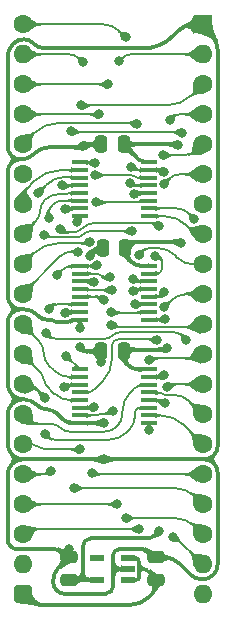
<source format=gtl>
%TF.GenerationSoftware,KiCad,Pcbnew,9.0.2*%
%TF.CreationDate,2025-06-27T15:06:27+02:00*%
%TF.ProjectId,Selector 12bit,53656c65-6374-46f7-9220-31326269742e,V0*%
%TF.SameCoordinates,Original*%
%TF.FileFunction,Copper,L1,Top*%
%TF.FilePolarity,Positive*%
%FSLAX46Y46*%
G04 Gerber Fmt 4.6, Leading zero omitted, Abs format (unit mm)*
G04 Created by KiCad (PCBNEW 9.0.2) date 2025-06-27 15:06:27*
%MOMM*%
%LPD*%
G01*
G04 APERTURE LIST*
G04 Aperture macros list*
%AMRoundRect*
0 Rectangle with rounded corners*
0 $1 Rounding radius*
0 $2 $3 $4 $5 $6 $7 $8 $9 X,Y pos of 4 corners*
0 Add a 4 corners polygon primitive as box body*
4,1,4,$2,$3,$4,$5,$6,$7,$8,$9,$2,$3,0*
0 Add four circle primitives for the rounded corners*
1,1,$1+$1,$2,$3*
1,1,$1+$1,$4,$5*
1,1,$1+$1,$6,$7*
1,1,$1+$1,$8,$9*
0 Add four rect primitives between the rounded corners*
20,1,$1+$1,$2,$3,$4,$5,0*
20,1,$1+$1,$4,$5,$6,$7,0*
20,1,$1+$1,$6,$7,$8,$9,0*
20,1,$1+$1,$8,$9,$2,$3,0*%
G04 Aperture macros list end*
%TA.AperFunction,ComponentPad*%
%ADD10C,1.600000*%
%TD*%
%TA.AperFunction,ComponentPad*%
%ADD11O,1.600000X1.600000*%
%TD*%
%TA.AperFunction,ComponentPad*%
%ADD12RoundRect,0.400000X-0.400000X-0.400000X0.400000X-0.400000X0.400000X0.400000X-0.400000X0.400000X0*%
%TD*%
%TA.AperFunction,ComponentPad*%
%ADD13R,1.600000X1.600000*%
%TD*%
%TA.AperFunction,SMDPad,CuDef*%
%ADD14RoundRect,0.250000X0.475000X-0.250000X0.475000X0.250000X-0.475000X0.250000X-0.475000X-0.250000X0*%
%TD*%
%TA.AperFunction,SMDPad,CuDef*%
%ADD15RoundRect,0.250000X0.250000X0.475000X-0.250000X0.475000X-0.250000X-0.475000X0.250000X-0.475000X0*%
%TD*%
%TA.AperFunction,SMDPad,CuDef*%
%ADD16R,1.450000X0.450000*%
%TD*%
%TA.AperFunction,SMDPad,CuDef*%
%ADD17R,1.150000X0.600000*%
%TD*%
%TA.AperFunction,ViaPad*%
%ADD18C,0.800000*%
%TD*%
%TA.AperFunction,Conductor*%
%ADD19C,0.380000*%
%TD*%
%TA.AperFunction,Conductor*%
%ADD20C,0.200000*%
%TD*%
G04 APERTURE END LIST*
D10*
%TO.P,J1,1,Pin_1*%
%TO.N,~{E}*%
X0Y0D03*
D11*
%TO.P,J1,2,Pin_2*%
%TO.N,S*%
X0Y-2540000D03*
D10*
%TO.P,J1,3,Pin_3*%
%TO.N,A11*%
X0Y-5080000D03*
%TO.P,J1,4,Pin_4*%
%TO.N,A10*%
X0Y-7620000D03*
%TO.P,J1,5,Pin_5*%
%TO.N,A9*%
X0Y-10160000D03*
%TO.P,J1,6,Pin_6*%
%TO.N,A8*%
X0Y-12700000D03*
%TO.P,J1,7,Pin_7*%
%TO.N,A7*%
X0Y-15240000D03*
%TO.P,J1,8,Pin_8*%
%TO.N,A6*%
X0Y-17780000D03*
%TO.P,J1,9,Pin_9*%
%TO.N,A5*%
X0Y-20320000D03*
%TO.P,J1,10,Pin_10*%
%TO.N,A4*%
X0Y-22860000D03*
%TO.P,J1,11,Pin_11*%
%TO.N,A3*%
X0Y-25400000D03*
%TO.P,J1,12,Pin_12*%
%TO.N,A2*%
X0Y-27940000D03*
%TO.P,J1,13,Pin_13*%
%TO.N,A1*%
X0Y-30480000D03*
%TO.P,J1,14,Pin_14*%
%TO.N,A0*%
X0Y-33020000D03*
%TO.P,J1,15,Pin_15*%
%TO.N,B11*%
X0Y-35560000D03*
%TO.P,J1,16,Pin_16*%
%TO.N,B10*%
X0Y-38100000D03*
%TO.P,J1,17,Pin_17*%
%TO.N,B9*%
X0Y-40640000D03*
%TO.P,J1,18,Pin_18*%
%TO.N,B8*%
X0Y-43180000D03*
D11*
%TO.P,J1,19,Pin_19*%
%TO.N,B7*%
X0Y-45720000D03*
D12*
%TO.P,J1,20,Pin_20*%
%TO.N,5V*%
X0Y-48260000D03*
D11*
%TO.P,J1,21,Pin_21*%
%TO.N,B6*%
X15240000Y-48260000D03*
%TO.P,J1,22,Pin_22*%
%TO.N,B5*%
X15240000Y-45720000D03*
D10*
%TO.P,J1,23,Pin_23*%
%TO.N,B4*%
X15240000Y-43180000D03*
%TO.P,J1,24,Pin_24*%
%TO.N,B3*%
X15240000Y-40640000D03*
%TO.P,J1,25,Pin_25*%
%TO.N,B2*%
X15240000Y-38100000D03*
%TO.P,J1,26,Pin_26*%
%TO.N,B1*%
X15240000Y-35560000D03*
%TO.P,J1,27,Pin_27*%
%TO.N,B0*%
X15240000Y-33020000D03*
%TO.P,J1,28,Pin_28*%
%TO.N,Q0*%
X15240000Y-30480000D03*
%TO.P,J1,29,Pin_29*%
%TO.N,Q1*%
X15240000Y-27940000D03*
%TO.P,J1,30,Pin_30*%
%TO.N,Q2*%
X15240000Y-25400000D03*
%TO.P,J1,31,Pin_31*%
%TO.N,Q3*%
X15240000Y-22860000D03*
%TO.P,J1,32,Pin_32*%
%TO.N,Q4*%
X15240000Y-20320000D03*
%TO.P,J1,33,Pin_33*%
%TO.N,Q5*%
X15240000Y-17780000D03*
%TO.P,J1,34,Pin_34*%
%TO.N,Q6*%
X15240000Y-15240000D03*
%TO.P,J1,35,Pin_35*%
%TO.N,Q7*%
X15240000Y-12700000D03*
%TO.P,J1,36,Pin_36*%
%TO.N,Q8*%
X15240000Y-10160000D03*
%TO.P,J1,37,Pin_37*%
%TO.N,Q9*%
X15240000Y-7620000D03*
%TO.P,J1,38,Pin_38*%
%TO.N,Q10*%
X15240000Y-5080000D03*
D11*
%TO.P,J1,39,Pin_39*%
%TO.N,Q11*%
X15240000Y-2540000D03*
D13*
%TO.P,J1,40,Pin_40*%
%TO.N,GND*%
X15240000Y0D03*
%TD*%
D14*
%TO.P,C5,1*%
%TO.N,/3.3V*%
X3937000Y-47035000D03*
%TO.P,C5,2*%
%TO.N,GND*%
X3937000Y-45135000D03*
%TD*%
%TO.P,C4,1*%
%TO.N,5V*%
X11303000Y-47035000D03*
%TO.P,C4,2*%
%TO.N,GND*%
X11303000Y-45135000D03*
%TD*%
D15*
%TO.P,C2,1*%
%TO.N,/3.3V*%
X8554000Y-10160000D03*
%TO.P,C2,2*%
%TO.N,GND*%
X6654000Y-10160000D03*
%TD*%
D16*
%TO.P,IC7,1,S*%
%TO.N,S*%
X4822000Y-29221000D03*
%TO.P,IC7,2,1I0*%
%TO.N,A3*%
X4822000Y-29871000D03*
%TO.P,IC7,3,1I1*%
%TO.N,B3*%
X4822000Y-30521000D03*
%TO.P,IC7,4,1Y*%
%TO.N,Q3*%
X4822000Y-31171000D03*
%TO.P,IC7,5,2I0*%
%TO.N,A2*%
X4822000Y-31821000D03*
%TO.P,IC7,6,2I1*%
%TO.N,B2*%
X4822000Y-32471000D03*
%TO.P,IC7,7,2Y*%
%TO.N,Q2*%
X4822000Y-33121000D03*
%TO.P,IC7,8,GND*%
%TO.N,GND*%
X4822000Y-33771000D03*
%TO.P,IC7,9,3Y*%
%TO.N,Q1*%
X10672000Y-33771000D03*
%TO.P,IC7,10,3I1*%
%TO.N,B1*%
X10672000Y-33121000D03*
%TO.P,IC7,11,3I0*%
%TO.N,A1*%
X10672000Y-32471000D03*
%TO.P,IC7,12,4Y*%
%TO.N,Q0*%
X10672000Y-31821000D03*
%TO.P,IC7,13,4I1*%
%TO.N,B0*%
X10672000Y-31171000D03*
%TO.P,IC7,14,4I0*%
%TO.N,A0*%
X10672000Y-30521000D03*
%TO.P,IC7,15,~{E}*%
%TO.N,~{E}*%
X10672000Y-29871000D03*
%TO.P,IC7,16,3V*%
%TO.N,/3.3V*%
X10672000Y-29221000D03*
%TD*%
%TO.P,IC6,1,S*%
%TO.N,S*%
X4822000Y-20458000D03*
%TO.P,IC6,2,1I0*%
%TO.N,A11*%
X4822000Y-21108000D03*
%TO.P,IC6,3,1I1*%
%TO.N,B11*%
X4822000Y-21758000D03*
%TO.P,IC6,4,1Y*%
%TO.N,Q11*%
X4822000Y-22408000D03*
%TO.P,IC6,5,2I0*%
%TO.N,A10*%
X4822000Y-23058000D03*
%TO.P,IC6,6,2I1*%
%TO.N,B10*%
X4822000Y-23708000D03*
%TO.P,IC6,7,2Y*%
%TO.N,Q10*%
X4822000Y-24358000D03*
%TO.P,IC6,8,GND*%
%TO.N,GND*%
X4822000Y-25008000D03*
%TO.P,IC6,9,3Y*%
%TO.N,Q9*%
X10672000Y-25008000D03*
%TO.P,IC6,10,3I1*%
%TO.N,B9*%
X10672000Y-24358000D03*
%TO.P,IC6,11,3I0*%
%TO.N,A9*%
X10672000Y-23708000D03*
%TO.P,IC6,12,4Y*%
%TO.N,Q8*%
X10672000Y-23058000D03*
%TO.P,IC6,13,4I1*%
%TO.N,B8*%
X10672000Y-22408000D03*
%TO.P,IC6,14,4I0*%
%TO.N,A8*%
X10672000Y-21758000D03*
%TO.P,IC6,15,~{E}*%
%TO.N,~{E}*%
X10672000Y-21108000D03*
%TO.P,IC6,16,3V*%
%TO.N,/3.3V*%
X10672000Y-20458000D03*
%TD*%
D17*
%TO.P,IC5,1,6VIn*%
%TO.N,5V*%
X8920000Y-47051000D03*
%TO.P,IC5,2,GND*%
%TO.N,GND*%
X8920000Y-46101000D03*
%TO.P,IC5,3,EN*%
%TO.N,5V*%
X8920000Y-45151000D03*
%TO.P,IC5,4,ADJ*%
%TO.N,unconnected-(IC5-ADJ-Pad4)*%
X6320000Y-45151000D03*
%TO.P,IC5,5,3.3VOut*%
%TO.N,/3.3V*%
X6320000Y-47051000D03*
%TD*%
D15*
%TO.P,C1,1*%
%TO.N,/3.3V*%
X8681000Y-18923000D03*
%TO.P,C1,2*%
%TO.N,GND*%
X6781000Y-18923000D03*
%TD*%
D16*
%TO.P,IC4,1,S*%
%TO.N,S*%
X4822000Y-11695000D03*
%TO.P,IC4,2,1I0*%
%TO.N,A7*%
X4822000Y-12345000D03*
%TO.P,IC4,3,1I1*%
%TO.N,B7*%
X4822000Y-12995000D03*
%TO.P,IC4,4,1Y*%
%TO.N,Q7*%
X4822000Y-13645000D03*
%TO.P,IC4,5,2I0*%
%TO.N,A6*%
X4822000Y-14295000D03*
%TO.P,IC4,6,2I1*%
%TO.N,B6*%
X4822000Y-14945000D03*
%TO.P,IC4,7,2Y*%
%TO.N,Q6*%
X4822000Y-15595000D03*
%TO.P,IC4,8,GND*%
%TO.N,GND*%
X4822000Y-16245000D03*
%TO.P,IC4,9,3Y*%
%TO.N,Q5*%
X10672000Y-16245000D03*
%TO.P,IC4,10,3I1*%
%TO.N,B5*%
X10672000Y-15595000D03*
%TO.P,IC4,11,3I0*%
%TO.N,A5*%
X10672000Y-14945000D03*
%TO.P,IC4,12,4Y*%
%TO.N,Q4*%
X10672000Y-14295000D03*
%TO.P,IC4,13,4I1*%
%TO.N,B4*%
X10672000Y-13645000D03*
%TO.P,IC4,14,4I0*%
%TO.N,A4*%
X10672000Y-12995000D03*
%TO.P,IC4,15,~{E}*%
%TO.N,~{E}*%
X10672000Y-12345000D03*
%TO.P,IC4,16,3V*%
%TO.N,/3.3V*%
X10672000Y-11695000D03*
%TD*%
D15*
%TO.P,C3,1*%
%TO.N,/3.3V*%
X8554000Y-27686000D03*
%TO.P,C3,2*%
%TO.N,GND*%
X6654000Y-27686000D03*
%TD*%
D18*
%TO.N,GND*%
X6654000Y-28575000D03*
X4834647Y-25752944D03*
X4629600Y-16732451D03*
X3937000Y-44450000D03*
X4825996Y-27330400D03*
X6858000Y-33731200D03*
X5663829Y-19583029D03*
X6858004Y-36829998D03*
X5145000Y-10307560D03*
%TO.N,/3.3V*%
X13193454Y-10197554D03*
X13390000Y-18477021D03*
X12242800Y-27432000D03*
X11582400Y-42875200D03*
%TO.N,Q4*%
X9437503Y-14383279D03*
X9844400Y-19548867D03*
%TO.N,~{E}*%
X11244400Y-19623000D03*
X9191295Y-12057049D03*
X11933382Y-12495147D03*
X8737600Y-1117600D03*
X11929168Y-29731397D03*
%TO.N,A5*%
X5681000Y-18440400D03*
X6230000Y-15087600D03*
%TO.N,B5*%
X14528800Y-16459188D03*
X12750800Y-43434002D03*
%TO.N,B6*%
X1955800Y-26113000D03*
X2200000Y-16385539D03*
X13868400Y-26720800D03*
%TO.N,S*%
X5080000Y-3200400D03*
X6273800Y-20396200D03*
X2920921Y-21209000D03*
X6151372Y-11750819D03*
X3683000Y-28067000D03*
%TO.N,B7*%
X1320800Y-14274800D03*
%TO.N,Q7*%
X3200000Y-17325576D03*
X3352800Y-13645000D03*
X11570212Y-17044455D03*
X12000000Y-13492480D03*
%TO.N,Q6*%
X4126945Y-9042400D03*
X3600000Y-15632339D03*
X13458093Y-9169864D03*
%TO.N,B4*%
X8737600Y-41808400D03*
X9060538Y-13457049D03*
%TO.N,A4*%
X6157998Y-12801600D03*
X4683564Y-19255730D03*
%TO.N,B8*%
X9855196Y-42722800D03*
X9331478Y-22590002D03*
%TO.N,Q10*%
X3620921Y-24418651D03*
X4953000Y-6870577D03*
%TO.N,Q11*%
X7530400Y-22513126D03*
X8189994Y-3098800D03*
%TO.N,A10*%
X6477000Y-7620000D03*
X6858000Y-23317200D03*
%TO.N,B11*%
X6030000Y-21808000D03*
X4876800Y-35990000D03*
%TO.N,Q9*%
X12446000Y-8128000D03*
X12090400Y-24943600D03*
%TO.N,Q8*%
X12000000Y-22700359D03*
X11887199Y-11074399D03*
%TO.N,A8*%
X9331907Y-21590000D03*
X9230000Y-17532400D03*
X1800000Y-17803224D03*
%TO.N,B9*%
X7482801Y-24358654D03*
X7990725Y-40650925D03*
%TO.N,B10*%
X2200006Y-24130000D03*
X2413000Y-37846000D03*
%TO.N,A9*%
X9490169Y-23708690D03*
X9652000Y-8435000D03*
%TO.N,A11*%
X7430000Y-21437600D03*
X7224800Y-5080000D03*
%TO.N,Q3*%
X12000000Y-23936178D03*
X11377400Y-26765464D03*
%TO.N,B3*%
X3494000Y-30734000D03*
X4368800Y-39268400D03*
%TO.N,Q0*%
X12260993Y-30674741D03*
X12065000Y-32074741D03*
%TO.N,A1*%
X1905000Y-31622996D03*
X1905000Y-34671000D03*
%TO.N,Q1*%
X10668000Y-28395998D03*
X10668000Y-34391600D03*
%TO.N,Q2*%
X7620000Y-32715200D03*
X7516343Y-25452857D03*
%TO.N,B2*%
X6040130Y-32421000D03*
X5842000Y-37973000D03*
%TD*%
D19*
%TO.N,/3.3V*%
X9137510Y-20057185D02*
G75*
G03*
X10105162Y-20458017I967690J967685D01*
G01*
X4508501Y-47035000D02*
G75*
G03*
X5080000Y-46463499I-1J571500D01*
G01*
X5080002Y-46463499D02*
G75*
G03*
X5651503Y-47034998I571498J-1D01*
G01*
X13358989Y-18446010D02*
G75*
G03*
X13284123Y-18414990I-74889J-74890D01*
G01*
X8918000Y-28857000D02*
G75*
G03*
X9796773Y-29221011I878800J878800D01*
G01*
X8681000Y-19261837D02*
G75*
G03*
X8920594Y-19840269I818020J-3D01*
G01*
X13174677Y-10178777D02*
G75*
G03*
X13129345Y-10159965I-45377J-45323D01*
G01*
X5283202Y-43738800D02*
G75*
G03*
X5079988Y-44229368I490598J-490600D01*
G01*
X5773770Y-43535600D02*
G75*
G03*
X5283210Y-43738808I30J-693800D01*
G01*
X9548210Y-18415000D02*
G75*
G03*
X8934997Y-18668997I-10J-867200D01*
G01*
X12181068Y-27493732D02*
G75*
G02*
X12032033Y-27555489I-149068J149032D01*
G01*
X8869732Y-27493732D02*
G75*
G03*
X9018766Y-27555489I149068J149032D01*
G01*
X8554000Y-28089500D02*
G75*
G03*
X8839324Y-28778310I974100J0D01*
G01*
X9882878Y-11488878D02*
G75*
G03*
X10380500Y-11694983I497622J497678D01*
G01*
X11252200Y-43205400D02*
G75*
G02*
X10455026Y-43535611I-797200J797200D01*
G01*
X5651503Y-47035000D02*
X4508501Y-47035000D01*
D20*
%TO.N,B1*%
X13553715Y-33873715D02*
G75*
G03*
X11736500Y-33120991I-1817215J-1817185D01*
G01*
%TO.N,B2*%
X5905500Y-38036500D02*
G75*
G03*
X6058802Y-38099999I153300J153300D01*
G01*
X6015130Y-32446000D02*
G75*
G02*
X5954774Y-32470969I-60330J60400D01*
G01*
%TO.N,Q2*%
X6396150Y-33050700D02*
G75*
G02*
X6226430Y-33121027I-169750J169700D01*
G01*
X6565869Y-32980400D02*
G75*
G03*
X6396169Y-33050719I31J-240000D01*
G01*
X7487400Y-32847800D02*
G75*
G02*
X7167275Y-32980390I-320100J320100D01*
G01*
X7611714Y-25548228D02*
G75*
G03*
X7841961Y-25643633I230286J230228D01*
G01*
%TO.N,Q1*%
X10839390Y-28295600D02*
G75*
G03*
X10718202Y-28345802I10J-171400D01*
G01*
X10672000Y-34384771D02*
G75*
G02*
X10670008Y-34389608I-6800J-29D01*
G01*
%TO.N,A3*%
X2627889Y-29297889D02*
G75*
G03*
X4011500Y-29871000I1383611J1383609D01*
G01*
X1328987Y-26728987D02*
G75*
G02*
X1777999Y-27813000I-1084017J-1084013D01*
G01*
X1778000Y-27813000D02*
G75*
G03*
X2227017Y-28897007I1533000J0D01*
G01*
%TO.N,A1*%
X9617700Y-32600300D02*
G75*
G03*
X9488353Y-32912457I312100J-312200D01*
G01*
X8833274Y-34523874D02*
G75*
G02*
X7251663Y-35179000I-1581614J1581614D01*
G01*
X1031413Y-30749409D02*
G75*
G03*
X381002Y-30479999I-650413J-650411D01*
G01*
X9929857Y-32471000D02*
G75*
G03*
X9617733Y-32600333I43J-441400D01*
G01*
X2159000Y-34925000D02*
G75*
G03*
X2772210Y-35178996I613200J613200D01*
G01*
X9488400Y-33299175D02*
G75*
G02*
X9085648Y-34271499I-1375080J5D01*
G01*
%TO.N,Q0*%
X11966129Y-31975870D02*
G75*
G03*
X11727434Y-31876986I-238729J-238730D01*
G01*
X12593436Y-30480000D02*
G75*
G03*
X12358354Y-30577361I-36J-332400D01*
G01*
%TO.N,A2*%
X1778000Y-30035500D02*
G75*
G03*
X2002509Y-30577503I766500J0D01*
G01*
X2688799Y-31263799D02*
G75*
G03*
X4034000Y-31821000I1345201J1345199D01*
G01*
X1553493Y-29493493D02*
G75*
G02*
X1778004Y-30035500I-541993J-542007D01*
G01*
%TO.N,B3*%
X14554200Y-39954200D02*
G75*
G03*
X12898532Y-39268387I-1655700J-1655700D01*
G01*
X3857613Y-30521000D02*
G75*
G03*
X3600496Y-30627496I-13J-363600D01*
G01*
%TO.N,B0*%
X11889169Y-31292867D02*
G75*
G03*
X11691509Y-31210979I-197669J-197633D01*
G01*
X14168804Y-31948804D02*
G75*
G03*
X12782892Y-31374741I-1385904J-1385896D01*
G01*
X11889169Y-31292867D02*
G75*
G03*
X12086829Y-31374718I197631J197667D01*
G01*
%TO.N,Q3*%
X13837150Y-22860000D02*
G75*
G03*
X12538074Y-23398074I-50J-1837100D01*
G01*
X7569200Y-28256968D02*
G75*
G02*
X6715700Y-30317500I-2914030J-2D01*
G01*
X7726100Y-26817900D02*
G75*
G03*
X7569196Y-27196690I378800J-378800D01*
G01*
X8104890Y-26661000D02*
G75*
G03*
X7726103Y-26817903I10J-535700D01*
G01*
X6229966Y-30803233D02*
G75*
G02*
X5342100Y-31171009I-887866J887833D01*
G01*
X11325168Y-26713232D02*
G75*
G03*
X11199068Y-26661013I-126068J-126068D01*
G01*
%TO.N,A0*%
X399999Y-33419999D02*
G75*
G03*
X1365683Y-33819995I965681J965689D01*
G01*
X3181444Y-34159799D02*
G75*
G03*
X4001795Y-34499601I820356J820359D01*
G01*
X7998698Y-34041498D02*
G75*
G02*
X6892741Y-34499601I-1105958J1105958D01*
G01*
X3181444Y-34159799D02*
G75*
G03*
X2361093Y-33819996I-820354J-820351D01*
G01*
X9074526Y-31218472D02*
G75*
G03*
X8456782Y-32709798I1491274J-1491328D01*
G01*
X8456800Y-32935541D02*
G75*
G02*
X7998697Y-34041497I-1564060J1D01*
G01*
X10222000Y-30521000D02*
G75*
G03*
X9453801Y-30839198I0J-1086400D01*
G01*
%TO.N,A11*%
X6667200Y-21272800D02*
G75*
G03*
X6269337Y-21107984I-397900J-397900D01*
G01*
X6667200Y-21272800D02*
G75*
G03*
X7065062Y-21437616I397900J397900D01*
G01*
%TO.N,A9*%
X9605700Y-8388700D02*
G75*
G03*
X9493921Y-8342391I-111800J-111800D01*
G01*
X3102837Y-8342400D02*
G75*
G03*
X908798Y-9251198I-7J-3102830D01*
G01*
X9491346Y-23708000D02*
G75*
G03*
X9490487Y-23708316I-46J-1200D01*
G01*
%TO.N,B10*%
X2286000Y-37973000D02*
G75*
G02*
X1979394Y-38099998I-306600J306600D01*
G01*
X2920405Y-23708000D02*
G75*
G03*
X2411003Y-23918997I-5J-720400D01*
G01*
%TO.N,B9*%
X7985262Y-40645462D02*
G75*
G03*
X7972074Y-40640003I-13162J-13138D01*
G01*
X7507819Y-24383672D02*
G75*
G03*
X7568217Y-24408685I60381J60372D01*
G01*
%TO.N,A8*%
X5778202Y-17516030D02*
G75*
G03*
X5160689Y-17771821I-2J-873270D01*
G01*
X9221815Y-17524215D02*
G75*
G03*
X9202054Y-17516069I-19715J-19785D01*
G01*
X9415907Y-21674000D02*
G75*
G03*
X9618700Y-21757998I202793J202800D01*
G01*
X5160683Y-17771815D02*
G75*
G02*
X4543163Y-18027601I-617523J617525D01*
G01*
X1912188Y-17915412D02*
G75*
G03*
X2183033Y-18027586I270812J270812D01*
G01*
%TO.N,Q8*%
X14782800Y-10617199D02*
G75*
G02*
X13679023Y-11074408I-1103800J1103799D01*
G01*
X11821179Y-22879179D02*
G75*
G02*
X11389468Y-23057986I-431679J431679D01*
G01*
%TO.N,Q9*%
X12058200Y-24975800D02*
G75*
G02*
X11980462Y-25007984I-77700J77700D01*
G01*
X13313210Y-7620000D02*
G75*
G03*
X12699997Y-7873997I-10J-867200D01*
G01*
%TO.N,B11*%
X1346370Y-35775000D02*
G75*
G03*
X1865425Y-35990002I519060J519060D01*
G01*
X6005000Y-21783000D02*
G75*
G03*
X5944644Y-21757982I-60400J-60400D01*
G01*
X1346370Y-35775000D02*
G75*
G03*
X827314Y-35560002I-519050J-519050D01*
G01*
%TO.N,A10*%
X6728400Y-23187600D02*
G75*
G03*
X6415517Y-23057993I-312900J-312900D01*
G01*
X6473362Y-7623638D02*
G75*
G02*
X6464579Y-7627245I-8762J8838D01*
G01*
%TO.N,Q11*%
X7527837Y-22510563D02*
G75*
G03*
X7521649Y-22507980I-6237J-6237D01*
G01*
X9143925Y-2540000D02*
G75*
G03*
X8469388Y-2819394I-25J-953900D01*
G01*
%TO.N,Q10*%
X14344711Y-5975288D02*
G75*
G02*
X12183293Y-6870580I-2161411J2161388D01*
G01*
X3724458Y-24358000D02*
G75*
G03*
X3651275Y-24388354I42J-103500D01*
G01*
%TO.N,B8*%
X9642174Y-22408000D02*
G75*
G03*
X9422491Y-22499013I26J-310700D01*
G01*
%TO.N,A4*%
X4132241Y-19255730D02*
G75*
G03*
X3191077Y-19645575I-1J-1331000D01*
G01*
X9469463Y-12876024D02*
G75*
G03*
X9756695Y-12995005I287237J287224D01*
G01*
X6234051Y-12757049D02*
G75*
G03*
X6180248Y-12779299I-51J-76051D01*
G01*
X9469463Y-12876024D02*
G75*
G03*
X9182231Y-12757010I-287263J-287176D01*
G01*
%TO.N,B4*%
X9154513Y-13551024D02*
G75*
G03*
X9381390Y-13644993I226887J226924D01*
G01*
X14554200Y-42494200D02*
G75*
G03*
X12898532Y-41808387I-1655700J-1655700D01*
G01*
%TO.N,A6*%
X1484400Y-15787600D02*
G75*
G02*
X1125189Y-16654810I-1226420J0D01*
G01*
X2994504Y-14395001D02*
G75*
G03*
X1926698Y-14837299I-4J-1510099D01*
G01*
X1843610Y-14920389D02*
G75*
G03*
X1484393Y-15787600I867190J-867211D01*
G01*
X3929912Y-14295000D02*
G75*
G03*
X3809197Y-14344997I-12J-170700D01*
G01*
X3809200Y-14345000D02*
G75*
G02*
X3688488Y-14394996I-120700J120700D01*
G01*
%TO.N,Q6*%
X3663741Y-15595000D02*
G75*
G03*
X3618657Y-15613657I-41J-63700D01*
G01*
X13440661Y-9152432D02*
G75*
G03*
X13398576Y-9135012I-42061J-42068D01*
G01*
X4173245Y-9088700D02*
G75*
G03*
X4285023Y-9134977I111755J111800D01*
G01*
%TO.N,A7*%
X348025Y-13907609D02*
G75*
G03*
X1Y-14747817I840195J-840201D01*
G01*
X3261657Y-12345000D02*
G75*
G03*
X955315Y-13300315I-7J-3261650D01*
G01*
%TO.N,Q7*%
X13352847Y-12700000D02*
G75*
G03*
X12396226Y-13096226I-47J-1352800D01*
G01*
X3351012Y-17476588D02*
G75*
G03*
X3715587Y-17627605I364588J364588D01*
G01*
X11464184Y-16938427D02*
G75*
G03*
X11208211Y-16832392I-255984J-255973D01*
G01*
X5122000Y-17230000D02*
G75*
G02*
X4162108Y-17627604I-959900J959900D01*
G01*
X6081891Y-16832400D02*
G75*
G03*
X5122003Y-17230003I9J-1357500D01*
G01*
%TO.N,Q5*%
X13862900Y-17012500D02*
G75*
G03*
X12009991Y-16245004I-1852900J-1852900D01*
G01*
%TO.N,B7*%
X3662267Y-12903200D02*
G75*
G03*
X2006598Y-13588998I-7J-2341460D01*
G01*
%TO.N,S*%
X6242900Y-20427100D02*
G75*
G02*
X6168300Y-20458000I-74600J74600D01*
G01*
X4749800Y-2870200D02*
G75*
G03*
X3952626Y-2540001I-797170J-797170D01*
G01*
X6123462Y-11722909D02*
G75*
G03*
X6056083Y-11695015I-67362J-67391D01*
G01*
X3683000Y-28074500D02*
G75*
G03*
X3688304Y-28087302I18100J0D01*
G01*
X4202958Y-20458000D02*
G75*
G03*
X3296423Y-20833502I2J-1282030D01*
G01*
%TO.N,B6*%
X3392347Y-14932339D02*
G75*
G03*
X2549228Y-15281567I-7J-1192341D01*
G01*
X8296257Y-26065464D02*
G75*
G03*
X7639082Y-26337697I43J-929436D01*
G01*
X13540732Y-26393132D02*
G75*
G03*
X12749671Y-26065486I-791032J-791068D01*
G01*
X2204249Y-26361449D02*
G75*
G03*
X2804059Y-26609897I599811J599819D01*
G01*
X2466840Y-15363959D02*
G75*
G03*
X2199999Y-16008169I644210J-644211D01*
G01*
X7639066Y-26337681D02*
G75*
G02*
X6981875Y-26609884I-657166J657181D01*
G01*
%TO.N,B5*%
X14096706Y-16027094D02*
G75*
G03*
X13053538Y-15594984I-1043206J-1043206D01*
G01*
X13025844Y-43505844D02*
G75*
G03*
X12852401Y-43434005I-173444J-173456D01*
G01*
%TO.N,A5*%
X3035235Y-18542000D02*
G75*
G03*
X888998Y-19430998I-5J-3035230D01*
G01*
X6237376Y-15083279D02*
G75*
G03*
X6232163Y-15085442I24J-7421D01*
G01*
X5630200Y-18491200D02*
G75*
G02*
X5507557Y-18541983I-122600J122600D01*
G01*
X9963510Y-14945000D02*
G75*
G03*
X9796599Y-15014146I-10J-236000D01*
G01*
X9796592Y-15014139D02*
G75*
G02*
X9629674Y-15083254I-166892J166939D01*
G01*
%TO.N,~{E}*%
X11858308Y-12420073D02*
G75*
G03*
X11677065Y-12345020I-181208J-181227D01*
G01*
X9335270Y-12201024D02*
G75*
G03*
X9682858Y-12345019I347630J347624D01*
G01*
X11785600Y-20725825D02*
G75*
G02*
X11666392Y-21013592I-407000J25D01*
G01*
X11859366Y-29801198D02*
G75*
G02*
X11690850Y-29871040I-168566J168498D01*
G01*
X11666400Y-21013600D02*
G75*
G02*
X11378625Y-21132811I-287800J287800D01*
G01*
X11640300Y-19768300D02*
G75*
G02*
X11785606Y-20119085I-350800J-350800D01*
G01*
X8178800Y-558800D02*
G75*
G03*
X6829737Y-1I-1349060J-1349060D01*
G01*
X11583600Y-19711600D02*
G75*
G03*
X11369700Y-19623000I-213900J-213900D01*
G01*
%TO.N,Q4*%
X13108424Y-19763224D02*
G75*
G03*
X14452600Y-20319986I1344176J1344224D01*
G01*
X12903865Y-19558665D02*
G75*
G03*
X11369233Y-18923003I-1534625J-1534625D01*
G01*
X9588204Y-14295000D02*
G75*
G03*
X9481641Y-14339138I-4J-150700D01*
G01*
X10912821Y-18923000D02*
G75*
G03*
X10157327Y-19235927I-21J-1068400D01*
G01*
D19*
%TO.N,5V*%
X10213000Y-46101000D02*
G75*
G03*
X9885000Y-46429000I0J-328000D01*
G01*
X9885000Y-45773000D02*
G75*
G03*
X10213000Y-46101000I328000J0D01*
G01*
X9755000Y-45281000D02*
G75*
G02*
X9884980Y-45594847I-313800J-313800D01*
G01*
X444500Y-48704500D02*
G75*
G03*
X1517617Y-49149001I1073120J1073120D01*
G01*
X9755000Y-45281000D02*
G75*
G03*
X9441152Y-45151020I-313800J-313800D01*
G01*
X10772931Y-46332931D02*
G75*
G03*
X10213000Y-46101011I-559931J-559969D01*
G01*
X9885000Y-46765913D02*
G75*
G02*
X9801496Y-46967496I-285100J13D01*
G01*
X11303000Y-47457000D02*
G75*
G02*
X11004601Y-48177400I-1018800J0D01*
G01*
X9801500Y-46967500D02*
G75*
G02*
X9599913Y-47051005I-201600J201600D01*
G01*
X10668000Y-48514000D02*
G75*
G02*
X9134974Y-49148999I-1533030J1533040D01*
G01*
X9885000Y-46429000D02*
X9885000Y-45773000D01*
%TO.N,GND*%
X3937000Y-44792500D02*
G75*
G02*
X3694823Y-45377191I-826900J0D01*
G01*
X3694815Y-44892815D02*
G75*
G03*
X3936946Y-44792500I100285J100315D01*
G01*
X4822000Y-16404003D02*
G75*
G02*
X4725809Y-16636260I-328500J3D01*
G01*
X-939800Y-24460200D02*
G75*
G03*
X-939800Y-23799800I-330198J330200D01*
G01*
X-142626Y-24130000D02*
G75*
G03*
X-939800Y-24460200I0J-1127375D01*
G01*
X-939800Y-23799800D02*
G75*
G03*
X-142626Y-24130000I797179J797186D01*
G01*
X2882107Y-32936107D02*
G75*
G03*
X2046530Y-32589999I-835577J-835573D01*
G01*
X16140750Y-46620750D02*
G75*
G02*
X15249301Y-46990001I-891450J891450D01*
G01*
X5003796Y-27508200D02*
G75*
G03*
X5433043Y-27685983I429204J429200D01*
G01*
X-841457Y-1698542D02*
G75*
G03*
X-1270002Y-2733135I1034597J-1034598D01*
G01*
X6838100Y-33751100D02*
G75*
G02*
X6790057Y-33770982I-48000J48000D01*
G01*
X953915Y-1651000D02*
G75*
G03*
X1873730Y-2032001I919815J919810D01*
G01*
X3004174Y-46067825D02*
G75*
G03*
X2590797Y-47065800I997966J-997975D01*
G01*
X15875000Y-634999D02*
G75*
G02*
X16509990Y-2168025I-1533000J-1533001D01*
G01*
X921458Y-1618543D02*
G75*
G03*
X80000Y-1269999I-841458J-841457D01*
G01*
X-939800Y-24460200D02*
G75*
G03*
X-1270000Y-25257373I797181J-797177D01*
G01*
X13261591Y-45646591D02*
G75*
G03*
X12026500Y-45135005I-1235091J-1235109D01*
G01*
X7670800Y-47558792D02*
G75*
G02*
X7480302Y-48018702I-650400J-8D01*
G01*
X6552429Y-18923000D02*
G75*
G03*
X6162223Y-19084614I-29J-551800D01*
G01*
X-1016000Y-44196000D02*
G75*
G03*
X-402789Y-44450000I613214J613220D01*
G01*
X-889000Y-37211000D02*
G75*
G03*
X-1270005Y-38130815I919810J-919820D01*
G01*
X7480300Y-48018700D02*
G75*
G02*
X7020392Y-48209197I-459900J459900D01*
G01*
X-889000Y-32131000D02*
G75*
G03*
X-1270005Y-33050815I919810J-919820D01*
G01*
X2242415Y-10414003D02*
G75*
G03*
X1015995Y-10921998I-5J-1734417D01*
G01*
X3594500Y-44792500D02*
G75*
G03*
X2767631Y-44449996I-826870J-826860D01*
G01*
X1210952Y-32243892D02*
G75*
G03*
X2046530Y-32589999I835578J835582D01*
G01*
X-1270000Y-10345987D02*
G75*
G03*
X-952500Y-11112500I1084022J4D01*
G01*
X14478000Y0D02*
G75*
G03*
X13177191Y-538822I0J-1839600D01*
G01*
X2634825Y-25113825D02*
G75*
G03*
X2863754Y-25208684I228975J228925D01*
G01*
X10966000Y-44798000D02*
G75*
G03*
X11779589Y-45135004I813600J813600D01*
G01*
X5091778Y-10360781D02*
G75*
G02*
X4963290Y-10413997I-128478J128481D01*
G01*
X12700000Y-1015999D02*
G75*
G02*
X10247159Y-2032003I-2452850J2452849D01*
G01*
X1336691Y-24704691D02*
G75*
G03*
X2095500Y-25018999I758809J758811D01*
G01*
X2634825Y-25113825D02*
G75*
G03*
X2405896Y-25019016I-228925J-228975D01*
G01*
X-889000Y-37211000D02*
G75*
G03*
X-889000Y-36449000I-380998J381000D01*
G01*
X30815Y-36830000D02*
G75*
G03*
X-889000Y-37211000I-3J-1300808D01*
G01*
X-889000Y-36449000D02*
G75*
G03*
X30815Y-36830000I919817J919820D01*
G01*
X7812900Y-44603100D02*
G75*
G03*
X7670754Y-44946159I343000J-343100D01*
G01*
X-1270000Y-35529184D02*
G75*
G03*
X-888999Y-36448999I1300820J4D01*
G01*
X-889000Y-32131000D02*
G75*
G03*
X-889000Y-31369000I-380998J381000D01*
G01*
X30815Y-31750000D02*
G75*
G03*
X-889000Y-32131000I-3J-1300808D01*
G01*
X-889000Y-31369000D02*
G75*
G03*
X30815Y-31750000I919817J919820D01*
G01*
X-1270000Y-30449184D02*
G75*
G03*
X-888999Y-31368999I1300820J4D01*
G01*
X5396900Y-10160000D02*
G75*
G03*
X5218780Y-10233780I0J-251900D01*
G01*
X-952500Y-11747500D02*
G75*
G03*
X-952500Y-11112500I-317499J317500D01*
G01*
X-185987Y-11430000D02*
G75*
G03*
X-952500Y-11747500I-1J-1084011D01*
G01*
X-952500Y-11112500D02*
G75*
G03*
X-185987Y-11430000I766517J766522D01*
G01*
X14192579Y-46577579D02*
G75*
G03*
X15188250Y-46990032I995721J995679D01*
G01*
X2870200Y-47929800D02*
G75*
G03*
X3544731Y-48209199I674530J674530D01*
G01*
X-1270000Y-43582789D02*
G75*
G03*
X-1016000Y-44196000I867220J3D01*
G01*
X-1270000Y-23002626D02*
G75*
G03*
X-939800Y-23799800I1127386J5D01*
G01*
X16510000Y-45729301D02*
G75*
G02*
X16140750Y-46620750I-1260700J1D01*
G01*
X16179799Y-37160199D02*
G75*
G02*
X16510011Y-37957374I-797199J-797201D01*
G01*
X8282700Y-46126400D02*
G75*
G03*
X7670800Y-46738300I0J-611900D01*
G01*
X7670800Y-45514500D02*
G75*
G03*
X8282700Y-46126400I611900J0D01*
G01*
X15382623Y-36829998D02*
G75*
G03*
X16179792Y-36499790I-23J1127398D01*
G01*
X16179799Y-37160199D02*
G75*
G03*
X15382623Y-36829989I-797199J-797201D01*
G01*
X16179799Y-36499797D02*
G75*
G03*
X16179797Y-37160201I330201J-330203D01*
G01*
X1206500Y-24574500D02*
G75*
G03*
X133382Y-24130000I-1073115J-1073111D01*
G01*
X2590800Y-47255268D02*
G75*
G03*
X2870200Y-47929800I953930J-2D01*
G01*
X10966000Y-44798000D02*
G75*
G03*
X10152410Y-44460996I-813600J-813600D01*
G01*
X-952500Y-11747500D02*
G75*
G03*
X-1270000Y-12514012I766513J-766513D01*
G01*
X16510000Y-35702621D02*
G75*
G02*
X16179793Y-36499791I-1127400J21D01*
G01*
X80000Y-1270000D02*
G75*
G03*
X-761458Y-1618543I0J-1190000D01*
G01*
X912111Y-11025888D02*
G75*
G02*
X-63500Y-11430000I-975614J975616D01*
G01*
X8155959Y-44461000D02*
G75*
G03*
X7812933Y-44603132I41J-485100D01*
G01*
X4822000Y-25731354D02*
G75*
G03*
X4828298Y-25746645I21600J-46D01*
G01*
X1137060Y-32170000D02*
G75*
G03*
X123090Y-31750000I-1013970J-1013970D01*
G01*
X4048475Y-25108325D02*
G75*
G02*
X3806268Y-25208623I-242175J242225D01*
G01*
X3326323Y-33380323D02*
G75*
G03*
X4269500Y-33770998I943177J943183D01*
G01*
X4290682Y-25008000D02*
G75*
G03*
X4048491Y-25108341I18J-342500D01*
G01*
X4822000Y-25344599D02*
G75*
G03*
X4485400Y-25008000I-336600J-1D01*
G01*
X7670800Y-46738300D02*
X7670800Y-45514500D01*
X5374500Y-33771000D02*
X4269500Y-33771000D01*
X3694815Y-44892815D02*
X3594500Y-44792500D01*
X-1270000Y-38130815D02*
X-1270000Y-43582789D01*
X6790057Y-33771000D02*
X5374500Y-33771000D01*
X4725800Y-16636251D02*
X4629600Y-16732451D01*
X-1270000Y-23002626D02*
X-1270000Y-12514012D01*
X7020392Y-48209200D02*
X3544731Y-48209200D01*
X6654000Y-28575000D02*
X6654000Y-27686000D01*
X7670800Y-47558792D02*
X7670800Y-46738300D01*
X5396900Y-10160000D02*
X6654000Y-10160000D01*
X7670800Y-44946159D02*
X7670800Y-45514500D01*
X12026500Y-45135000D02*
X11779589Y-45135000D01*
X1015998Y-10922001D02*
X912111Y-11025888D01*
X-185987Y-11430000D02*
X-63500Y-11430000D01*
X-402789Y-44450000D02*
X2767631Y-44450000D01*
X-841457Y-1698542D02*
X-761458Y-1618543D01*
X13261591Y-45646591D02*
X14192579Y-46577579D01*
X30815Y-31750000D02*
X123090Y-31750000D01*
X2882107Y-32936107D02*
X3326323Y-33380323D01*
X6858004Y-36829998D02*
X15382623Y-36829998D01*
X16510000Y-2168025D02*
X16510000Y-35702621D01*
X6838100Y-33751100D02*
X6858000Y-33731200D01*
X-1270000Y-2733135D02*
X-1270000Y-10345987D01*
X14478000Y0D02*
X15240000Y0D01*
X1210952Y-32243892D02*
X1137060Y-32170000D01*
X6162233Y-19084624D02*
X5663829Y-19583029D01*
X8282700Y-46126400D02*
X8894600Y-46126400D01*
X10152410Y-44461000D02*
X8155959Y-44461000D01*
X2863754Y-25208651D02*
X3806268Y-25208651D01*
X13177184Y-538815D02*
X12700000Y-1015999D01*
X1336691Y-24704691D02*
X1206500Y-24574500D01*
X2095500Y-25019000D02*
X2405896Y-25019000D01*
X2590800Y-47065800D02*
X2590800Y-47255268D01*
X-1270000Y-33050815D02*
X-1270000Y-35529184D01*
X2242415Y-10414003D02*
X4963290Y-10414003D01*
X-142626Y-24130000D02*
X133382Y-24130000D01*
X1873730Y-2032000D02*
X10247159Y-2032000D01*
X15875000Y-634999D02*
X15240000Y0D01*
X5433043Y-27686000D02*
X6654000Y-27686000D01*
X15249301Y-46990000D02*
X15188250Y-46990000D01*
X16510000Y-45729301D02*
X16510000Y-37957374D01*
X5091778Y-10360781D02*
X5145000Y-10307560D01*
X4822000Y-25731354D02*
X4822000Y-25344599D01*
X953915Y-1651000D02*
X921458Y-1618543D01*
X4834647Y-25752944D02*
X4828323Y-25746620D01*
X4822000Y-16404003D02*
X4822000Y-16245000D01*
X6858002Y-36830000D02*
X30815Y-36830000D01*
X3937000Y-44792500D02*
X3937000Y-44450000D01*
X4825996Y-27330400D02*
X5003796Y-27508200D01*
X5218780Y-10233780D02*
X5145000Y-10307560D01*
X6858004Y-36829998D02*
X6858002Y-36830000D01*
X3694815Y-45377183D02*
X3004174Y-46067825D01*
X-1270000Y-25257373D02*
X-1270000Y-30449184D01*
%TO.N,5V*%
X10772931Y-46332931D02*
X11303000Y-46863000D01*
X1517617Y-49149000D02*
X9134974Y-49149000D01*
X9885000Y-46429000D02*
X9885000Y-46765913D01*
X9599913Y-47051000D02*
X8920000Y-47051000D01*
X9885000Y-45773000D02*
X9885000Y-45594847D01*
X11004600Y-48177399D02*
X10668000Y-48514000D01*
X9441152Y-45151000D02*
X8920000Y-45151000D01*
X11303000Y-47457000D02*
X11303000Y-47035000D01*
%TO.N,/3.3V*%
X12032033Y-27555464D02*
X9018766Y-27555464D01*
X9137510Y-20057185D02*
X8920594Y-19840269D01*
X13129345Y-10160000D02*
X8554000Y-10160000D01*
X12242800Y-27432000D02*
X12181068Y-27493732D01*
X13174677Y-10178777D02*
X13193454Y-10197554D01*
X13284123Y-18415000D02*
X9548210Y-18415000D01*
X11582400Y-42875200D02*
X11252200Y-43205400D01*
X10105162Y-20458000D02*
X10672000Y-20458000D01*
X8869732Y-27493732D02*
X8808000Y-27432000D01*
X5651503Y-47035000D02*
X6304000Y-47035000D01*
X13358989Y-18446010D02*
X13390000Y-18477021D01*
X8918000Y-28857000D02*
X8839317Y-28778317D01*
X9796773Y-29221000D02*
X10672000Y-29221000D01*
X8554000Y-10160000D02*
X9882878Y-11488878D01*
X5773770Y-43535600D02*
X10455026Y-43535600D01*
X5080002Y-46463499D02*
X5080002Y-44229368D01*
X4508501Y-47035000D02*
X3937000Y-47035000D01*
D20*
%TO.N,Q4*%
X9437503Y-14383279D02*
X9481642Y-14339139D01*
X13108424Y-19763224D02*
X12903865Y-19558665D01*
X11369233Y-18923000D02*
X10912821Y-18923000D01*
X14452600Y-20320000D02*
X15240000Y-20320000D01*
X9588204Y-14295000D02*
X10672000Y-14295000D01*
X10157333Y-19235933D02*
X9844400Y-19548867D01*
%TO.N,~{E}*%
X11378625Y-21132800D02*
X10696800Y-21132800D01*
X9682858Y-12345000D02*
X10672000Y-12345000D01*
X11690850Y-29871000D02*
X10672000Y-29871000D01*
X11858308Y-12420073D02*
X11933382Y-12495147D01*
X8737600Y-1117600D02*
X8178800Y-558800D01*
X11785600Y-20725825D02*
X11785600Y-20119085D01*
X11244400Y-19623000D02*
X11369700Y-19623000D01*
X11859366Y-29801198D02*
X11929168Y-29731397D01*
X9335270Y-12201024D02*
X9191295Y-12057049D01*
X6829737Y0D02*
X0Y0D01*
X11640300Y-19768300D02*
X11583600Y-19711600D01*
X11677065Y-12345000D02*
X10672000Y-12345000D01*
%TO.N,A5*%
X6237376Y-15083279D02*
X9629674Y-15083279D01*
X3035235Y-18542000D02*
X5507557Y-18542000D01*
X9963510Y-14945000D02*
X10672000Y-14945000D01*
X6232160Y-15085439D02*
X6230000Y-15087600D01*
X889000Y-19431000D02*
X0Y-20320000D01*
X5681000Y-18440400D02*
X5630200Y-18491200D01*
%TO.N,B5*%
X12750800Y-43434002D02*
X12852401Y-43434002D01*
X13025844Y-43505844D02*
X15240000Y-45720000D01*
X13053538Y-15595000D02*
X10672000Y-15595000D01*
X14096706Y-16027094D02*
X14528800Y-16459188D01*
%TO.N,B6*%
X3392347Y-14932339D02*
X4809339Y-14932339D01*
X13868400Y-26720800D02*
X13540732Y-26393132D01*
X2200000Y-16385539D02*
X2200000Y-16008169D01*
X8296257Y-26065464D02*
X12749671Y-26065464D01*
X2549230Y-15281569D02*
X2466840Y-15363959D01*
X1955800Y-26113000D02*
X2204249Y-26361449D01*
X2804059Y-26609899D02*
X6981875Y-26609899D01*
%TO.N,S*%
X6168300Y-20458000D02*
X4822000Y-20458000D01*
X3683000Y-28074500D02*
X3683000Y-28067000D01*
X2920921Y-21209000D02*
X3296421Y-20833500D01*
X3688303Y-28087303D02*
X4822000Y-29221000D01*
X6242900Y-20427100D02*
X6273800Y-20396200D01*
X4749800Y-2870200D02*
X5080000Y-3200400D01*
X3952626Y-2540000D02*
X0Y-2540000D01*
X6151372Y-11750819D02*
X6123462Y-11722909D01*
X6056083Y-11695000D02*
X4822000Y-11695000D01*
%TO.N,B7*%
X3662267Y-12903200D02*
X4730200Y-12903200D01*
X1320800Y-14274800D02*
X2006600Y-13589000D01*
%TO.N,Q5*%
X12009991Y-16245000D02*
X10672000Y-16245000D01*
X13862900Y-17012500D02*
X14630400Y-17780000D01*
%TO.N,Q7*%
X12396240Y-13096240D02*
X12000000Y-13492480D01*
X11464184Y-16938427D02*
X11570212Y-17044455D01*
X3200000Y-17325576D02*
X3351012Y-17476588D01*
X11208211Y-16832400D02*
X6081891Y-16832400D01*
X13352847Y-12700000D02*
X15240000Y-12700000D01*
X3715587Y-17627600D02*
X4162108Y-17627600D01*
X3352800Y-13645000D02*
X4822000Y-13645000D01*
%TO.N,A7*%
X3261657Y-12345000D02*
X4822000Y-12345000D01*
X348025Y-13907609D02*
X955317Y-13300317D01*
%TO.N,Q6*%
X4126945Y-9042400D02*
X4173245Y-9088700D01*
X13398576Y-9135000D02*
X4285023Y-9135000D01*
X13440661Y-9152432D02*
X13458093Y-9169864D01*
X3618669Y-15613669D02*
X3600000Y-15632339D01*
X3663741Y-15595000D02*
X4822000Y-15595000D01*
%TO.N,A6*%
X1125189Y-16654810D02*
X0Y-17780000D01*
X3929912Y-14295000D02*
X4822000Y-14295000D01*
X2994504Y-14395001D02*
X3688488Y-14395001D01*
X1926699Y-14837300D02*
X1843610Y-14920389D01*
%TO.N,B4*%
X9381390Y-13645000D02*
X10672000Y-13645000D01*
X12898532Y-41808400D02*
X8737600Y-41808400D01*
X14554200Y-42494200D02*
X15240000Y-43180000D01*
X9154513Y-13551024D02*
X9060538Y-13457049D01*
%TO.N,A4*%
X6234051Y-12757049D02*
X9182231Y-12757049D01*
X9756695Y-12995000D02*
X10672000Y-12995000D01*
X4132241Y-19255730D02*
X4683564Y-19255730D01*
X6157998Y-12801600D02*
X6180273Y-12779324D01*
X3191075Y-19645573D02*
X0Y-22836649D01*
%TO.N,B8*%
X9642174Y-22408000D02*
X10672000Y-22408000D01*
X9331478Y-22590002D02*
X9422479Y-22499001D01*
X9855196Y-42722800D02*
X457200Y-42722800D01*
%TO.N,Q10*%
X3651246Y-24388325D02*
X3620921Y-24418651D01*
X14344711Y-5975288D02*
X15240000Y-5080000D01*
X3724458Y-24358000D02*
X4822000Y-24358000D01*
X12183293Y-6870577D02*
X4953000Y-6870577D01*
%TO.N,Q11*%
X8469394Y-2819400D02*
X8189994Y-3098800D01*
X7530400Y-22513126D02*
X7527837Y-22510563D01*
X7521649Y-22508000D02*
X4922000Y-22508000D01*
X9143925Y-2540000D02*
X15240000Y-2540000D01*
%TO.N,A10*%
X6858000Y-23317200D02*
X6728400Y-23187600D01*
X6477000Y-7620000D02*
X6473362Y-7623638D01*
X6415517Y-23058000D02*
X4822000Y-23058000D01*
X6464579Y-7627276D02*
X7276Y-7627276D01*
%TO.N,B11*%
X5944644Y-21758000D02*
X4822000Y-21758000D01*
X6005000Y-21783000D02*
X6030000Y-21808000D01*
X1865425Y-35990000D02*
X4876800Y-35990000D01*
X827314Y-35560000D02*
X0Y-35560000D01*
%TO.N,Q9*%
X12058200Y-24975800D02*
X12090400Y-24943600D01*
X13313210Y-7620000D02*
X15240000Y-7620000D01*
X11980462Y-25008000D02*
X10672000Y-25008000D01*
X12700000Y-7874000D02*
X12446000Y-8128000D01*
%TO.N,Q8*%
X13679023Y-11074399D02*
X11887199Y-11074399D01*
X11389468Y-23058000D02*
X10672000Y-23058000D01*
X11821179Y-22879179D02*
X12000000Y-22700359D01*
%TO.N,A8*%
X4543163Y-18027600D02*
X2183033Y-18027600D01*
X9331907Y-21590000D02*
X9415907Y-21674000D01*
X9618700Y-21758000D02*
X10672000Y-21758000D01*
X1800000Y-17803224D02*
X1912188Y-17915412D01*
X5778202Y-17516030D02*
X9202054Y-17516030D01*
X9221815Y-17524215D02*
X9230000Y-17532400D01*
%TO.N,B9*%
X7568217Y-24408690D02*
X10621310Y-24408690D01*
X7972074Y-40640000D02*
X0Y-40640000D01*
X7482801Y-24358654D02*
X7507819Y-24383672D01*
X7990725Y-40650925D02*
X7985262Y-40645462D01*
%TO.N,B10*%
X1979394Y-38100000D02*
X0Y-38100000D01*
X2286000Y-37973000D02*
X2413000Y-37846000D01*
X2920405Y-23708000D02*
X4822000Y-23708000D01*
X2200006Y-24130000D02*
X2411006Y-23919000D01*
%TO.N,A9*%
X9490169Y-23708690D02*
X9490514Y-23708345D01*
X9605700Y-8388700D02*
X9652000Y-8435000D01*
X9491346Y-23708000D02*
X10672000Y-23708000D01*
X9493921Y-8342400D02*
X3102837Y-8342400D01*
X908800Y-9251200D02*
X0Y-10160000D01*
%TO.N,A11*%
X7224800Y-5080000D02*
X0Y-5080000D01*
X6269337Y-21108000D02*
X4822000Y-21108000D01*
X7430000Y-21437600D02*
X7065062Y-21437600D01*
%TO.N,A0*%
X9074526Y-31218472D02*
X9453801Y-30839198D01*
X4001795Y-34499600D02*
X6892741Y-34499600D01*
X1365683Y-33819999D02*
X2361093Y-33819999D01*
X8456800Y-32709798D02*
X8456800Y-32935541D01*
%TO.N,Q3*%
X11377400Y-26765464D02*
X11325168Y-26713232D01*
X7569200Y-28256968D02*
X7569200Y-27196690D01*
X6715699Y-30317499D02*
X6229966Y-30803233D01*
X13837150Y-22860000D02*
X15240000Y-22860000D01*
X8104890Y-26661000D02*
X11199068Y-26661000D01*
X12538089Y-23398089D02*
X12000000Y-23936178D01*
%TO.N,B0*%
X11691509Y-31210994D02*
X10711994Y-31210994D01*
X14168804Y-31948804D02*
X15240000Y-33020000D01*
X12782892Y-31374741D02*
X12086829Y-31374741D01*
%TO.N,B3*%
X3600500Y-30627500D02*
X3494000Y-30734000D01*
X14554200Y-39954200D02*
X15240000Y-40640000D01*
X4368800Y-39268400D02*
X12898532Y-39268400D01*
X3857613Y-30521000D02*
X4822000Y-30521000D01*
%TO.N,A2*%
X4034000Y-31821000D02*
X4822000Y-31821000D01*
X2002506Y-30577506D02*
X2688799Y-31263799D01*
X1553493Y-29493493D02*
X0Y-27940000D01*
%TO.N,Q0*%
X12593436Y-30480000D02*
X15240000Y-30480000D01*
X12065000Y-32074741D02*
X11966129Y-31975870D01*
X11727434Y-31877000D02*
X10728000Y-31877000D01*
X12260993Y-30674741D02*
X12358363Y-30577370D01*
%TO.N,A1*%
X1905000Y-31622996D02*
X1031413Y-30749409D01*
X9488400Y-32912457D02*
X9488400Y-33299175D01*
X1905000Y-34671000D02*
X2159000Y-34925000D01*
X9929857Y-32471000D02*
X10672000Y-32471000D01*
X8833274Y-34523874D02*
X9085649Y-34271500D01*
X7251663Y-35179000D02*
X2772210Y-35179000D01*
%TO.N,A3*%
X2627889Y-29297889D02*
X2227012Y-28897012D01*
X4011500Y-29871000D02*
X4822000Y-29871000D01*
X1328987Y-26728987D02*
X0Y-25400000D01*
%TO.N,Q1*%
X10668000Y-34391600D02*
X10670000Y-34389600D01*
X10718199Y-28345799D02*
X10668000Y-28395998D01*
X10672000Y-34384771D02*
X10672000Y-33771000D01*
X10839390Y-28295600D02*
X14884400Y-28295600D01*
%TO.N,Q2*%
X6565869Y-32980400D02*
X7167275Y-32980400D01*
X6226430Y-33121000D02*
X4822000Y-33121000D01*
X7516343Y-25452857D02*
X7611714Y-25548228D01*
X7620000Y-32715200D02*
X7487400Y-32847800D01*
X7841961Y-25643600D02*
X14627638Y-25643600D01*
%TO.N,B2*%
X6015130Y-32446000D02*
X6040130Y-32421000D01*
X5954774Y-32471000D02*
X4822000Y-32471000D01*
X6058802Y-38100000D02*
X15240000Y-38100000D01*
X5842000Y-37973000D02*
X5905500Y-38036500D01*
%TO.N,B1*%
X11736500Y-33121000D02*
X10672000Y-33121000D01*
X13553715Y-33873715D02*
X15240000Y-35560000D01*
%TD*%
%TA.AperFunction,Conductor*%
%TO.N,/3.3V*%
G36*
X9822266Y-20230419D02*
G01*
X10003402Y-20264650D01*
X10236346Y-20287967D01*
X10457296Y-20278219D01*
X10659931Y-20235953D01*
X10668728Y-20237619D01*
X10673772Y-20245018D01*
X10674018Y-20247466D01*
X10672996Y-20449245D01*
X10669527Y-20457501D01*
X10664162Y-20460529D01*
X9958855Y-20638743D01*
X9949995Y-20637448D01*
X9944646Y-20630266D01*
X9944536Y-20629789D01*
X9942452Y-20619680D01*
X9942451Y-20619678D01*
X9929737Y-20603628D01*
X9929736Y-20603627D01*
X9929735Y-20603626D01*
X9885360Y-20586049D01*
X9884413Y-20586038D01*
X9759826Y-20584649D01*
X9684342Y-20584405D01*
X9676080Y-20580951D01*
X9672680Y-20572667D01*
X9673252Y-20569093D01*
X9782496Y-20232890D01*
X9788310Y-20226083D01*
X9795961Y-20225045D01*
X9822266Y-20230419D01*
G37*
%TD.AperFunction*%
%TD*%
%TA.AperFunction,Conductor*%
%TO.N,/3.3V*%
G36*
X4418345Y-46545310D02*
G01*
X4420090Y-46547404D01*
X4452256Y-46596722D01*
X4452261Y-46596728D01*
X4490987Y-46635709D01*
X4490991Y-46635713D01*
X4532529Y-46663100D01*
X4583449Y-46682158D01*
X4635275Y-46689116D01*
X4700368Y-46683683D01*
X4761023Y-46666181D01*
X4817687Y-46638747D01*
X4855492Y-46611787D01*
X4864215Y-46609775D01*
X4867358Y-46610772D01*
X5186886Y-46764647D01*
X5192853Y-46771323D01*
X5192351Y-46780263D01*
X5189189Y-46784267D01*
X5078311Y-46874370D01*
X4893992Y-47024566D01*
X4893988Y-47024569D01*
X4893984Y-47024573D01*
X4744439Y-47167839D01*
X4744437Y-47167841D01*
X4672843Y-47266297D01*
X4655924Y-47322047D01*
X4650242Y-47328968D01*
X4641330Y-47329845D01*
X4640223Y-47329447D01*
X3952237Y-47042437D01*
X3945921Y-47036089D01*
X3945944Y-47027134D01*
X3948254Y-47023586D01*
X4401805Y-46545740D01*
X4409985Y-46542100D01*
X4418345Y-46545310D01*
G37*
%TD.AperFunction*%
%TD*%
%TA.AperFunction,Conductor*%
%TO.N,/3.3V*%
G36*
X9168516Y-18837071D02*
G01*
X9173367Y-18844598D01*
X9172642Y-18851220D01*
X9125538Y-18963377D01*
X9125537Y-18963381D01*
X9094277Y-19070296D01*
X9074128Y-19176559D01*
X9074127Y-19176566D01*
X9064060Y-19286993D01*
X9064663Y-19394114D01*
X9075429Y-19499225D01*
X9075430Y-19499234D01*
X9095514Y-19598053D01*
X9095514Y-19598055D01*
X9114491Y-19649572D01*
X9157920Y-19767473D01*
X9157924Y-19767479D01*
X9157925Y-19767481D01*
X9232719Y-19880978D01*
X9234410Y-19889772D01*
X9231223Y-19895689D01*
X8978436Y-20148476D01*
X8970163Y-20151903D01*
X8961890Y-20148476D01*
X8961093Y-20147592D01*
X8878937Y-20046592D01*
X8728236Y-19863333D01*
X8595493Y-19730719D01*
X8595491Y-19730717D01*
X8497415Y-19665297D01*
X8497416Y-19665297D01*
X8435470Y-19649572D01*
X8428295Y-19644215D01*
X8427009Y-19635353D01*
X8427320Y-19634325D01*
X8678025Y-18928675D01*
X8684023Y-18922029D01*
X8686955Y-18921082D01*
X9159764Y-18835178D01*
X9168516Y-18837071D01*
G37*
%TD.AperFunction*%
%TD*%
%TA.AperFunction,Conductor*%
%TO.N,/3.3V*%
G36*
X8988765Y-18216554D02*
G01*
X8992025Y-18218609D01*
X9013008Y-18237308D01*
X9024094Y-18247188D01*
X9024095Y-18247189D01*
X9087239Y-18271369D01*
X9164606Y-18282784D01*
X9251580Y-18283975D01*
X9403092Y-18269072D01*
X9435870Y-18265849D01*
X9435871Y-18265848D01*
X9435889Y-18265847D01*
X9603241Y-18237308D01*
X9658141Y-18227467D01*
X9666889Y-18229380D01*
X9671721Y-18236919D01*
X9671905Y-18238983D01*
X9671905Y-18596097D01*
X9668478Y-18604370D01*
X9663325Y-18607373D01*
X9592853Y-18626869D01*
X9592847Y-18626872D01*
X9459006Y-18698983D01*
X9341768Y-18804360D01*
X9341761Y-18804367D01*
X9253914Y-18931198D01*
X9199660Y-19073130D01*
X9199659Y-19073132D01*
X9183172Y-19210120D01*
X9178781Y-19217924D01*
X9170158Y-19220338D01*
X9165470Y-19218714D01*
X8688593Y-18928234D01*
X8683311Y-18921004D01*
X8683889Y-18913720D01*
X8773888Y-18698983D01*
X8973452Y-18222822D01*
X8979811Y-18216517D01*
X8988765Y-18216554D01*
G37*
%TD.AperFunction*%
%TD*%
%TA.AperFunction,Conductor*%
%TO.N,/3.3V*%
G36*
X8562015Y-27694539D02*
G01*
X8565376Y-27696773D01*
X9043519Y-28151042D01*
X9047156Y-28159225D01*
X9043942Y-28167583D01*
X9042075Y-28169174D01*
X9011340Y-28190243D01*
X9011338Y-28190245D01*
X8975026Y-28227923D01*
X8949334Y-28270005D01*
X8930725Y-28325760D01*
X8930724Y-28325765D01*
X8924164Y-28384562D01*
X8924164Y-28384565D01*
X8930827Y-28465739D01*
X8930828Y-28465745D01*
X8950685Y-28544100D01*
X8984307Y-28626940D01*
X9016166Y-28683112D01*
X9017267Y-28691999D01*
X9014262Y-28697157D01*
X8762106Y-28949313D01*
X8753833Y-28952740D01*
X8745560Y-28949313D01*
X8744002Y-28947384D01*
X8743715Y-28946939D01*
X8698237Y-28876471D01*
X8625097Y-28768909D01*
X8522792Y-28618455D01*
X8522790Y-28618453D01*
X8522789Y-28618451D01*
X8405909Y-28486573D01*
X8314499Y-28419541D01*
X8253541Y-28402087D01*
X8246532Y-28396516D01*
X8245515Y-28387619D01*
X8246047Y-28386142D01*
X8272518Y-28325760D01*
X8546601Y-27700556D01*
X8553062Y-27694356D01*
X8562015Y-27694539D01*
G37*
%TD.AperFunction*%
%TD*%
%TA.AperFunction,Conductor*%
%TO.N,/3.3V*%
G36*
X9927329Y-11263727D02*
G01*
X9954514Y-11287931D01*
X9954515Y-11287932D01*
X10094869Y-11378396D01*
X10094873Y-11378398D01*
X10268257Y-11442535D01*
X10268262Y-11442536D01*
X10366027Y-11462878D01*
X10472824Y-11474822D01*
X10502202Y-11475490D01*
X10586122Y-11477400D01*
X10586126Y-11477399D01*
X10586142Y-11477400D01*
X10693681Y-11470880D01*
X10702145Y-11473800D01*
X10706067Y-11481851D01*
X10705946Y-11484377D01*
X10674286Y-11685667D01*
X10669615Y-11693307D01*
X10662545Y-11695548D01*
X9954189Y-11684476D01*
X9945971Y-11680920D01*
X9943852Y-11677897D01*
X9933507Y-11656644D01*
X9933507Y-11656643D01*
X9897960Y-11632389D01*
X9790322Y-11589733D01*
X9711754Y-11560469D01*
X9709970Y-11559627D01*
X9663551Y-11532717D01*
X9658112Y-11525603D01*
X9659297Y-11516727D01*
X9661142Y-11514326D01*
X9911277Y-11264191D01*
X9919549Y-11260765D01*
X9927329Y-11263727D01*
G37*
%TD.AperFunction*%
%TD*%
%TA.AperFunction,Conductor*%
%TO.N,/3.3V*%
G36*
X4511253Y-46566306D02*
G01*
X4513017Y-46569144D01*
X4513176Y-46569507D01*
X4539684Y-46620277D01*
X4539689Y-46620284D01*
X4575847Y-46664674D01*
X4575848Y-46664675D01*
X4575850Y-46664676D01*
X4575852Y-46664679D01*
X4632293Y-46711792D01*
X4698489Y-46750347D01*
X4698499Y-46750351D01*
X4698503Y-46750353D01*
X4799623Y-46790660D01*
X4799622Y-46790660D01*
X4799627Y-46790661D01*
X4799629Y-46790662D01*
X4905945Y-46818305D01*
X5045954Y-46839163D01*
X5045970Y-46839163D01*
X5045972Y-46839164D01*
X5103715Y-46842068D01*
X5150888Y-46844441D01*
X5158978Y-46848279D01*
X5162000Y-46856126D01*
X5162000Y-47213454D01*
X5158573Y-47221727D01*
X5150456Y-47225153D01*
X5135512Y-47225351D01*
X5134979Y-47225359D01*
X5134978Y-47225359D01*
X5134958Y-47225360D01*
X4936503Y-47245796D01*
X4936497Y-47245797D01*
X4764799Y-47291333D01*
X4764798Y-47291333D01*
X4638949Y-47353695D01*
X4638948Y-47353695D01*
X4555323Y-47428393D01*
X4514518Y-47503386D01*
X4507554Y-47509015D01*
X4498649Y-47508071D01*
X4496709Y-47506747D01*
X3946641Y-47043953D01*
X3942516Y-47036004D01*
X3945220Y-47027468D01*
X3946641Y-47026047D01*
X4494769Y-46564884D01*
X4503304Y-46562181D01*
X4511253Y-46566306D01*
G37*
%TD.AperFunction*%
%TD*%
%TA.AperFunction,Conductor*%
%TO.N,Q2*%
G36*
X7297164Y-32499519D02*
G01*
X7298014Y-32500035D01*
X7614466Y-32710847D01*
X7619451Y-32718286D01*
X7619449Y-32722895D01*
X7544154Y-33096639D01*
X7539160Y-33104072D01*
X7530987Y-33105904D01*
X7303952Y-33072617D01*
X7303940Y-33072616D01*
X7131981Y-33074337D01*
X7131947Y-33074337D01*
X7131939Y-33074338D01*
X7098387Y-33075251D01*
X6921330Y-33080072D01*
X6912967Y-33076871D01*
X6909316Y-33068694D01*
X6909312Y-33068376D01*
X6909312Y-32890737D01*
X6912739Y-32882464D01*
X6919568Y-32879127D01*
X7025382Y-32865997D01*
X7100079Y-32824930D01*
X7149739Y-32760411D01*
X7190697Y-32675652D01*
X7207956Y-32637557D01*
X7208349Y-32636771D01*
X7281274Y-32504134D01*
X7288263Y-32498536D01*
X7297164Y-32499519D01*
G37*
%TD.AperFunction*%
%TD*%
%TA.AperFunction,Conductor*%
%TO.N,A1*%
G36*
X671643Y-30045293D02*
G01*
X794548Y-30230561D01*
X994295Y-30523786D01*
X1170756Y-30737910D01*
X1445522Y-31021831D01*
X1448812Y-31030158D01*
X1445387Y-31038239D01*
X1319879Y-31163747D01*
X1311606Y-31167174D01*
X1303863Y-31164246D01*
X1214544Y-31085405D01*
X1124458Y-31028617D01*
X1124455Y-31028615D01*
X1078331Y-31011661D01*
X1039694Y-30997460D01*
X958141Y-30988265D01*
X958134Y-30988265D01*
X877641Y-30997335D01*
X796069Y-31020994D01*
X621214Y-31097307D01*
X621151Y-31097335D01*
X372116Y-31204282D01*
X370641Y-31204801D01*
X168219Y-31261241D01*
X159330Y-31260162D01*
X153807Y-31253113D01*
X153603Y-31252262D01*
X826Y-30486973D01*
X2567Y-30478191D01*
X5809Y-30474950D01*
X655421Y-30042044D01*
X664204Y-30040309D01*
X671643Y-30045293D01*
G37*
%TD.AperFunction*%
%TD*%
%TA.AperFunction,Conductor*%
%TO.N,A1*%
G36*
X2243139Y-34459131D02*
G01*
X2243689Y-34460045D01*
X2283696Y-34533961D01*
X2284518Y-34535867D01*
X2311308Y-34617135D01*
X2311776Y-34619124D01*
X2333817Y-34771618D01*
X2333852Y-34771881D01*
X2339744Y-34820380D01*
X2345366Y-34866649D01*
X2374069Y-34947229D01*
X2398376Y-34978533D01*
X2432200Y-35005490D01*
X2460749Y-35019228D01*
X2482613Y-35029750D01*
X2482614Y-35029750D01*
X2482620Y-35029753D01*
X2538746Y-35045082D01*
X2545823Y-35050568D01*
X2547137Y-35058651D01*
X2512607Y-35232253D01*
X2507632Y-35239699D01*
X2498850Y-35241446D01*
X2498474Y-35241365D01*
X2306421Y-35196570D01*
X2305602Y-35196348D01*
X2168667Y-35153733D01*
X2168499Y-35153679D01*
X2111649Y-35135042D01*
X1994042Y-35100984D01*
X1838061Y-35065816D01*
X1830746Y-35060654D01*
X1829155Y-35052151D01*
X1903081Y-34675587D01*
X1908037Y-34668131D01*
X2226919Y-34455873D01*
X2235702Y-34454143D01*
X2243139Y-34459131D01*
G37*
%TD.AperFunction*%
%TD*%
%TA.AperFunction,Conductor*%
%TO.N,B3*%
G36*
X3714086Y-30370725D02*
G01*
X3808773Y-30390058D01*
X3808786Y-30390060D01*
X3982310Y-30414632D01*
X3982305Y-30414632D01*
X4021285Y-30415631D01*
X4219228Y-30420707D01*
X4227409Y-30424345D01*
X4230627Y-30432403D01*
X4230627Y-30610660D01*
X4227200Y-30618933D01*
X4220366Y-30622271D01*
X4108608Y-30636122D01*
X4027699Y-30677567D01*
X3972633Y-30739446D01*
X3972630Y-30739451D01*
X3928124Y-30815905D01*
X3901036Y-30864750D01*
X3900343Y-30865851D01*
X3824082Y-30973225D01*
X3822179Y-30975314D01*
X3726225Y-31057975D01*
X3717721Y-31060779D01*
X3709725Y-31056747D01*
X3708874Y-31055631D01*
X3495718Y-30738049D01*
X3493953Y-30729270D01*
X3493963Y-30729218D01*
X3569719Y-30353186D01*
X3574712Y-30345755D01*
X3583498Y-30344029D01*
X3714086Y-30370725D01*
G37*
%TD.AperFunction*%
%TD*%
%TA.AperFunction,Conductor*%
%TO.N,Q3*%
G36*
X5543361Y-30950716D02*
G01*
X5549086Y-30957602D01*
X5549413Y-30958921D01*
X5553076Y-30978530D01*
X5553077Y-30978531D01*
X5569499Y-30999948D01*
X5622528Y-31017052D01*
X5684387Y-31012526D01*
X5722988Y-31003906D01*
X5731808Y-31005448D01*
X5736664Y-31011709D01*
X5791307Y-31179875D01*
X5790605Y-31188803D01*
X5783796Y-31194618D01*
X5783023Y-31194840D01*
X5777143Y-31196312D01*
X5726481Y-31209431D01*
X5726475Y-31209433D01*
X5620851Y-31248744D01*
X5620847Y-31248747D01*
X5564928Y-31291456D01*
X5564927Y-31291458D01*
X5550589Y-31329947D01*
X5544490Y-31336504D01*
X5536983Y-31337261D01*
X4863155Y-31181069D01*
X4855869Y-31175862D01*
X4854399Y-31167029D01*
X4859606Y-31159743D01*
X4862327Y-31158497D01*
X5534446Y-30949896D01*
X5543361Y-30950716D01*
G37*
%TD.AperFunction*%
%TD*%
%TA.AperFunction,Conductor*%
%TO.N,A0*%
G36*
X670743Y-32585894D02*
G01*
X671291Y-32586802D01*
X754734Y-32740407D01*
X755520Y-32742195D01*
X811279Y-32904705D01*
X811663Y-32906102D01*
X844728Y-33063832D01*
X844864Y-33064610D01*
X865792Y-33214095D01*
X865801Y-33214161D01*
X878970Y-33312303D01*
X878974Y-33312323D01*
X912782Y-33469681D01*
X912784Y-33469686D01*
X912785Y-33469688D01*
X961644Y-33572870D01*
X961647Y-33572874D01*
X1034385Y-33646265D01*
X1034387Y-33646266D01*
X1034388Y-33646267D01*
X1085067Y-33674866D01*
X1146364Y-33696751D01*
X1146369Y-33696752D01*
X1227315Y-33712555D01*
X1227319Y-33712555D01*
X1227332Y-33712558D01*
X1313044Y-33718461D01*
X1321061Y-33722448D01*
X1323937Y-33730346D01*
X1320708Y-33907614D01*
X1317131Y-33915823D01*
X1308918Y-33919100D01*
X905808Y-33915933D01*
X905774Y-33915932D01*
X785259Y-33915688D01*
X784811Y-33915678D01*
X449776Y-33902164D01*
X448740Y-33902076D01*
X195945Y-33869215D01*
X195341Y-33869121D01*
X-144406Y-33806768D01*
X-151925Y-33801904D01*
X-153802Y-33793148D01*
X-153772Y-33792992D01*
X-110269Y-33572870D01*
X-1940Y-33024747D01*
X3022Y-33017298D01*
X654519Y-32582653D01*
X663301Y-32580913D01*
X670743Y-32585894D01*
G37*
%TD.AperFunction*%
%TD*%
%TA.AperFunction,Conductor*%
%TO.N,A0*%
G36*
X10626835Y-30511860D02*
G01*
X10634322Y-30516771D01*
X10636144Y-30525538D01*
X10631233Y-30533026D01*
X10628119Y-30534528D01*
X9959634Y-30742077D01*
X9950717Y-30741257D01*
X9944991Y-30734372D01*
X9944651Y-30732979D01*
X9942908Y-30723317D01*
X9942207Y-30719426D01*
X9929146Y-30703183D01*
X9886116Y-30694536D01*
X9886115Y-30694536D01*
X9886114Y-30694536D01*
X9833710Y-30705749D01*
X9833709Y-30705749D01*
X9787683Y-30722534D01*
X9785663Y-30723317D01*
X9776711Y-30723109D01*
X9770629Y-30716884D01*
X9703208Y-30554116D01*
X9703208Y-30545162D01*
X9709540Y-30538830D01*
X9710160Y-30538593D01*
X9732446Y-30530812D01*
X9870680Y-30474271D01*
X9929075Y-30428738D01*
X9943471Y-30391749D01*
X9949665Y-30385284D01*
X9956557Y-30384500D01*
X10626835Y-30511860D01*
G37*
%TD.AperFunction*%
%TD*%
%TA.AperFunction,Conductor*%
%TO.N,A11*%
G36*
X7348282Y-21050155D02*
G01*
X7354188Y-21056886D01*
X7354582Y-21058351D01*
X7429767Y-21433509D01*
X7428033Y-21442294D01*
X7428007Y-21442332D01*
X7214026Y-21760877D01*
X7206568Y-21765834D01*
X7198205Y-21764331D01*
X6963982Y-21620935D01*
X6963982Y-21620936D01*
X6963959Y-21620922D01*
X6951032Y-21613090D01*
X6830327Y-21539962D01*
X6829320Y-21539277D01*
X6732612Y-21465928D01*
X6731876Y-21465321D01*
X6614900Y-21360542D01*
X6611024Y-21352470D01*
X6613991Y-21344021D01*
X6614183Y-21343810D01*
X6736033Y-21215250D01*
X6744210Y-21211604D01*
X6751935Y-21214247D01*
X6792361Y-21247353D01*
X6836907Y-21271388D01*
X6878150Y-21281446D01*
X6917086Y-21279516D01*
X6992010Y-21247644D01*
X7069636Y-21191678D01*
X7108429Y-21162239D01*
X7109281Y-21161650D01*
X7226747Y-21088157D01*
X7229179Y-21087003D01*
X7339348Y-21049572D01*
X7348282Y-21050155D01*
G37*
%TD.AperFunction*%
%TD*%
%TA.AperFunction,Conductor*%
%TO.N,B10*%
G36*
X2197273Y-37523273D02*
G01*
X2198192Y-37524467D01*
X2249968Y-37601608D01*
X2411281Y-37841950D01*
X2413046Y-37850729D01*
X2413036Y-37850781D01*
X2337172Y-38227349D01*
X2332178Y-38234782D01*
X2323909Y-38236600D01*
X2080402Y-38198847D01*
X1889374Y-38197152D01*
X1889370Y-38197152D01*
X1889366Y-38197152D01*
X1708301Y-38199824D01*
X1699978Y-38196519D01*
X1696429Y-38188298D01*
X1696428Y-38188125D01*
X1696428Y-38010207D01*
X1699855Y-38001934D01*
X1706539Y-37998615D01*
X1816783Y-37983524D01*
X1859915Y-37964181D01*
X1894267Y-37938548D01*
X1944380Y-37871753D01*
X1982625Y-37789819D01*
X2020093Y-37707988D01*
X2020966Y-37706418D01*
X2089436Y-37602909D01*
X2091470Y-37600578D01*
X2180763Y-37522197D01*
X2189240Y-37519316D01*
X2197273Y-37523273D01*
G37*
%TD.AperFunction*%
%TD*%
%TA.AperFunction,Conductor*%
%TO.N,B10*%
G36*
X2847665Y-23612912D02*
G01*
X2851479Y-23621015D01*
X2851490Y-23621342D01*
X2854897Y-23798392D01*
X2851630Y-23806729D01*
X2844267Y-23810268D01*
X2791715Y-23815083D01*
X2791709Y-23815085D01*
X2742650Y-23829292D01*
X2705813Y-23851182D01*
X2679079Y-23880036D01*
X2679078Y-23880036D01*
X2647433Y-23955788D01*
X2630784Y-24050800D01*
X2624283Y-24094435D01*
X2624096Y-24095409D01*
X2591672Y-24232201D01*
X2590773Y-24234693D01*
X2538495Y-24340306D01*
X2531753Y-24346201D01*
X2522819Y-24345602D01*
X2521523Y-24344853D01*
X2203063Y-24132720D01*
X2198077Y-24125282D01*
X2198068Y-24125237D01*
X2149921Y-23880036D01*
X2124134Y-23748707D01*
X2125903Y-23739930D01*
X2132892Y-23735075D01*
X2399061Y-23671462D01*
X2556745Y-23633468D01*
X2557949Y-23633245D01*
X2679635Y-23617462D01*
X2680572Y-23617379D01*
X2839242Y-23609880D01*
X2847665Y-23612912D01*
G37*
%TD.AperFunction*%
%TD*%
%TA.AperFunction,Conductor*%
%TO.N,A8*%
G36*
X2031356Y-17478028D02*
G01*
X2032157Y-17478617D01*
X2088740Y-17524101D01*
X2099600Y-17532831D01*
X2101091Y-17534264D01*
X2156828Y-17598234D01*
X2158096Y-17599996D01*
X2233395Y-17728245D01*
X2233638Y-17728679D01*
X2264852Y-17787430D01*
X2264856Y-17787436D01*
X2280527Y-17808005D01*
X2322188Y-17862688D01*
X2357106Y-17888874D01*
X2400494Y-17908957D01*
X2458777Y-17922770D01*
X2520800Y-17926876D01*
X2528828Y-17930841D01*
X2531726Y-17938550D01*
X2531726Y-18116215D01*
X2528299Y-18124488D01*
X2520347Y-18127911D01*
X2214234Y-18136302D01*
X2214228Y-18136303D01*
X1921925Y-18186792D01*
X1889486Y-18193256D01*
X1880703Y-18191512D01*
X1875730Y-18184093D01*
X1862055Y-18116215D01*
X1799963Y-17808004D01*
X1801689Y-17799218D01*
X1801718Y-17799174D01*
X2015123Y-17481221D01*
X2022577Y-17476263D01*
X2031356Y-17478028D01*
G37*
%TD.AperFunction*%
%TD*%
%TA.AperFunction,Conductor*%
%TO.N,Q8*%
G36*
X14584575Y-9722108D02*
G01*
X14585496Y-9722662D01*
X15049744Y-10032293D01*
X15236943Y-10157147D01*
X15241924Y-10164589D01*
X15241929Y-10164613D01*
X15393754Y-10932899D01*
X15391996Y-10941679D01*
X15384544Y-10946645D01*
X15384296Y-10946691D01*
X14933839Y-11025638D01*
X14933186Y-11025734D01*
X14615503Y-11063108D01*
X14615341Y-11063126D01*
X14554464Y-11069431D01*
X14532744Y-11071681D01*
X14315826Y-11100562D01*
X13986670Y-11144387D01*
X13978017Y-11142082D01*
X13973570Y-11134619D01*
X13962246Y-11063126D01*
X13945773Y-10959131D01*
X13947863Y-10950426D01*
X13954696Y-10945903D01*
X14076811Y-10917706D01*
X14178152Y-10873903D01*
X14252648Y-10817918D01*
X14304852Y-10750721D01*
X14339321Y-10673280D01*
X14360610Y-10586564D01*
X14381870Y-10389183D01*
X14390885Y-10281204D01*
X14390976Y-10280433D01*
X14423248Y-10071304D01*
X14423665Y-10069534D01*
X14481942Y-9887776D01*
X14482781Y-9885806D01*
X14568720Y-9726835D01*
X14575668Y-9721188D01*
X14584575Y-9722108D01*
G37*
%TD.AperFunction*%
%TD*%
%TA.AperFunction,Conductor*%
%TO.N,Q8*%
G36*
X11392818Y-22837885D02*
G01*
X11398542Y-22844771D01*
X11398949Y-22846575D01*
X11401566Y-22864799D01*
X11401568Y-22864805D01*
X11414141Y-22888820D01*
X11414143Y-22888823D01*
X11414144Y-22888824D01*
X11452571Y-22915961D01*
X11452574Y-22915961D01*
X11452575Y-22915962D01*
X11461420Y-22917789D01*
X11501865Y-22926146D01*
X11581302Y-22920707D01*
X11589789Y-22923561D01*
X11593401Y-22929352D01*
X11639406Y-23101070D01*
X11638237Y-23109948D01*
X11631133Y-23115399D01*
X11630437Y-23115563D01*
X11570565Y-23127739D01*
X11469344Y-23161767D01*
X11414916Y-23202410D01*
X11400665Y-23241484D01*
X11394610Y-23248082D01*
X11386663Y-23248781D01*
X11384037Y-23248082D01*
X11059828Y-23161767D01*
X10710273Y-23068704D01*
X10703160Y-23063264D01*
X10701977Y-23054388D01*
X10707417Y-23047275D01*
X10709810Y-23046226D01*
X11383902Y-22837064D01*
X11392818Y-22837885D01*
G37*
%TD.AperFunction*%
%TD*%
%TA.AperFunction,Conductor*%
%TO.N,Q8*%
G36*
X11677180Y-22484733D02*
G01*
X11678351Y-22485418D01*
X11885209Y-22623222D01*
X11996944Y-22697657D01*
X12001929Y-22705096D01*
X12001938Y-22705140D01*
X12075718Y-23080868D01*
X12073949Y-23089646D01*
X12066491Y-23094603D01*
X12066171Y-23094661D01*
X11733462Y-23150425D01*
X11731821Y-23150582D01*
X11429023Y-23158168D01*
X11428711Y-23158172D01*
X11334854Y-23158019D01*
X11326586Y-23154579D01*
X11323173Y-23146319D01*
X11323173Y-22968931D01*
X11326600Y-22960658D01*
X11334078Y-22957258D01*
X11385577Y-22953758D01*
X11434758Y-22941466D01*
X11472729Y-22921776D01*
X11501504Y-22895341D01*
X11539524Y-22824840D01*
X11560795Y-22749770D01*
X11562320Y-22746469D01*
X11585867Y-22711231D01*
X11597500Y-22652748D01*
X11597500Y-22626534D01*
X11597979Y-22623222D01*
X11603778Y-22603576D01*
X11604567Y-22601591D01*
X11661446Y-22489850D01*
X11668252Y-22484034D01*
X11677180Y-22484733D01*
G37*
%TD.AperFunction*%
%TD*%
%TA.AperFunction,Conductor*%
%TO.N,Q9*%
G36*
X13048364Y-7559047D02*
G01*
X13053527Y-7566364D01*
X13053588Y-7566655D01*
X13088129Y-7740315D01*
X13086382Y-7749097D01*
X13079705Y-7753892D01*
X13025784Y-7768457D01*
X12976426Y-7791513D01*
X12940004Y-7819827D01*
X12914315Y-7853023D01*
X12914313Y-7853027D01*
X12886316Y-7932602D01*
X12874833Y-8027270D01*
X12867803Y-8096024D01*
X12867589Y-8097355D01*
X12838745Y-8228103D01*
X12837803Y-8230779D01*
X12784490Y-8338321D01*
X12777745Y-8344211D01*
X12768810Y-8343607D01*
X12767530Y-8342867D01*
X12449078Y-8130896D01*
X12444090Y-8123459D01*
X12370139Y-7746766D01*
X12371908Y-7737990D01*
X12378960Y-7733120D01*
X12572206Y-7688045D01*
X12709598Y-7645286D01*
X12766420Y-7626658D01*
X12766743Y-7626558D01*
X12883844Y-7592646D01*
X12884496Y-7592478D01*
X13039541Y-7557523D01*
X13048364Y-7559047D01*
G37*
%TD.AperFunction*%
%TD*%
%TA.AperFunction,Conductor*%
%TO.N,A10*%
G36*
X6777503Y-22928780D02*
G01*
X6782205Y-22936013D01*
X6857449Y-23309504D01*
X6855723Y-23318291D01*
X6852466Y-23321552D01*
X6535704Y-23532571D01*
X6526919Y-23534306D01*
X6519480Y-23529321D01*
X6519136Y-23528772D01*
X6470545Y-23446269D01*
X6470095Y-23445429D01*
X6429958Y-23362525D01*
X6429941Y-23362490D01*
X6408200Y-23317200D01*
X6401015Y-23302232D01*
X6347812Y-23223657D01*
X6347810Y-23223655D01*
X6347809Y-23223654D01*
X6315794Y-23197199D01*
X6315793Y-23197198D01*
X6275812Y-23177214D01*
X6275806Y-23177211D01*
X6218084Y-23162901D01*
X6154945Y-23158723D01*
X6146917Y-23154758D01*
X6144018Y-23147049D01*
X6144018Y-22969940D01*
X6147445Y-22961667D01*
X6155718Y-22958240D01*
X6155952Y-22958241D01*
X6352795Y-22962233D01*
X6476015Y-22964605D01*
X6578245Y-22957036D01*
X6600922Y-22955358D01*
X6630111Y-22950389D01*
X6768774Y-22926790D01*
X6777503Y-22928780D01*
G37*
%TD.AperFunction*%
%TD*%
%TA.AperFunction,Conductor*%
%TO.N,A7*%
G36*
X405678Y-13724466D02*
G01*
X531420Y-13850208D01*
X534847Y-13858481D01*
X531979Y-13866155D01*
X454097Y-13955786D01*
X454090Y-13955796D01*
X401090Y-14045917D01*
X401089Y-14045920D01*
X376106Y-14130285D01*
X376106Y-14130287D01*
X375134Y-14210866D01*
X375135Y-14210870D01*
X394172Y-14289630D01*
X394174Y-14289634D01*
X394176Y-14289641D01*
X429209Y-14368539D01*
X531285Y-14534729D01*
X637228Y-14703846D01*
X637844Y-14704959D01*
X727911Y-14890989D01*
X728608Y-14892796D01*
X781033Y-15071664D01*
X780071Y-15080567D01*
X773096Y-15086183D01*
X772096Y-15086429D01*
X4058Y-15239755D01*
X-4726Y-15238014D01*
X-4745Y-15238001D01*
X-655158Y-14802255D01*
X-660124Y-14794803D01*
X-658366Y-14786023D01*
X-658166Y-14785733D01*
X-487940Y-14547503D01*
X-487319Y-14546709D01*
X-339639Y-14373698D01*
X-338816Y-14372828D01*
X-203113Y-14243378D01*
X-202501Y-14242834D01*
X-61202Y-14125775D01*
X-61201Y-14125775D01*
X-61189Y-14125764D01*
X97328Y-13995029D01*
X389451Y-13724159D01*
X397846Y-13721047D01*
X405678Y-13724466D01*
G37*
%TD.AperFunction*%
%TD*%
%TA.AperFunction,Conductor*%
%TO.N,Q7*%
G36*
X3538182Y-17113679D02*
G01*
X3538712Y-17114556D01*
X3593847Y-17215457D01*
X3594481Y-17216817D01*
X3633876Y-17317858D01*
X3659963Y-17386363D01*
X3705244Y-17462669D01*
X3734410Y-17488757D01*
X3771653Y-17508586D01*
X3825447Y-17522723D01*
X3883797Y-17526833D01*
X3891808Y-17530833D01*
X3894674Y-17538504D01*
X3894674Y-17715400D01*
X3891247Y-17723673D01*
X3882974Y-17727100D01*
X3177875Y-17727100D01*
X3175940Y-17726939D01*
X3133827Y-17719878D01*
X3126235Y-17715130D01*
X3124223Y-17706404D01*
X3124267Y-17706158D01*
X3198061Y-17330356D01*
X3203018Y-17322899D01*
X3521958Y-17110428D01*
X3530743Y-17108694D01*
X3538182Y-17113679D01*
G37*
%TD.AperFunction*%
%TD*%
%TA.AperFunction,Conductor*%
%TO.N,Q7*%
G36*
X11493063Y-16661015D02*
G01*
X11494808Y-16665209D01*
X11570248Y-17039673D01*
X11568522Y-17048460D01*
X11568493Y-17048504D01*
X11355056Y-17366505D01*
X11347600Y-17371465D01*
X11338821Y-17369700D01*
X11338055Y-17369140D01*
X11306854Y-17344308D01*
X11271451Y-17316132D01*
X11270042Y-17314802D01*
X11214209Y-17252603D01*
X11212976Y-17250958D01*
X11136158Y-17127139D01*
X11135907Y-17126714D01*
X11105567Y-17072866D01*
X11105563Y-17072860D01*
X11046169Y-16997323D01*
X11036729Y-16990384D01*
X11010537Y-16971131D01*
X10966410Y-16951043D01*
X10907233Y-16937230D01*
X10907229Y-16937229D01*
X10844114Y-16933113D01*
X10836081Y-16929155D01*
X10833175Y-16921438D01*
X10833175Y-16743693D01*
X10836602Y-16735420D01*
X10844459Y-16732000D01*
X11120054Y-16722243D01*
X11344395Y-16682448D01*
X11401490Y-16670739D01*
X11403841Y-16670500D01*
X11416747Y-16670500D01*
X11416748Y-16670500D01*
X11475231Y-16658867D01*
X11476836Y-16657794D01*
X11485615Y-16656044D01*
X11493063Y-16661015D01*
G37*
%TD.AperFunction*%
%TD*%
%TA.AperFunction,Conductor*%
%TO.N,S*%
G36*
X4783657Y-20447260D02*
G01*
X4790773Y-20452693D01*
X4791962Y-20461569D01*
X4786528Y-20468686D01*
X4784122Y-20469741D01*
X4108466Y-20679441D01*
X4099549Y-20678621D01*
X4093824Y-20671735D01*
X4093752Y-20671493D01*
X4082088Y-20630166D01*
X4044785Y-20601354D01*
X4044784Y-20601353D01*
X3995916Y-20590093D01*
X3995910Y-20590092D01*
X3915734Y-20594702D01*
X3907277Y-20591755D01*
X3903935Y-20586637D01*
X3865610Y-20468686D01*
X3849024Y-20417639D01*
X3849726Y-20408713D01*
X3856535Y-20402898D01*
X3857848Y-20402554D01*
X3922179Y-20389693D01*
X4024332Y-20355089D01*
X4079057Y-20314088D01*
X4093335Y-20275011D01*
X4099390Y-20268420D01*
X4107322Y-20267722D01*
X4783657Y-20447260D01*
G37*
%TD.AperFunction*%
%TD*%
%TA.AperFunction,Conductor*%
%TO.N,B6*%
G36*
X2293965Y-25901114D02*
G01*
X2294501Y-25902003D01*
X2334135Y-25974817D01*
X2334945Y-25976671D01*
X2361952Y-26056735D01*
X2362427Y-26058675D01*
X2385787Y-26208686D01*
X2385825Y-26208952D01*
X2397998Y-26300999D01*
X2397998Y-26301000D01*
X2427294Y-26381874D01*
X2427296Y-26381877D01*
X2451785Y-26413227D01*
X2451789Y-26413231D01*
X2485785Y-26440231D01*
X2512176Y-26452903D01*
X2536387Y-26464529D01*
X2536389Y-26464529D01*
X2536390Y-26464530D01*
X2592722Y-26479903D01*
X2599801Y-26485387D01*
X2601117Y-26493473D01*
X2566572Y-26667141D01*
X2561597Y-26674586D01*
X2552814Y-26676333D01*
X2552505Y-26676267D01*
X2359658Y-26632456D01*
X2358980Y-26632281D01*
X2221066Y-26592142D01*
X2220906Y-26592094D01*
X2184209Y-26580841D01*
X2058900Y-26545713D01*
X1888894Y-26507796D01*
X1881565Y-26502651D01*
X1879960Y-26494125D01*
X1953881Y-26117587D01*
X1958837Y-26110131D01*
X2277744Y-25897856D01*
X2286528Y-25896126D01*
X2293965Y-25901114D01*
G37*
%TD.AperFunction*%
%TD*%
%TA.AperFunction,Conductor*%
%TO.N,B6*%
G36*
X2211336Y-15573177D02*
G01*
X2225964Y-15579236D01*
X2375984Y-15641377D01*
X2382315Y-15647708D01*
X2382772Y-15655342D01*
X2351429Y-15767207D01*
X2351429Y-15767208D01*
X2357562Y-15860622D01*
X2392654Y-15937817D01*
X2392655Y-15937819D01*
X2392656Y-15937822D01*
X2445361Y-16010989D01*
X2475222Y-16050496D01*
X2475885Y-16051472D01*
X2546563Y-16167690D01*
X2547694Y-16170154D01*
X2588254Y-16295008D01*
X2587550Y-16303935D01*
X2580741Y-16309751D01*
X2579432Y-16310093D01*
X2204399Y-16385500D01*
X2195613Y-16383772D01*
X2195569Y-16383742D01*
X1877145Y-16169849D01*
X1872188Y-16162391D01*
X1873957Y-16153613D01*
X1873971Y-16153592D01*
X1946944Y-16045470D01*
X1970178Y-16011021D01*
X2001674Y-15964323D01*
X2095554Y-15805709D01*
X2196168Y-15579234D01*
X2202657Y-15573067D01*
X2211336Y-15573177D01*
G37*
%TD.AperFunction*%
%TD*%
%TA.AperFunction,Conductor*%
%TO.N,A5*%
G36*
X10380835Y-14886127D02*
G01*
X10627869Y-14935596D01*
X10635309Y-14940580D01*
X10637044Y-14949365D01*
X10632060Y-14956805D01*
X10629041Y-14958242D01*
X9960117Y-15165927D01*
X9951200Y-15165107D01*
X9945474Y-15158222D01*
X9945065Y-15156401D01*
X9944807Y-15154594D01*
X9942146Y-15135888D01*
X9929062Y-15115422D01*
X9929060Y-15115421D01*
X9929060Y-15115420D01*
X9909963Y-15106084D01*
X9909957Y-15106083D01*
X9887062Y-15105354D01*
X9838719Y-15119647D01*
X9838710Y-15119651D01*
X9812128Y-15132959D01*
X9803196Y-15133598D01*
X9796428Y-15127735D01*
X9796088Y-15126992D01*
X9728684Y-14964203D01*
X9728685Y-14955248D01*
X9734568Y-14949115D01*
X9779135Y-14928451D01*
X9868306Y-14886130D01*
X9929204Y-14840652D01*
X9943254Y-14807964D01*
X9949669Y-14801717D01*
X9956298Y-14801113D01*
X10380835Y-14886127D01*
G37*
%TD.AperFunction*%
%TD*%
%TA.AperFunction,Conductor*%
%TO.N,~{E}*%
G36*
X9529577Y-11845085D02*
G01*
X9530054Y-11845865D01*
X9583385Y-11941308D01*
X9583970Y-11942513D01*
X9623798Y-12038062D01*
X9650309Y-12102953D01*
X9697596Y-12179903D01*
X9727421Y-12206078D01*
X9765281Y-12225946D01*
X9819911Y-12240118D01*
X9879274Y-12244243D01*
X9887290Y-12248235D01*
X9890163Y-12255915D01*
X9890163Y-12432912D01*
X9886736Y-12441185D01*
X9878463Y-12444612D01*
X9878082Y-12444606D01*
X9744436Y-12440251D01*
X9743743Y-12440208D01*
X9638170Y-12430475D01*
X9502196Y-12421273D01*
X9502185Y-12421272D01*
X9403076Y-12427588D01*
X9403055Y-12427590D01*
X9280455Y-12447551D01*
X9271739Y-12445498D01*
X9267105Y-12438314D01*
X9230359Y-12255915D01*
X9191845Y-12064743D01*
X9193571Y-12055957D01*
X9196825Y-12052698D01*
X9513354Y-11841834D01*
X9522138Y-11840100D01*
X9529577Y-11845085D01*
G37*
%TD.AperFunction*%
%TD*%
%TA.AperFunction,Conductor*%
%TO.N,~{E}*%
G36*
X11392970Y-20887840D02*
G01*
X11398697Y-20894724D01*
X11399085Y-20896395D01*
X11404365Y-20930307D01*
X11404365Y-20930308D01*
X11404366Y-20930309D01*
X11421681Y-20958908D01*
X11446044Y-20976107D01*
X11506506Y-20985249D01*
X11549662Y-20976885D01*
X11558435Y-20978675D01*
X11562018Y-20982520D01*
X11563594Y-20985249D01*
X11650523Y-21135806D01*
X11651692Y-21144684D01*
X11646241Y-21151788D01*
X11643849Y-21152833D01*
X11619899Y-21160243D01*
X11474703Y-21213011D01*
X11474699Y-21213013D01*
X11414971Y-21255243D01*
X11414970Y-21255245D01*
X11400942Y-21288359D01*
X11394560Y-21294640D01*
X11387218Y-21295117D01*
X10710793Y-21118835D01*
X10703652Y-21113432D01*
X10702422Y-21104562D01*
X10707825Y-21097421D01*
X10710265Y-21096343D01*
X11384053Y-20887022D01*
X11392970Y-20887840D01*
G37*
%TD.AperFunction*%
%TD*%
%TA.AperFunction,Conductor*%
%TO.N,5V*%
G36*
X787245Y-47817442D02*
G01*
X788818Y-47823221D01*
X789915Y-47983127D01*
X805565Y-48094831D01*
X805566Y-48094835D01*
X831516Y-48203131D01*
X869539Y-48314615D01*
X916816Y-48420462D01*
X916818Y-48420465D01*
X974806Y-48524326D01*
X1039946Y-48620017D01*
X1078121Y-48666676D01*
X1110849Y-48706679D01*
X1110852Y-48706682D01*
X1110851Y-48706682D01*
X1185842Y-48783090D01*
X1185847Y-48783095D01*
X1333978Y-48896315D01*
X1460876Y-48954921D01*
X1466949Y-48961500D01*
X1467667Y-48965743D01*
X1461543Y-49322764D01*
X1457975Y-49330977D01*
X1449644Y-49334261D01*
X1446587Y-49333800D01*
X1109989Y-49236205D01*
X1109979Y-49236202D01*
X1109977Y-49236202D01*
X992130Y-49208054D01*
X649892Y-49126310D01*
X649875Y-49126306D01*
X273161Y-49064495D01*
X-14565Y-49045577D01*
X-14570Y-49045577D01*
X-207925Y-49058864D01*
X-216414Y-49056013D01*
X-220399Y-49047994D01*
X-219996Y-49044045D01*
X-74833Y-48524325D01*
X-2280Y-48264572D01*
X3126Y-48257596D01*
X771259Y-47813173D01*
X780136Y-47811997D01*
X787245Y-47817442D01*
G37*
%TD.AperFunction*%
%TD*%
%TA.AperFunction,Conductor*%
%TO.N,5V*%
G36*
X9491630Y-44941588D02*
G01*
X9497720Y-44948152D01*
X9498117Y-44949445D01*
X9501748Y-44964307D01*
X9501748Y-44964308D01*
X9501749Y-44964309D01*
X9520589Y-44989591D01*
X9586111Y-45033959D01*
X9769474Y-45103790D01*
X9873832Y-45142187D01*
X9880413Y-45148259D01*
X9880772Y-45157207D01*
X9877945Y-45161559D01*
X9625450Y-45406855D01*
X9617128Y-45410162D01*
X9610877Y-45408244D01*
X9599227Y-45400597D01*
X9599228Y-45400597D01*
X9542446Y-45369837D01*
X9542444Y-45369837D01*
X9512004Y-45377969D01*
X9512003Y-45377969D01*
X9512002Y-45377970D01*
X9499625Y-45403751D01*
X9499625Y-45403753D01*
X9496689Y-45433740D01*
X9492473Y-45441640D01*
X9483905Y-45444244D01*
X9479628Y-45442970D01*
X8942630Y-45162467D01*
X8936884Y-45155600D01*
X8937677Y-45146680D01*
X8943975Y-45141129D01*
X9482682Y-44941253D01*
X9491630Y-44941588D01*
G37*
%TD.AperFunction*%
%TD*%
%TA.AperFunction,Conductor*%
%TO.N,5V*%
G36*
X11310929Y-47042899D02*
G01*
X11694011Y-47496418D01*
X11712376Y-47518159D01*
X11715097Y-47526691D01*
X11710988Y-47534647D01*
X11705990Y-47537127D01*
X11665527Y-47546171D01*
X11665516Y-47546175D01*
X11620121Y-47568985D01*
X11620113Y-47568990D01*
X11562302Y-47616110D01*
X11508895Y-47677952D01*
X11438528Y-47787293D01*
X11379426Y-47905254D01*
X11304132Y-48097166D01*
X11297920Y-48103616D01*
X11288967Y-48103785D01*
X11286740Y-48102621D01*
X10989855Y-47904248D01*
X10984880Y-47896803D01*
X10985059Y-47891470D01*
X10991343Y-47868224D01*
X10996794Y-47758016D01*
X10971059Y-47659253D01*
X10917965Y-47582869D01*
X10917963Y-47582868D01*
X10917963Y-47582867D01*
X10836045Y-47530303D01*
X10781705Y-47514045D01*
X10762377Y-47511643D01*
X10744907Y-47509471D01*
X10737121Y-47505050D01*
X10734740Y-47496418D01*
X10739013Y-47488748D01*
X11294655Y-47041335D01*
X11303246Y-47038817D01*
X11310929Y-47042899D01*
G37*
%TD.AperFunction*%
%TD*%
%TA.AperFunction,Conductor*%
%TO.N,GND*%
G36*
X3941558Y-44451858D02*
G01*
X4259476Y-44665435D01*
X4260304Y-44665991D01*
X4265261Y-44673449D01*
X4263777Y-44681782D01*
X4207754Y-44773903D01*
X4167244Y-44858611D01*
X4121783Y-44999696D01*
X4121767Y-44999747D01*
X4073272Y-45147925D01*
X4072668Y-45149415D01*
X4033517Y-45229691D01*
X4032984Y-45230663D01*
X3980306Y-45316864D01*
X3973068Y-45322136D01*
X3964222Y-45320746D01*
X3963823Y-45320491D01*
X3829379Y-45230663D01*
X3666574Y-45121885D01*
X3661600Y-45114441D01*
X3662612Y-45106922D01*
X3709473Y-45013330D01*
X3717356Y-44929769D01*
X3693950Y-44855362D01*
X3651565Y-44780003D01*
X3589074Y-44665432D01*
X3588207Y-44663414D01*
X3548695Y-44540506D01*
X3549426Y-44531584D01*
X3556253Y-44525789D01*
X3557523Y-44525458D01*
X3932775Y-44450128D01*
X3941558Y-44451858D01*
G37*
%TD.AperFunction*%
%TD*%
%TA.AperFunction,Conductor*%
%TO.N,GND*%
G36*
X3598981Y-44382841D02*
G01*
X3930041Y-44449171D01*
X3937480Y-44454156D01*
X3939221Y-44458376D01*
X4001294Y-44772725D01*
X3999535Y-44781506D01*
X3992083Y-44786470D01*
X3985365Y-44785812D01*
X3971057Y-44779926D01*
X3843482Y-44731031D01*
X3842220Y-44730460D01*
X3781224Y-44698357D01*
X3779524Y-44697265D01*
X3728849Y-44658150D01*
X3604217Y-44782782D01*
X3595944Y-44786209D01*
X3587671Y-44782782D01*
X3584244Y-44774509D01*
X3584351Y-44772934D01*
X3594338Y-44699425D01*
X3594340Y-44699411D01*
X3593091Y-44460571D01*
X3591871Y-44450707D01*
X3585075Y-44395749D01*
X3587461Y-44387119D01*
X3595251Y-44382702D01*
X3598981Y-44382841D01*
G37*
%TD.AperFunction*%
%TD*%
%TA.AperFunction,Conductor*%
%TO.N,GND*%
G36*
X4829699Y-16253672D02*
G01*
X4829722Y-16253703D01*
X4982427Y-16458536D01*
X4984625Y-16467217D01*
X4980040Y-16474909D01*
X4978045Y-16476108D01*
X4952871Y-16488001D01*
X4922913Y-16534732D01*
X4878077Y-16670649D01*
X4878021Y-16670816D01*
X4840675Y-16778542D01*
X4834727Y-16785237D01*
X4825788Y-16785765D01*
X4821347Y-16782983D01*
X4574571Y-16536207D01*
X4574446Y-16535906D01*
X4574152Y-16535766D01*
X4572749Y-16531809D01*
X4571144Y-16527934D01*
X4571268Y-16527632D01*
X4571160Y-16527326D01*
X4572965Y-16523537D01*
X4574571Y-16519661D01*
X4574977Y-16519274D01*
X4579861Y-16514873D01*
X4580233Y-16514553D01*
X4593157Y-16503965D01*
X4603439Y-16485668D01*
X4603438Y-16485667D01*
X4583623Y-16474458D01*
X4580417Y-16474226D01*
X4553191Y-16472256D01*
X4545189Y-16468242D01*
X4542367Y-16459743D01*
X4546382Y-16451739D01*
X4547013Y-16451230D01*
X4813320Y-16251338D01*
X4821992Y-16249113D01*
X4829699Y-16253672D01*
G37*
%TD.AperFunction*%
%TD*%
%TA.AperFunction,Conductor*%
%TO.N,GND*%
G36*
X5164265Y-27118445D02*
G01*
X5164749Y-27119237D01*
X5214802Y-27209072D01*
X5215394Y-27210298D01*
X5252832Y-27300876D01*
X5252884Y-27301005D01*
X5273832Y-27353457D01*
X5273835Y-27353462D01*
X5318859Y-27431178D01*
X5345141Y-27455540D01*
X5346930Y-27457199D01*
X5357318Y-27462923D01*
X5382825Y-27476981D01*
X5435091Y-27491122D01*
X5435095Y-27491123D01*
X5492014Y-27495218D01*
X5500019Y-27499230D01*
X5502873Y-27506888D01*
X5502873Y-27863891D01*
X5499446Y-27872164D01*
X5491173Y-27875591D01*
X5490772Y-27875584D01*
X5351064Y-27870791D01*
X5349984Y-27870704D01*
X5237665Y-27856369D01*
X5236008Y-27856034D01*
X5058140Y-27806511D01*
X5057625Y-27806355D01*
X4999574Y-27787278D01*
X4999570Y-27787277D01*
X4758661Y-27725460D01*
X4751499Y-27720084D01*
X4750088Y-27711875D01*
X4824057Y-27335180D01*
X4829014Y-27327723D01*
X5148042Y-27115194D01*
X5156826Y-27113460D01*
X5164265Y-27118445D01*
G37*
%TD.AperFunction*%
%TD*%
%TA.AperFunction,Conductor*%
%TO.N,GND*%
G36*
X16033737Y268919D02*
G01*
X16039657Y262200D01*
X16040285Y258622D01*
X16041596Y184805D01*
X16056195Y31177D01*
X16056195Y31174D01*
X16083947Y-129980D01*
X16083950Y-129995D01*
X16133168Y-334319D01*
X16195677Y-541031D01*
X16285199Y-790582D01*
X16285204Y-790593D01*
X16382652Y-1027215D01*
X16489380Y-1258233D01*
X16582582Y-1439074D01*
X16583326Y-1447998D01*
X16577542Y-1454834D01*
X16575210Y-1455735D01*
X16230400Y-1548122D01*
X16221522Y-1546953D01*
X16217554Y-1543184D01*
X16157816Y-1451009D01*
X16137734Y-1426788D01*
X16086051Y-1364453D01*
X16086045Y-1364447D01*
X16086041Y-1364442D01*
X16000720Y-1278704D01*
X16000715Y-1278699D01*
X16000714Y-1278698D01*
X16000710Y-1278694D01*
X15902148Y-1194467D01*
X15792608Y-1114249D01*
X15792605Y-1114247D01*
X15792602Y-1114245D01*
X15556159Y-977041D01*
X15311982Y-877644D01*
X15311980Y-877643D01*
X15073768Y-819012D01*
X14865764Y-801438D01*
X14857809Y-797327D01*
X14855091Y-788795D01*
X14856234Y-784650D01*
X15237612Y-3397D01*
X15244317Y2530D01*
X15777219Y184802D01*
X16024801Y269484D01*
X16033737Y268919D01*
G37*
%TD.AperFunction*%
%TD*%
%TA.AperFunction,Conductor*%
%TO.N,GND*%
G36*
X11902131Y-44680698D02*
G01*
X11903459Y-44682838D01*
X11933164Y-44744720D01*
X11933166Y-44744722D01*
X11933167Y-44744724D01*
X11978587Y-44797034D01*
X12035928Y-44843236D01*
X12130126Y-44897806D01*
X12234707Y-44942031D01*
X12422639Y-44997453D01*
X12566748Y-45025128D01*
X12574226Y-45030054D01*
X12576031Y-45038825D01*
X12575668Y-45040233D01*
X12465334Y-45379810D01*
X12459519Y-45386620D01*
X12452726Y-45387801D01*
X12435476Y-45385599D01*
X12435481Y-45385599D01*
X12265550Y-45383451D01*
X12114647Y-45410085D01*
X12114645Y-45410085D01*
X12000642Y-45459379D01*
X11921551Y-45527488D01*
X11880507Y-45603335D01*
X11873556Y-45608981D01*
X11864649Y-45608057D01*
X11862681Y-45606717D01*
X11313082Y-45143980D01*
X11308961Y-45136030D01*
X11311668Y-45127494D01*
X11313410Y-45125814D01*
X11885709Y-44678680D01*
X11894337Y-44676288D01*
X11902131Y-44680698D01*
G37*
%TD.AperFunction*%
%TD*%
%TA.AperFunction,Conductor*%
%TO.N,GND*%
G36*
X6295045Y-18615007D02*
G01*
X6772824Y-18916684D01*
X6777989Y-18923999D01*
X6777083Y-18931726D01*
X6447250Y-19604647D01*
X6440532Y-19610568D01*
X6431595Y-19610004D01*
X6425793Y-19603617D01*
X6391911Y-19513533D01*
X6361596Y-19469630D01*
X6327948Y-19437797D01*
X6289793Y-19416252D01*
X6286696Y-19414503D01*
X6286695Y-19414502D01*
X6286694Y-19414502D01*
X6243874Y-19403264D01*
X6188376Y-19403423D01*
X6135999Y-19416252D01*
X6135998Y-19416252D01*
X6135996Y-19416253D01*
X6085955Y-19439787D01*
X6055998Y-19461726D01*
X6047298Y-19463850D01*
X6040812Y-19460560D01*
X5788050Y-19207798D01*
X5784623Y-19199525D01*
X5788050Y-19191252D01*
X5788622Y-19190717D01*
X5870629Y-19119013D01*
X6071851Y-18938107D01*
X6198596Y-18796673D01*
X6262455Y-18689288D01*
X6277383Y-18622354D01*
X6282528Y-18615026D01*
X6291349Y-18613483D01*
X6295045Y-18615007D01*
G37*
%TD.AperFunction*%
%TD*%
%TA.AperFunction,Conductor*%
%TO.N,GND*%
G36*
X2992558Y-44283640D02*
G01*
X3185706Y-44364103D01*
X3185749Y-44364146D01*
X3185758Y-44364125D01*
X3380313Y-44446299D01*
X3687685Y-44560161D01*
X3687689Y-44560163D01*
X3687693Y-44560164D01*
X3918790Y-44619147D01*
X4076784Y-44633682D01*
X4084706Y-44637852D01*
X4087361Y-44646404D01*
X4086897Y-44648757D01*
X3940135Y-45128139D01*
X3934437Y-45135047D01*
X3930736Y-45136277D01*
X3229890Y-45244655D01*
X3221190Y-45242532D01*
X3216539Y-45234880D01*
X3216711Y-45230422D01*
X3230916Y-45169826D01*
X3235983Y-45103172D01*
X3235983Y-45103165D01*
X3233441Y-45073585D01*
X3229942Y-45032843D01*
X3213259Y-44966871D01*
X3182824Y-44896374D01*
X3143015Y-44832968D01*
X3143011Y-44832962D01*
X3089737Y-44770329D01*
X3089735Y-44770328D01*
X3031670Y-44718683D01*
X3031668Y-44718682D01*
X2926300Y-44657273D01*
X2920877Y-44650146D01*
X2920635Y-44645336D01*
X2976503Y-44292609D01*
X2981182Y-44284974D01*
X2989889Y-44282884D01*
X2992558Y-44283640D01*
G37*
%TD.AperFunction*%
%TD*%
%TA.AperFunction,Conductor*%
%TO.N,GND*%
G36*
X14455760Y696466D02*
G01*
X14921540Y283570D01*
X15231566Y8743D01*
X15235484Y693D01*
X15232560Y-7771D01*
X15232076Y-8285D01*
X14459101Y-780907D01*
X14450827Y-784332D01*
X14442555Y-780903D01*
X14439136Y-773004D01*
X14439013Y-769155D01*
X14439013Y-769147D01*
X14429458Y-702242D01*
X14410599Y-641814D01*
X14380403Y-582631D01*
X14341631Y-530709D01*
X14341626Y-530703D01*
X14287774Y-479216D01*
X14287765Y-479208D01*
X14226424Y-436642D01*
X14226411Y-436634D01*
X14147376Y-397269D01*
X14147372Y-397267D01*
X14147370Y-397266D01*
X14064459Y-368924D01*
X14064458Y-368923D01*
X14064456Y-368923D01*
X13973910Y-349733D01*
X13973909Y-349732D01*
X13973905Y-349732D01*
X13930739Y-345760D01*
X13887568Y-341787D01*
X13764784Y-352159D01*
X13756252Y-349441D01*
X13753667Y-346351D01*
X13574844Y-36623D01*
X13573675Y-27745D01*
X13579126Y-20641D01*
X13581715Y-19537D01*
X13646967Y-600D01*
X13646967Y-599D01*
X13646977Y-597D01*
X13880571Y98457D01*
X13880573Y98458D01*
X13880577Y98460D01*
X14094200Y225701D01*
X14094201Y225702D01*
X14094206Y225705D01*
X14255413Y357058D01*
X14361929Y482314D01*
X14361931Y482316D01*
X14421081Y599304D01*
X14421083Y599309D01*
X14436465Y689674D01*
X14441231Y697255D01*
X14449962Y699245D01*
X14455760Y696466D01*
G37*
%TD.AperFunction*%
%TD*%
%TA.AperFunction,Conductor*%
%TO.N,GND*%
G36*
X10353936Y-44291042D02*
G01*
X10562839Y-44375283D01*
X10736100Y-44446667D01*
X10736107Y-44446669D01*
X10736113Y-44446672D01*
X10889288Y-44502510D01*
X11048321Y-44560485D01*
X11048322Y-44560485D01*
X11048324Y-44560486D01*
X11105273Y-44574836D01*
X11281676Y-44619287D01*
X11281674Y-44619287D01*
X11316306Y-44622425D01*
X11440785Y-44633704D01*
X11448714Y-44637863D01*
X11451380Y-44646412D01*
X11450928Y-44648739D01*
X11306102Y-45128152D01*
X11300429Y-45135081D01*
X11296765Y-45136320D01*
X10596093Y-45249316D01*
X10587380Y-45247250D01*
X10582679Y-45239628D01*
X10582810Y-45235222D01*
X10596998Y-45171498D01*
X10597000Y-45171485D01*
X10599355Y-45135156D01*
X10601322Y-45104806D01*
X10594505Y-45034656D01*
X10577107Y-44969021D01*
X10545954Y-44899127D01*
X10545954Y-44899126D01*
X10505537Y-44836464D01*
X10451759Y-44774844D01*
X10393346Y-44724267D01*
X10287939Y-44664858D01*
X10282415Y-44657810D01*
X10282128Y-44652835D01*
X10283145Y-44646412D01*
X10338005Y-44300063D01*
X10342684Y-44292428D01*
X10351391Y-44290338D01*
X10353936Y-44291042D01*
G37*
%TD.AperFunction*%
%TD*%
%TA.AperFunction,Conductor*%
%TO.N,GND*%
G36*
X3961017Y-33535207D02*
G01*
X3984429Y-33539919D01*
X4156346Y-33574521D01*
X4156350Y-33574521D01*
X4156353Y-33574522D01*
X4387799Y-33599100D01*
X4387799Y-33599099D01*
X4387800Y-33599100D01*
X4396211Y-33598766D01*
X4608433Y-33590355D01*
X4811171Y-33548903D01*
X4819963Y-33550603D01*
X4824978Y-33558022D01*
X4825214Y-33560492D01*
X4823048Y-33762242D01*
X4819533Y-33770477D01*
X4814147Y-33773477D01*
X4108799Y-33947182D01*
X4099946Y-33945832D01*
X4094640Y-33938619D01*
X4094557Y-33938252D01*
X4092512Y-33928343D01*
X4079958Y-33912442D01*
X4036114Y-33894793D01*
X4036112Y-33894792D01*
X3911694Y-33892443D01*
X3835010Y-33891438D01*
X3826782Y-33887903D01*
X3823464Y-33879586D01*
X3824036Y-33876124D01*
X3857388Y-33773477D01*
X3933276Y-33539917D01*
X3939090Y-33533109D01*
X3946913Y-33532107D01*
X3961017Y-33535207D01*
G37*
%TD.AperFunction*%
%TD*%
%TA.AperFunction,Conductor*%
%TO.N,GND*%
G36*
X4813543Y-25006648D02*
G01*
X4821366Y-25011006D01*
X4823844Y-25017184D01*
X4842500Y-25217394D01*
X4839855Y-25225950D01*
X4831936Y-25230130D01*
X4828580Y-25229958D01*
X4780605Y-25220468D01*
X4661650Y-25205207D01*
X4548333Y-25200975D01*
X4548319Y-25200975D01*
X4472465Y-25205207D01*
X4435521Y-25207268D01*
X4435520Y-25207268D01*
X4400438Y-25212632D01*
X4330274Y-25223362D01*
X4304504Y-25229958D01*
X4229397Y-25249181D01*
X4181579Y-25266823D01*
X4138194Y-25282830D01*
X4138189Y-25282832D01*
X4138182Y-25282835D01*
X4057155Y-25323024D01*
X4057152Y-25323026D01*
X4000883Y-25359470D01*
X3992076Y-25361091D01*
X3984703Y-25356010D01*
X3983221Y-25352677D01*
X3975279Y-25323024D01*
X3891839Y-25011497D01*
X3893009Y-25002621D01*
X3899126Y-24997483D01*
X3924806Y-24988107D01*
X3927230Y-24987508D01*
X3977214Y-24980758D01*
X4025695Y-24974498D01*
X4079326Y-24956253D01*
X4092291Y-24942408D01*
X4094516Y-24933458D01*
X4099837Y-24926258D01*
X4107218Y-24924661D01*
X4813543Y-25006648D01*
G37*
%TD.AperFunction*%
%TD*%
%TA.AperFunction,Conductor*%
%TO.N,GND*%
G36*
X4830253Y-25015290D02*
G01*
X5030637Y-25216564D01*
X5034045Y-25224845D01*
X5030600Y-25233111D01*
X5024057Y-25236393D01*
X5017212Y-25237405D01*
X5017210Y-25237406D01*
X4997271Y-25249628D01*
X4980910Y-25291559D01*
X4985829Y-25346856D01*
X4999930Y-25403522D01*
X4999983Y-25403746D01*
X5008739Y-25442147D01*
X5007237Y-25450975D01*
X4999933Y-25456155D01*
X4997332Y-25456448D01*
X4645318Y-25456448D01*
X4637045Y-25453021D01*
X4633618Y-25444748D01*
X4633715Y-25443242D01*
X4640765Y-25388944D01*
X4646045Y-25346861D01*
X4652523Y-25295233D01*
X4639768Y-25250786D01*
X4622893Y-25237723D01*
X4622892Y-25237722D01*
X4622891Y-25237722D01*
X4618892Y-25236993D01*
X4611368Y-25232137D01*
X4609482Y-25223383D01*
X4612699Y-25217230D01*
X4813710Y-25015326D01*
X4821974Y-25011882D01*
X4830253Y-25015290D01*
G37*
%TD.AperFunction*%
%TD*%
%TA.AperFunction,Conductor*%
%TO.N,GND*%
G36*
X5542971Y-33550837D02*
G01*
X5548694Y-33557724D01*
X5549079Y-33559392D01*
X5551146Y-33572699D01*
X5551146Y-33572700D01*
X5562683Y-33590811D01*
X5562682Y-33590811D01*
X5602514Y-33606452D01*
X5602514Y-33606451D01*
X5602515Y-33606452D01*
X5655682Y-33603291D01*
X5711205Y-33591723D01*
X5711522Y-33591662D01*
X5758270Y-33583420D01*
X5767011Y-33585358D01*
X5771822Y-33592910D01*
X5772000Y-33594942D01*
X5772000Y-33947056D01*
X5768573Y-33955329D01*
X5760300Y-33958756D01*
X5758269Y-33958578D01*
X5711364Y-33950308D01*
X5607989Y-33935158D01*
X5564793Y-33949279D01*
X5551722Y-33967782D01*
X5549210Y-33982791D01*
X5544464Y-33990385D01*
X5535739Y-33992398D01*
X5534207Y-33992035D01*
X4857061Y-33782176D01*
X4850174Y-33776453D01*
X4849349Y-33767536D01*
X4855072Y-33760649D01*
X4857061Y-33759824D01*
X5534054Y-33550012D01*
X5542971Y-33550837D01*
G37*
%TD.AperFunction*%
%TD*%
%TA.AperFunction,Conductor*%
%TO.N,GND*%
G36*
X6776958Y-33343157D02*
G01*
X6782266Y-33350369D01*
X6782376Y-33350859D01*
X6858534Y-33728889D01*
X6858534Y-33733511D01*
X6782386Y-34111488D01*
X6777392Y-34118921D01*
X6768605Y-34120647D01*
X6768066Y-34120525D01*
X6601184Y-34078608D01*
X6600130Y-34078289D01*
X6475602Y-34034205D01*
X6475368Y-34034120D01*
X6445900Y-34022976D01*
X6294909Y-33978809D01*
X6294906Y-33978808D01*
X6294904Y-33978808D01*
X6263372Y-33974659D01*
X6195464Y-33965725D01*
X6076960Y-33961410D01*
X6068817Y-33957685D01*
X6065686Y-33949718D01*
X6065686Y-33591950D01*
X6069113Y-33583677D01*
X6076611Y-33580277D01*
X6200353Y-33572089D01*
X6301090Y-33548115D01*
X6301091Y-33548114D01*
X6301093Y-33548114D01*
X6334410Y-33533496D01*
X6380648Y-33513212D01*
X6451592Y-33471626D01*
X6451982Y-33471409D01*
X6601236Y-33391829D01*
X6602801Y-33391138D01*
X6681049Y-33363336D01*
X6682139Y-33363009D01*
X6768106Y-33341810D01*
X6776958Y-33343157D01*
G37*
%TD.AperFunction*%
%TD*%
%TA.AperFunction,Conductor*%
%TO.N,GND*%
G36*
X6660402Y-27696587D02*
G01*
X6663791Y-27699976D01*
X6888903Y-28044296D01*
X7072174Y-28324619D01*
X7073833Y-28333418D01*
X7068783Y-28340814D01*
X7065703Y-28342239D01*
X6968802Y-28370933D01*
X6968799Y-28370934D01*
X6922651Y-28398345D01*
X6922647Y-28398348D01*
X6889357Y-28429779D01*
X6889352Y-28429786D01*
X6865947Y-28465726D01*
X6852168Y-28502993D01*
X6845178Y-28564619D01*
X6840841Y-28572453D01*
X6833553Y-28575000D01*
X6474491Y-28575000D01*
X6466218Y-28571573D01*
X6462860Y-28564572D01*
X6456346Y-28505006D01*
X6455377Y-28502990D01*
X6422497Y-28434555D01*
X6392932Y-28404322D01*
X6392931Y-28404321D01*
X6392930Y-28404320D01*
X6352255Y-28377441D01*
X6352252Y-28377440D01*
X6352249Y-28377438D01*
X6328674Y-28367638D01*
X6297363Y-28354623D01*
X6243370Y-28341655D01*
X6236126Y-28336391D01*
X6234727Y-28327546D01*
X6236308Y-28323879D01*
X6644208Y-27699977D01*
X6651603Y-27694928D01*
X6660402Y-27696587D01*
G37*
%TD.AperFunction*%
%TD*%
%TA.AperFunction,Conductor*%
%TO.N,GND*%
G36*
X6841182Y-27786113D02*
G01*
X6844592Y-27793762D01*
X6851283Y-27919001D01*
X6862481Y-27977121D01*
X6871006Y-28021371D01*
X6871007Y-28021373D01*
X6899973Y-28103038D01*
X6899973Y-28103040D01*
X6934945Y-28177153D01*
X6935026Y-28177328D01*
X6990434Y-28299941D01*
X6991030Y-28301574D01*
X7042873Y-28484804D01*
X7041828Y-28493697D01*
X7034800Y-28499247D01*
X7033926Y-28499459D01*
X6656311Y-28575534D01*
X6651689Y-28575534D01*
X6274038Y-28499452D01*
X6266605Y-28494458D01*
X6264879Y-28485671D01*
X6265082Y-28484829D01*
X6314735Y-28307419D01*
X6315325Y-28305788D01*
X6372974Y-28177328D01*
X6373041Y-28177182D01*
X6401485Y-28117876D01*
X6446179Y-27983614D01*
X6459272Y-27894856D01*
X6463528Y-27793893D01*
X6467301Y-27785772D01*
X6475218Y-27782686D01*
X6832909Y-27782686D01*
X6841182Y-27786113D01*
G37*
%TD.AperFunction*%
%TD*%
%TA.AperFunction,Conductor*%
%TO.N,GND*%
G36*
X6176259Y-9677424D02*
G01*
X6207421Y-9708836D01*
X6646825Y-10151760D01*
X6650219Y-10160047D01*
X6646825Y-10168240D01*
X6176575Y-10642256D01*
X6168316Y-10645716D01*
X6160029Y-10642322D01*
X6156621Y-10635116D01*
X6154979Y-10617736D01*
X6139966Y-10568506D01*
X6139965Y-10568505D01*
X6115243Y-10525347D01*
X6115238Y-10525340D01*
X6073174Y-10479563D01*
X6073169Y-10479559D01*
X6021281Y-10441951D01*
X6021278Y-10441949D01*
X6021275Y-10441947D01*
X6021269Y-10441944D01*
X5938541Y-10402083D01*
X5938538Y-10402082D01*
X5938536Y-10402081D01*
X5850203Y-10374815D01*
X5850199Y-10374814D01*
X5850195Y-10374813D01*
X5742662Y-10355601D01*
X5664962Y-10350692D01*
X5656922Y-10346750D01*
X5654000Y-10339015D01*
X5654000Y-9981279D01*
X5657427Y-9973006D01*
X5665271Y-9969587D01*
X5701174Y-9968274D01*
X5863295Y-9941883D01*
X5995222Y-9892630D01*
X6085762Y-9828771D01*
X6139499Y-9752555D01*
X6153668Y-9708837D01*
X6156322Y-9684401D01*
X6160623Y-9676547D01*
X6169217Y-9674033D01*
X6176259Y-9677424D01*
G37*
%TD.AperFunction*%
%TD*%
%TA.AperFunction,Conductor*%
%TO.N,GND*%
G36*
X5524042Y-9964766D02*
G01*
X5773785Y-9970526D01*
X5896772Y-9970045D01*
X5905057Y-9973440D01*
X5908516Y-9981699D01*
X5908516Y-10339150D01*
X5905089Y-10347423D01*
X5897698Y-10350817D01*
X5778511Y-10359826D01*
X5778504Y-10359828D01*
X5686977Y-10387996D01*
X5686969Y-10388000D01*
X5616625Y-10432554D01*
X5616611Y-10432564D01*
X5550170Y-10491554D01*
X5514316Y-10524667D01*
X5513601Y-10525276D01*
X5377142Y-10632367D01*
X5368518Y-10634779D01*
X5360715Y-10630386D01*
X5360204Y-10629683D01*
X5146718Y-10311609D01*
X5144953Y-10302830D01*
X5144963Y-10302778D01*
X5212005Y-9970000D01*
X5220806Y-9926310D01*
X5225800Y-9918879D01*
X5234173Y-9917078D01*
X5524042Y-9964766D01*
G37*
%TD.AperFunction*%
%TD*%
%TA.AperFunction,Conductor*%
%TO.N,GND*%
G36*
X6948172Y-36441079D02*
G01*
X7125585Y-36490733D01*
X7127218Y-36491325D01*
X7255640Y-36548956D01*
X7255848Y-36549052D01*
X7315127Y-36577483D01*
X7359703Y-36592321D01*
X7449384Y-36622176D01*
X7449387Y-36622176D01*
X7449389Y-36622177D01*
X7538148Y-36635270D01*
X7639112Y-36639525D01*
X7647232Y-36643298D01*
X7650318Y-36651215D01*
X7650318Y-37008906D01*
X7646891Y-37017179D01*
X7639242Y-37020589D01*
X7514002Y-37027281D01*
X7442011Y-37041151D01*
X7411632Y-37047004D01*
X7411629Y-37047004D01*
X7411629Y-37047005D01*
X7329964Y-37075971D01*
X7329962Y-37075971D01*
X7255848Y-37110943D01*
X7255673Y-37111024D01*
X7133062Y-37166432D01*
X7131429Y-37167028D01*
X6948199Y-37218871D01*
X6939306Y-37217826D01*
X6933756Y-37210798D01*
X6933544Y-37209924D01*
X6924902Y-37167028D01*
X6857469Y-36832306D01*
X6857469Y-36827689D01*
X6933551Y-36450034D01*
X6938545Y-36442603D01*
X6947332Y-36440877D01*
X6948172Y-36441079D01*
G37*
%TD.AperFunction*%
%TD*%
%TA.AperFunction,Conductor*%
%TO.N,GND*%
G36*
X6125037Y-18879516D02*
G01*
X6304086Y-19189655D01*
X6305254Y-19198533D01*
X6300807Y-19204987D01*
X6208182Y-19271933D01*
X6208179Y-19271936D01*
X6150454Y-19345456D01*
X6150447Y-19345468D01*
X6121236Y-19422083D01*
X6105588Y-19504539D01*
X6100337Y-19536522D01*
X6100127Y-19537527D01*
X6066448Y-19669120D01*
X6065507Y-19671591D01*
X6002414Y-19793654D01*
X5995571Y-19799430D01*
X5986648Y-19798676D01*
X5985542Y-19798025D01*
X5664924Y-19584832D01*
X5661658Y-19581565D01*
X5632391Y-19537527D01*
X5448257Y-19260457D01*
X5446533Y-19251671D01*
X5451526Y-19244238D01*
X5451797Y-19244063D01*
X5663293Y-19111765D01*
X5664025Y-19111346D01*
X5777499Y-19051989D01*
X5822455Y-19028474D01*
X5824032Y-19027630D01*
X5837372Y-19020497D01*
X5839839Y-19019522D01*
X5901793Y-19002921D01*
X5912781Y-18999978D01*
X5912781Y-18999977D01*
X5912784Y-18999977D01*
X6049716Y-18920920D01*
X6078507Y-18892128D01*
X6081248Y-18890094D01*
X6109388Y-18875047D01*
X6118299Y-18874169D01*
X6125037Y-18879516D01*
G37*
%TD.AperFunction*%
%TD*%
%TA.AperFunction,Conductor*%
%TO.N,GND*%
G36*
X8360377Y-45809022D02*
G01*
X8900841Y-46090969D01*
X8906591Y-46097833D01*
X8905802Y-46106754D01*
X8900766Y-46111754D01*
X8358685Y-46389651D01*
X8349760Y-46390375D01*
X8342936Y-46384576D01*
X8341891Y-46381608D01*
X8337329Y-46359506D01*
X8316144Y-46330756D01*
X8316143Y-46330755D01*
X8316142Y-46330754D01*
X8244213Y-46293853D01*
X8151163Y-46276698D01*
X8151147Y-46276696D01*
X8058945Y-46270024D01*
X8014512Y-46266862D01*
X8006503Y-46262857D01*
X8003673Y-46254361D01*
X8004802Y-46250116D01*
X8073842Y-46106754D01*
X8158502Y-45930954D01*
X8165179Y-45924988D01*
X8170643Y-45924441D01*
X8177593Y-45925403D01*
X8201826Y-45927940D01*
X8226656Y-45930541D01*
X8226657Y-45930540D01*
X8226660Y-45930541D01*
X8286891Y-45921043D01*
X8327393Y-45884294D01*
X8340299Y-45849317D01*
X8343320Y-45818260D01*
X8347532Y-45810360D01*
X8356098Y-45807750D01*
X8360377Y-45809022D01*
G37*
%TD.AperFunction*%
%TD*%
%TA.AperFunction,Conductor*%
%TO.N,GND*%
G36*
X4929290Y-9984700D02*
G01*
X4929556Y-9985080D01*
X5143281Y-10303510D01*
X5145046Y-10312289D01*
X5145036Y-10312341D01*
X5069302Y-10688268D01*
X5064308Y-10695701D01*
X5055521Y-10697427D01*
X5055386Y-10697399D01*
X4859877Y-10655607D01*
X4773707Y-10637597D01*
X4718054Y-10625966D01*
X4718052Y-10625965D01*
X4718039Y-10625963D01*
X4574747Y-10609247D01*
X4375861Y-10604287D01*
X4367676Y-10600655D01*
X4364453Y-10592591D01*
X4364453Y-10235038D01*
X4367880Y-10226765D01*
X4375468Y-10223358D01*
X4507194Y-10215647D01*
X4607671Y-10190281D01*
X4687860Y-10147460D01*
X4769732Y-10086740D01*
X4769735Y-10086744D01*
X4769787Y-10086699D01*
X4912942Y-9982150D01*
X4921643Y-9980040D01*
X4929290Y-9984700D01*
G37*
%TD.AperFunction*%
%TD*%
%TA.AperFunction,Conductor*%
%TO.N,GND*%
G36*
X6176259Y-27203424D02*
G01*
X6207421Y-27234836D01*
X6646825Y-27677760D01*
X6650219Y-27686047D01*
X6646825Y-27694240D01*
X6176575Y-28168256D01*
X6168316Y-28171716D01*
X6160029Y-28168322D01*
X6156621Y-28161116D01*
X6154979Y-28143736D01*
X6139966Y-28094506D01*
X6139965Y-28094505D01*
X6115243Y-28051347D01*
X6115238Y-28051340D01*
X6073174Y-28005563D01*
X6073169Y-28005559D01*
X6021281Y-27967951D01*
X6021278Y-27967949D01*
X6021275Y-27967947D01*
X6021269Y-27967944D01*
X5938541Y-27928083D01*
X5938538Y-27928082D01*
X5938536Y-27928081D01*
X5850203Y-27900815D01*
X5850199Y-27900814D01*
X5850195Y-27900813D01*
X5742662Y-27881601D01*
X5664962Y-27876692D01*
X5656922Y-27872750D01*
X5654000Y-27865015D01*
X5654000Y-27507279D01*
X5657427Y-27499006D01*
X5665271Y-27495587D01*
X5701174Y-27494274D01*
X5863295Y-27467883D01*
X5995222Y-27418630D01*
X6085762Y-27354771D01*
X6139499Y-27278555D01*
X6153668Y-27234837D01*
X6156322Y-27210401D01*
X6160623Y-27202547D01*
X6169217Y-27200033D01*
X6176259Y-27203424D01*
G37*
%TD.AperFunction*%
%TD*%
%TA.AperFunction,Conductor*%
%TO.N,GND*%
G36*
X4675951Y-24851771D02*
G01*
X4701091Y-24859882D01*
X4751340Y-24876094D01*
X4752709Y-24876633D01*
X4775616Y-24887357D01*
X4820821Y-24908520D01*
X4822433Y-24909438D01*
X4875055Y-24945248D01*
X4876697Y-24946600D01*
X4895113Y-24964839D01*
X4916612Y-24986133D01*
X4918438Y-24988470D01*
X4974210Y-25082347D01*
X4975175Y-25084403D01*
X5015516Y-25197860D01*
X5076717Y-25365562D01*
X5076720Y-25365567D01*
X5076722Y-25365572D01*
X5162094Y-25521336D01*
X5163065Y-25530238D01*
X5158352Y-25536675D01*
X4839648Y-25750494D01*
X4830869Y-25752257D01*
X4830846Y-25752253D01*
X4455059Y-25677441D01*
X4447614Y-25672465D01*
X4445868Y-25663682D01*
X4446161Y-25662522D01*
X4463210Y-25607374D01*
X4463922Y-25605604D01*
X4495279Y-25543113D01*
X4496063Y-25541779D01*
X4573263Y-25428365D01*
X4621583Y-25359673D01*
X4649432Y-25297285D01*
X4649302Y-25274607D01*
X4639935Y-25254432D01*
X4612777Y-25232639D01*
X4600834Y-25228156D01*
X4575841Y-25218777D01*
X4569299Y-25212662D01*
X4568651Y-25204795D01*
X4661072Y-24859880D01*
X4666522Y-24852777D01*
X4675400Y-24851609D01*
X4675951Y-24851771D01*
G37*
%TD.AperFunction*%
%TD*%
%TA.AperFunction,Conductor*%
%TO.N,GND*%
G36*
X5008065Y-16248427D02*
G01*
X5011492Y-16256700D01*
X5011481Y-16257198D01*
X5005292Y-16402611D01*
X5005279Y-16402862D01*
X5001577Y-16460541D01*
X5004049Y-16540326D01*
X5004050Y-16540341D01*
X5020180Y-16643347D01*
X5018074Y-16652051D01*
X5010932Y-16656627D01*
X4637295Y-16731900D01*
X4628508Y-16730174D01*
X4625247Y-16726917D01*
X4414787Y-16410993D01*
X4413052Y-16402208D01*
X4418037Y-16394769D01*
X4419381Y-16393998D01*
X4469562Y-16369490D01*
X4471658Y-16368706D01*
X4528836Y-16353406D01*
X4528924Y-16353418D01*
X4528916Y-16353385D01*
X4570655Y-16342538D01*
X4613600Y-16315155D01*
X4627200Y-16286990D01*
X4630814Y-16255369D01*
X4635158Y-16247541D01*
X4642438Y-16245000D01*
X4999792Y-16245000D01*
X5008065Y-16248427D01*
G37*
%TD.AperFunction*%
%TD*%
%TA.AperFunction,Conductor*%
%TO.N,GND*%
G36*
X6776701Y-36442169D02*
G01*
X6782251Y-36449197D01*
X6782463Y-36450071D01*
X6858538Y-36827687D01*
X6858538Y-36832309D01*
X6782456Y-37209959D01*
X6777462Y-37217392D01*
X6768675Y-37219118D01*
X6767833Y-37218915D01*
X6590424Y-37169262D01*
X6588787Y-37168669D01*
X6460400Y-37111055D01*
X6460130Y-37110930D01*
X6400892Y-37082518D01*
X6400876Y-37082511D01*
X6266624Y-37037821D01*
X6177857Y-37024727D01*
X6076897Y-37020472D01*
X6068776Y-37016699D01*
X6065690Y-37008782D01*
X6065690Y-36651091D01*
X6069117Y-36642818D01*
X6076765Y-36639408D01*
X6202006Y-36632716D01*
X6304375Y-36612994D01*
X6386042Y-36584027D01*
X6460191Y-36549037D01*
X6460305Y-36548984D01*
X6582950Y-36493560D01*
X6584574Y-36492967D01*
X6767809Y-36441124D01*
X6776701Y-36442169D01*
G37*
%TD.AperFunction*%
%TD*%
%TA.AperFunction,Conductor*%
%TO.N,GND*%
G36*
X4125584Y-44453427D02*
G01*
X4128806Y-44459519D01*
X4139485Y-44515818D01*
X4184913Y-44575492D01*
X4184914Y-44575493D01*
X4217637Y-44596231D01*
X4224263Y-44600430D01*
X4224262Y-44600430D01*
X4267287Y-44616717D01*
X4276556Y-44620226D01*
X4347773Y-44634316D01*
X4411019Y-44638325D01*
X4419057Y-44642268D01*
X4421954Y-44650741D01*
X4418517Y-44658307D01*
X3945240Y-45127825D01*
X3936953Y-45131219D01*
X3928760Y-45127825D01*
X3455117Y-44657945D01*
X3451657Y-44649686D01*
X3455051Y-44641399D01*
X3462440Y-44637975D01*
X3546650Y-44631368D01*
X3609057Y-44616718D01*
X3657836Y-44596231D01*
X3657839Y-44596228D01*
X3657844Y-44596226D01*
X3695910Y-44569651D01*
X3695909Y-44569651D01*
X3695913Y-44569649D01*
X3722185Y-44539097D01*
X3741398Y-44495460D01*
X3745735Y-44460269D01*
X3750148Y-44452477D01*
X3757347Y-44450000D01*
X4117311Y-44450000D01*
X4125584Y-44453427D01*
G37*
%TD.AperFunction*%
%TD*%
%TA.AperFunction,Conductor*%
%TO.N,GND*%
G36*
X3938016Y-45137713D02*
G01*
X3940775Y-45141736D01*
X4137638Y-45619310D01*
X4137623Y-45628265D01*
X4131280Y-45634586D01*
X4127793Y-45635429D01*
X4100257Y-45637724D01*
X4039969Y-45642749D01*
X3946961Y-45662367D01*
X3946958Y-45662367D01*
X3946958Y-45662368D01*
X3834328Y-45699934D01*
X3834320Y-45699937D01*
X3723968Y-45749704D01*
X3589357Y-45826033D01*
X3464731Y-45911060D01*
X3329761Y-46018859D01*
X3329754Y-46018865D01*
X3230205Y-46111100D01*
X3221807Y-46114209D01*
X3213980Y-46110791D01*
X2961370Y-45858182D01*
X2957943Y-45849909D01*
X2961224Y-45841785D01*
X2976355Y-45826108D01*
X3100519Y-45669511D01*
X3188848Y-45511819D01*
X3233727Y-45373006D01*
X3240158Y-45254712D01*
X3215990Y-45167320D01*
X3217088Y-45158435D01*
X3224148Y-45152927D01*
X3226963Y-45152508D01*
X3929658Y-45134499D01*
X3938016Y-45137713D01*
G37*
%TD.AperFunction*%
%TD*%
%TA.AperFunction,Conductor*%
%TO.N,5V*%
G36*
X10830893Y-46129295D02*
G01*
X10832484Y-46130572D01*
X10908695Y-46203536D01*
X11061926Y-46329592D01*
X11091730Y-46354110D01*
X11261152Y-46458092D01*
X11261154Y-46458093D01*
X11412678Y-46516525D01*
X11412680Y-46516525D01*
X11412682Y-46516526D01*
X11532295Y-46532815D01*
X11540029Y-46537327D01*
X11542308Y-46545987D01*
X11541228Y-46549543D01*
X11308375Y-47026251D01*
X11301665Y-47032181D01*
X11294044Y-47032176D01*
X10597542Y-46791746D01*
X10590840Y-46785807D01*
X10590300Y-46776868D01*
X10593842Y-46771720D01*
X10649732Y-46724875D01*
X10676136Y-46685625D01*
X10690251Y-46646254D01*
X10693397Y-46596462D01*
X10683343Y-46549376D01*
X10650554Y-46484478D01*
X10616838Y-46443601D01*
X10614219Y-46435039D01*
X10616137Y-46429657D01*
X10814665Y-46132522D01*
X10822110Y-46127548D01*
X10830893Y-46129295D01*
G37*
%TD.AperFunction*%
%TD*%
%TA.AperFunction,Conductor*%
%TO.N,5V*%
G36*
X9496799Y-46763260D02*
G01*
X9497925Y-46766509D01*
X9509611Y-46828469D01*
X9509611Y-46828470D01*
X9509612Y-46828471D01*
X9545369Y-46861943D01*
X9590153Y-46867216D01*
X9631843Y-46860088D01*
X9635503Y-46859291D01*
X9644314Y-46860879D01*
X9646351Y-46862538D01*
X9732918Y-46951005D01*
X9892163Y-47113743D01*
X9895500Y-47122053D01*
X9891984Y-47130288D01*
X9885883Y-47133439D01*
X9849880Y-47139950D01*
X9682559Y-47174289D01*
X9570378Y-47216087D01*
X9570375Y-47216088D01*
X9513382Y-47261280D01*
X9499249Y-47301321D01*
X9493264Y-47307982D01*
X9484322Y-47308460D01*
X9483375Y-47308078D01*
X8941115Y-47061620D01*
X8935001Y-47055078D01*
X8935305Y-47046128D01*
X8940538Y-47040598D01*
X9481012Y-46758305D01*
X9489931Y-46757514D01*
X9496799Y-46763260D01*
G37*
%TD.AperFunction*%
%TD*%
%TA.AperFunction,Conductor*%
%TO.N,/3.3V*%
G36*
X9037089Y-27135203D02*
G01*
X9040905Y-27141476D01*
X9050708Y-27183850D01*
X9076920Y-27225487D01*
X9076923Y-27225490D01*
X9076924Y-27225491D01*
X9113574Y-27260356D01*
X9178605Y-27298969D01*
X9254320Y-27326998D01*
X9418599Y-27358156D01*
X9542932Y-27364866D01*
X9551007Y-27368734D01*
X9554000Y-27376549D01*
X9554000Y-27734563D01*
X9550573Y-27742836D01*
X9543126Y-27746234D01*
X9486021Y-27750277D01*
X9486014Y-27750278D01*
X9336584Y-27786828D01*
X9336576Y-27786831D01*
X9212927Y-27848111D01*
X9125441Y-27925447D01*
X9125440Y-27925448D01*
X9072565Y-28016651D01*
X9058821Y-28068102D01*
X9058821Y-28068103D01*
X9055957Y-28101836D01*
X9051843Y-28109789D01*
X9043309Y-28112504D01*
X9036589Y-28109647D01*
X8561675Y-27693599D01*
X8557710Y-27685569D01*
X8560474Y-27677216D01*
X9020598Y-27136528D01*
X9028567Y-27132451D01*
X9037089Y-27135203D01*
G37*
%TD.AperFunction*%
%TD*%
%TA.AperFunction,Conductor*%
%TO.N,/3.3V*%
G36*
X12027087Y-27109156D02*
G01*
X12027494Y-27109725D01*
X12241081Y-27427950D01*
X12242846Y-27436729D01*
X12242836Y-27436781D01*
X12167074Y-27812844D01*
X12162080Y-27820277D01*
X12153294Y-27822002D01*
X12144733Y-27820277D01*
X12051033Y-27801393D01*
X12051026Y-27801388D01*
X12051026Y-27801392D01*
X11989998Y-27789047D01*
X11989992Y-27789046D01*
X11989987Y-27789045D01*
X11764784Y-27753411D01*
X11480688Y-27745770D01*
X11472510Y-27742122D01*
X11469303Y-27734074D01*
X11469303Y-27376420D01*
X11472730Y-27368147D01*
X11480235Y-27364745D01*
X11605870Y-27356487D01*
X11702175Y-27330049D01*
X11777729Y-27286893D01*
X11852043Y-27227759D01*
X12010691Y-27106936D01*
X12019348Y-27104651D01*
X12027087Y-27109156D01*
G37*
%TD.AperFunction*%
%TD*%
%TA.AperFunction,Conductor*%
%TO.N,/3.3V*%
G36*
X9047970Y-9677677D02*
G01*
X9051378Y-9684882D01*
X9053021Y-9702262D01*
X9053021Y-9702264D01*
X9053022Y-9702267D01*
X9059479Y-9723442D01*
X9068033Y-9751491D01*
X9092758Y-9794655D01*
X9092761Y-9794658D01*
X9134826Y-9840436D01*
X9134831Y-9840440D01*
X9186725Y-9878053D01*
X9269464Y-9917919D01*
X9357797Y-9945185D01*
X9465332Y-9964398D01*
X9543038Y-9969307D01*
X9551078Y-9973249D01*
X9554000Y-9980984D01*
X9554000Y-10338720D01*
X9550573Y-10346993D01*
X9542728Y-10350412D01*
X9506831Y-10351725D01*
X9506824Y-10351726D01*
X9344704Y-10378116D01*
X9212782Y-10427368D01*
X9212780Y-10427369D01*
X9122236Y-10491231D01*
X9068501Y-10567443D01*
X9068501Y-10567444D01*
X9054332Y-10611162D01*
X9051677Y-10635598D01*
X9047376Y-10643452D01*
X9038781Y-10645966D01*
X9031739Y-10642574D01*
X8561173Y-10168239D01*
X8557780Y-10159953D01*
X8561173Y-10151760D01*
X9031425Y-9677742D01*
X9039683Y-9674283D01*
X9047970Y-9677677D01*
G37*
%TD.AperFunction*%
%TD*%
%TA.AperFunction,Conductor*%
%TO.N,/3.3V*%
G36*
X13112258Y-9809634D02*
G01*
X13117710Y-9816738D01*
X13117879Y-9817456D01*
X13193988Y-10195243D01*
X13193988Y-10199865D01*
X13117843Y-10577827D01*
X13112849Y-10585260D01*
X13104062Y-10586986D01*
X13103508Y-10586860D01*
X13097173Y-10585260D01*
X13089053Y-10583209D01*
X13005835Y-10562190D01*
X13004582Y-10561797D01*
X12955163Y-10543216D01*
X12919139Y-10529670D01*
X12917688Y-10529008D01*
X12847578Y-10490967D01*
X12787738Y-10458498D01*
X12787494Y-10458362D01*
X12769539Y-10448058D01*
X12709019Y-10413326D01*
X12709012Y-10413323D01*
X12709006Y-10413320D01*
X12584759Y-10367923D01*
X12584753Y-10367921D01*
X12555288Y-10363182D01*
X12502792Y-10354740D01*
X12502789Y-10354739D01*
X12502784Y-10354739D01*
X12412295Y-10350520D01*
X12404190Y-10346712D01*
X12401140Y-10338833D01*
X12401140Y-9981230D01*
X12404567Y-9972957D01*
X12412360Y-9969540D01*
X12541386Y-9964251D01*
X12646529Y-9948491D01*
X12809723Y-9895877D01*
X12892309Y-9865089D01*
X12893336Y-9864762D01*
X13103381Y-9808466D01*
X13112258Y-9809634D01*
G37*
%TD.AperFunction*%
%TD*%
%TA.AperFunction,Conductor*%
%TO.N,/3.3V*%
G36*
X13308896Y-18089026D02*
G01*
X13314262Y-18096196D01*
X13314395Y-18096777D01*
X13390534Y-18474710D01*
X13390534Y-18479332D01*
X13314408Y-18857198D01*
X13309414Y-18864631D01*
X13300627Y-18866357D01*
X13299984Y-18866208D01*
X13200117Y-18840147D01*
X13198671Y-18839667D01*
X13112375Y-18804644D01*
X13110713Y-18803810D01*
X12980580Y-18724972D01*
X12980371Y-18724842D01*
X12892151Y-18668827D01*
X12892149Y-18668826D01*
X12892146Y-18668824D01*
X12772852Y-18622991D01*
X12772849Y-18622990D01*
X12772848Y-18622990D01*
X12694301Y-18609750D01*
X12694283Y-18609748D01*
X12608811Y-18605546D01*
X12600717Y-18601717D01*
X12597686Y-18593860D01*
X12597686Y-18236324D01*
X12601113Y-18228051D01*
X12609003Y-18224630D01*
X12743095Y-18220247D01*
X12743102Y-18220246D01*
X12743105Y-18220246D01*
X12851408Y-18207000D01*
X12851413Y-18206998D01*
X12851418Y-18206998D01*
X13022656Y-18161071D01*
X13062487Y-18148377D01*
X13063095Y-18148204D01*
X13300033Y-18087751D01*
X13308896Y-18089026D01*
G37*
%TD.AperFunction*%
%TD*%
%TA.AperFunction,Conductor*%
%TO.N,/3.3V*%
G36*
X11259585Y-42659565D02*
G01*
X11260752Y-42660247D01*
X11267428Y-42664687D01*
X11581329Y-42873442D01*
X11584594Y-42876708D01*
X11797839Y-43197574D01*
X11799564Y-43206361D01*
X11794571Y-43213794D01*
X11794106Y-43214088D01*
X11585627Y-43338930D01*
X11584286Y-43339620D01*
X11423567Y-43409586D01*
X11423213Y-43409733D01*
X11396970Y-43420148D01*
X11141580Y-43535885D01*
X11132630Y-43536178D01*
X11126327Y-43530540D01*
X10963651Y-43211278D01*
X10962950Y-43202352D01*
X10967676Y-43196174D01*
X11054419Y-43139503D01*
X11108833Y-43074145D01*
X11136287Y-43003996D01*
X11150909Y-42927384D01*
X11150992Y-42926995D01*
X11184914Y-42781276D01*
X11185879Y-42778630D01*
X11243852Y-42664686D01*
X11250657Y-42658868D01*
X11259585Y-42659565D01*
G37*
%TD.AperFunction*%
%TD*%
%TA.AperFunction,Conductor*%
%TO.N,/3.3V*%
G36*
X5759616Y-46758612D02*
G01*
X6300720Y-47040437D01*
X6306474Y-47047298D01*
X6305692Y-47056219D01*
X6300570Y-47061268D01*
X5759193Y-47333394D01*
X5750262Y-47334047D01*
X5743484Y-47328195D01*
X5742396Y-47324858D01*
X5737885Y-47297709D01*
X5718302Y-47266288D01*
X5688896Y-47244592D01*
X5688895Y-47244591D01*
X5652314Y-47230945D01*
X5652309Y-47230944D01*
X5568187Y-47221106D01*
X5568178Y-47221105D01*
X5487087Y-47223373D01*
X5457151Y-47224530D01*
X5448752Y-47221425D01*
X5445009Y-47213290D01*
X5445000Y-47212839D01*
X5445000Y-46857419D01*
X5448427Y-46849146D01*
X5456700Y-46845719D01*
X5457373Y-46845739D01*
X5481399Y-46847174D01*
X5497331Y-46848127D01*
X5595095Y-46852732D01*
X5595097Y-46852731D01*
X5595105Y-46852732D01*
X5679557Y-46840372D01*
X5726903Y-46809002D01*
X5740238Y-46783825D01*
X5742634Y-46767308D01*
X5747212Y-46759615D01*
X5755892Y-46757411D01*
X5759616Y-46758612D01*
G37*
%TD.AperFunction*%
%TD*%
%TA.AperFunction,Conductor*%
%TO.N,/3.3V*%
G36*
X9960146Y-29000076D02*
G01*
X10636938Y-29209839D01*
X10643826Y-29215562D01*
X10644650Y-29224479D01*
X10638927Y-29231367D01*
X10636937Y-29232191D01*
X9958958Y-29442294D01*
X9950042Y-29441469D01*
X9944319Y-29434581D01*
X9944111Y-29433817D01*
X9937489Y-29405889D01*
X9936385Y-29401230D01*
X9936384Y-29401229D01*
X9909394Y-29385553D01*
X9873308Y-29388653D01*
X9873307Y-29388653D01*
X9873300Y-29388654D01*
X9835653Y-29400137D01*
X9835159Y-29400276D01*
X9808505Y-29407143D01*
X9799639Y-29405889D01*
X9794256Y-29398732D01*
X9793888Y-29395624D01*
X9799663Y-29046019D01*
X9803226Y-29037804D01*
X9811554Y-29034515D01*
X9814386Y-29034911D01*
X9840043Y-29041799D01*
X9893785Y-29056545D01*
X9929724Y-29048622D01*
X9942340Y-29029492D01*
X9945102Y-29009639D01*
X9949635Y-29001920D01*
X9958301Y-28999666D01*
X9960146Y-29000076D01*
G37*
%TD.AperFunction*%
%TD*%
%TA.AperFunction,Conductor*%
%TO.N,/3.3V*%
G36*
X9047265Y-9959376D02*
G01*
X9053586Y-9965719D01*
X9054429Y-9969206D01*
X9057554Y-10006698D01*
X9061749Y-10057026D01*
X9061750Y-10057029D01*
X9081366Y-10150037D01*
X9081367Y-10150038D01*
X9118932Y-10262665D01*
X9118935Y-10262673D01*
X9168701Y-10373025D01*
X9245030Y-10507636D01*
X9330057Y-10632262D01*
X9330061Y-10632267D01*
X9437859Y-10767237D01*
X9437864Y-10767242D01*
X9530100Y-10866793D01*
X9533209Y-10875191D01*
X9529791Y-10883018D01*
X9277182Y-11135627D01*
X9268909Y-11139054D01*
X9260785Y-11135773D01*
X9245108Y-11120643D01*
X9088511Y-10996479D01*
X8930819Y-10908151D01*
X8792007Y-10863272D01*
X8792005Y-10863271D01*
X8792003Y-10863271D01*
X8681394Y-10857259D01*
X8673713Y-10856842D01*
X8673712Y-10856842D01*
X8586325Y-10881009D01*
X8577437Y-10879911D01*
X8571929Y-10872851D01*
X8571510Y-10870032D01*
X8568875Y-10767242D01*
X8553499Y-10167340D01*
X8556713Y-10158983D01*
X8560732Y-10156226D01*
X9038311Y-9959361D01*
X9047265Y-9959376D01*
G37*
%TD.AperFunction*%
%TD*%
%TA.AperFunction,Conductor*%
%TO.N,Q4*%
G36*
X9960003Y-14074030D02*
G01*
X10636938Y-14283824D01*
X10643825Y-14289547D01*
X10644650Y-14298464D01*
X10638927Y-14305351D01*
X10636937Y-14306176D01*
X9960757Y-14515735D01*
X9951841Y-14514910D01*
X9946118Y-14508022D01*
X9946040Y-14507757D01*
X9936893Y-14475571D01*
X9936893Y-14475570D01*
X9916982Y-14449080D01*
X9898930Y-14437614D01*
X9872186Y-14420628D01*
X9872184Y-14420627D01*
X9872182Y-14420626D01*
X9818503Y-14404260D01*
X9818488Y-14404257D01*
X9732582Y-14396014D01*
X9724674Y-14391813D01*
X9722000Y-14384368D01*
X9722000Y-14205913D01*
X9725427Y-14197640D01*
X9732884Y-14194242D01*
X9794260Y-14189968D01*
X9879625Y-14165990D01*
X9929172Y-14127042D01*
X9942272Y-14101356D01*
X9944970Y-14083461D01*
X9949592Y-14075792D01*
X9958283Y-14073637D01*
X9960003Y-14074030D01*
G37*
%TD.AperFunction*%
%TD*%
%TA.AperFunction,Conductor*%
%TO.N,Q4*%
G36*
X9527691Y-13994392D02*
G01*
X9545206Y-13999331D01*
X9704541Y-14044264D01*
X9706205Y-14044874D01*
X9834020Y-14103153D01*
X9834292Y-14103282D01*
X9894148Y-14132457D01*
X9927353Y-14143637D01*
X10026968Y-14177179D01*
X10114756Y-14190272D01*
X10214373Y-14194522D01*
X10222492Y-14198298D01*
X10225574Y-14206211D01*
X10225574Y-14384209D01*
X10222147Y-14392482D01*
X10214819Y-14395871D01*
X10091271Y-14405878D01*
X9996957Y-14436750D01*
X9996947Y-14436755D01*
X9925248Y-14484982D01*
X9881043Y-14526855D01*
X9875282Y-14529836D01*
X9868768Y-14531133D01*
X9802448Y-14575447D01*
X9802447Y-14575448D01*
X9764828Y-14631746D01*
X9762373Y-14634411D01*
X9669656Y-14707990D01*
X9661045Y-14710448D01*
X9653218Y-14706098D01*
X9652677Y-14705358D01*
X9439221Y-14387328D01*
X9437456Y-14378549D01*
X9437466Y-14378497D01*
X9473769Y-14198298D01*
X9513045Y-14003340D01*
X9518039Y-13995909D01*
X9526826Y-13994183D01*
X9527691Y-13994392D01*
G37*
%TD.AperFunction*%
%TD*%
%TA.AperFunction,Conductor*%
%TO.N,Q4*%
G36*
X10373956Y-18964915D02*
G01*
X10373998Y-18965016D01*
X10442105Y-19129448D01*
X10442105Y-19138403D01*
X10437195Y-19144029D01*
X10342016Y-19199592D01*
X10342012Y-19199595D01*
X10309806Y-19233637D01*
X10288007Y-19270106D01*
X10267282Y-19350197D01*
X10267281Y-19350202D01*
X10263124Y-19439700D01*
X10259800Y-19526805D01*
X10259596Y-19528580D01*
X10236110Y-19650030D01*
X10235121Y-19652975D01*
X10182872Y-19759139D01*
X10176144Y-19765049D01*
X10167208Y-19764471D01*
X10165894Y-19763715D01*
X9847538Y-19551950D01*
X9842548Y-19544514D01*
X9842537Y-19544462D01*
X9821956Y-19439652D01*
X9768528Y-19167573D01*
X9770297Y-19158796D01*
X9777287Y-19153941D01*
X10025460Y-19094607D01*
X10215547Y-19019539D01*
X10358612Y-18958724D01*
X10367566Y-18958643D01*
X10373956Y-18964915D01*
G37*
%TD.AperFunction*%
%TD*%
%TA.AperFunction,Conductor*%
%TO.N,~{E}*%
G36*
X9960003Y-12124030D02*
G01*
X10636938Y-12333824D01*
X10643825Y-12339547D01*
X10644650Y-12348464D01*
X10638927Y-12355351D01*
X10636937Y-12356176D01*
X9960757Y-12565735D01*
X9951841Y-12564910D01*
X9946118Y-12558022D01*
X9946040Y-12557757D01*
X9936893Y-12525571D01*
X9936893Y-12525570D01*
X9916982Y-12499080D01*
X9898930Y-12487614D01*
X9872186Y-12470628D01*
X9872184Y-12470627D01*
X9872182Y-12470626D01*
X9818503Y-12454260D01*
X9818488Y-12454257D01*
X9732582Y-12446014D01*
X9724674Y-12441813D01*
X9722000Y-12434368D01*
X9722000Y-12255913D01*
X9725427Y-12247640D01*
X9732884Y-12244242D01*
X9794260Y-12239968D01*
X9879625Y-12215990D01*
X9929172Y-12177042D01*
X9942272Y-12151356D01*
X9944970Y-12133461D01*
X9949592Y-12125792D01*
X9958283Y-12123637D01*
X9960003Y-12124030D01*
G37*
%TD.AperFunction*%
%TD*%
%TA.AperFunction,Conductor*%
%TO.N,~{E}*%
G36*
X11392158Y-29651089D02*
G01*
X11397881Y-29657976D01*
X11397959Y-29658242D01*
X11407106Y-29690428D01*
X11407106Y-29690429D01*
X11407108Y-29690431D01*
X11427017Y-29716919D01*
X11471814Y-29745372D01*
X11525499Y-29761740D01*
X11611419Y-29769984D01*
X11619326Y-29774186D01*
X11622000Y-29781631D01*
X11622000Y-29960086D01*
X11618573Y-29968359D01*
X11611113Y-29971758D01*
X11549739Y-29976032D01*
X11549734Y-29976033D01*
X11464375Y-30000009D01*
X11414829Y-30038956D01*
X11401728Y-30064642D01*
X11401728Y-30064643D01*
X11399029Y-30082538D01*
X11394407Y-30090208D01*
X11385715Y-30092362D01*
X11383997Y-30091969D01*
X10707062Y-29882176D01*
X10700174Y-29876453D01*
X10699349Y-29867537D01*
X10705072Y-29860649D01*
X10707061Y-29859824D01*
X10959364Y-29781631D01*
X11383241Y-29650264D01*
X11392158Y-29651089D01*
G37*
%TD.AperFunction*%
%TD*%
%TA.AperFunction,Conductor*%
%TO.N,~{E}*%
G36*
X11713448Y-29408609D02*
G01*
X11714145Y-29409544D01*
X11927449Y-29727347D01*
X11929214Y-29736126D01*
X11929204Y-29736178D01*
X11853547Y-30111719D01*
X11848553Y-30119152D01*
X11839766Y-30120878D01*
X11839258Y-30120763D01*
X11680288Y-30081305D01*
X11679296Y-30081012D01*
X11559812Y-30039854D01*
X11559580Y-30039771D01*
X11540794Y-30032853D01*
X11390322Y-29988787D01*
X11390315Y-29988785D01*
X11390307Y-29988783D01*
X11390301Y-29988782D01*
X11390296Y-29988781D01*
X11291909Y-29975722D01*
X11291914Y-29975722D01*
X11173630Y-29971410D01*
X11165487Y-29967684D01*
X11162356Y-29959718D01*
X11162356Y-29781592D01*
X11165783Y-29773319D01*
X11172895Y-29769950D01*
X11205247Y-29766727D01*
X11289286Y-29758358D01*
X11289287Y-29758357D01*
X11289291Y-29758357D01*
X11376907Y-29723241D01*
X11440876Y-29669873D01*
X11466263Y-29639311D01*
X11472977Y-29635315D01*
X11475231Y-29634867D01*
X11541552Y-29590552D01*
X11585867Y-29524231D01*
X11591086Y-29497991D01*
X11595103Y-29491260D01*
X11696976Y-29407045D01*
X11705535Y-29404416D01*
X11713448Y-29408609D01*
G37*
%TD.AperFunction*%
%TD*%
%TA.AperFunction,Conductor*%
%TO.N,~{E}*%
G36*
X8256785Y-493948D02*
G01*
X8352063Y-572835D01*
X8443428Y-621902D01*
X8527925Y-646665D01*
X8610928Y-659530D01*
X8671468Y-668189D01*
X8672814Y-668463D01*
X8739249Y-686165D01*
X8807362Y-704314D01*
X8809209Y-704976D01*
X8879475Y-737051D01*
X8880620Y-737653D01*
X8949295Y-778714D01*
X8954637Y-785901D01*
X8953333Y-794760D01*
X8953035Y-795232D01*
X8739621Y-1116332D01*
X8736353Y-1119600D01*
X8415432Y-1332902D01*
X8406645Y-1334628D01*
X8399212Y-1329634D01*
X8398800Y-1328967D01*
X8346698Y-1237869D01*
X8345927Y-1236243D01*
X8312088Y-1147848D01*
X8311504Y-1145757D01*
X8283467Y-991471D01*
X8283440Y-991319D01*
X8263000Y-869781D01*
X8214728Y-758304D01*
X8170778Y-697031D01*
X8116685Y-638684D01*
X8113574Y-630289D01*
X8116871Y-622582D01*
X8240931Y-494808D01*
X8249150Y-491261D01*
X8256785Y-493948D01*
G37*
%TD.AperFunction*%
%TD*%
%TA.AperFunction,Conductor*%
%TO.N,~{E}*%
G36*
X453912Y658270D02*
G01*
X454294Y658004D01*
X648712Y516294D01*
X649306Y515831D01*
X803464Y387481D01*
X981183Y245294D01*
X1122409Y168536D01*
X1205493Y140477D01*
X1205495Y140476D01*
X1301550Y119613D01*
X1301561Y119611D01*
X1430021Y104951D01*
X1573303Y100362D01*
X1581462Y96672D01*
X1584628Y88668D01*
X1584628Y-88663D01*
X1581201Y-96936D01*
X1573297Y-100357D01*
X1431915Y-104819D01*
X1304714Y-119092D01*
X1212350Y-139412D01*
X1198146Y-142538D01*
X1198145Y-142538D01*
X1198142Y-142539D01*
X1198134Y-142541D01*
X1107316Y-174871D01*
X1027327Y-215813D01*
X953268Y-265094D01*
X830588Y-365321D01*
X803450Y-387493D01*
X750061Y-432485D01*
X691691Y-481675D01*
X691123Y-482124D01*
X454316Y-657858D01*
X445631Y-660036D01*
X437948Y-655434D01*
X437623Y-654972D01*
X258486Y-387477D01*
X3358Y-6508D01*
X1602Y2271D01*
X3357Y6507D01*
X437681Y655059D01*
X445131Y660027D01*
X453912Y658270D01*
G37*
%TD.AperFunction*%
%TD*%
%TA.AperFunction,Conductor*%
%TO.N,~{E}*%
G36*
X11583595Y-19409796D02*
G01*
X11714137Y-19588099D01*
X11714206Y-19588194D01*
X11806590Y-19717054D01*
X11807537Y-19718622D01*
X11835769Y-19774861D01*
X11836412Y-19776409D01*
X11857967Y-19841046D01*
X11858385Y-19842684D01*
X11875867Y-19940283D01*
X11876025Y-19941589D01*
X11883576Y-20058054D01*
X11880692Y-20066532D01*
X11872658Y-20070486D01*
X11872205Y-20070507D01*
X11695183Y-20075103D01*
X11686823Y-20071892D01*
X11683250Y-20064692D01*
X11678914Y-20025468D01*
X11678914Y-20025464D01*
X11665781Y-19990480D01*
X11665780Y-19990479D01*
X11665780Y-19990478D01*
X11645644Y-19968430D01*
X11645642Y-19968429D01*
X11619113Y-19957316D01*
X11619111Y-19957316D01*
X11549302Y-19959901D01*
X11461228Y-19982243D01*
X11418478Y-19994065D01*
X11417563Y-19994279D01*
X11281919Y-20020289D01*
X11279180Y-20020486D01*
X11179950Y-20015936D01*
X11171843Y-20012134D01*
X11168798Y-20003712D01*
X11169010Y-20001972D01*
X11170536Y-19994279D01*
X11243428Y-19626771D01*
X11248396Y-19619326D01*
X11567675Y-19406965D01*
X11576462Y-19405238D01*
X11583595Y-19409796D01*
G37*
%TD.AperFunction*%
%TD*%
%TA.AperFunction,Conductor*%
%TO.N,~{E}*%
G36*
X11392158Y-12125089D02*
G01*
X11397881Y-12131976D01*
X11397959Y-12132242D01*
X11407106Y-12164428D01*
X11407106Y-12164429D01*
X11407108Y-12164431D01*
X11427017Y-12190919D01*
X11471814Y-12219372D01*
X11525499Y-12235740D01*
X11611419Y-12243984D01*
X11619326Y-12248186D01*
X11622000Y-12255631D01*
X11622000Y-12434086D01*
X11618573Y-12442359D01*
X11611113Y-12445758D01*
X11549739Y-12450032D01*
X11549734Y-12450033D01*
X11464375Y-12474009D01*
X11414829Y-12512956D01*
X11401728Y-12538642D01*
X11401728Y-12538643D01*
X11399029Y-12556538D01*
X11394407Y-12564208D01*
X11385715Y-12566362D01*
X11383997Y-12565969D01*
X10707062Y-12356176D01*
X10700174Y-12350453D01*
X10699349Y-12341537D01*
X10705072Y-12334649D01*
X10707061Y-12333824D01*
X10959364Y-12255631D01*
X11383241Y-12124264D01*
X11392158Y-12125089D01*
G37*
%TD.AperFunction*%
%TD*%
%TA.AperFunction,Conductor*%
%TO.N,~{E}*%
G36*
X11852237Y-12107185D02*
G01*
X11857641Y-12114325D01*
X11857790Y-12114968D01*
X11933418Y-12490365D01*
X11931692Y-12499152D01*
X11931663Y-12499196D01*
X11718054Y-12817454D01*
X11710598Y-12822414D01*
X11701819Y-12820649D01*
X11701288Y-12820271D01*
X11639802Y-12773752D01*
X11638770Y-12772871D01*
X11595989Y-12731842D01*
X11592612Y-12725680D01*
X11585867Y-12691769D01*
X11585866Y-12691768D01*
X11541552Y-12625448D01*
X11541551Y-12625447D01*
X11475232Y-12581133D01*
X11475230Y-12581132D01*
X11474817Y-12581050D01*
X11474199Y-12580705D01*
X11474167Y-12580692D01*
X11474168Y-12580688D01*
X11468544Y-12577550D01*
X11440912Y-12547883D01*
X11405621Y-12509992D01*
X11405618Y-12509990D01*
X11405617Y-12509989D01*
X11365815Y-12483768D01*
X11317380Y-12463689D01*
X11317376Y-12463688D01*
X11252438Y-12449835D01*
X11181944Y-12445653D01*
X11173888Y-12441743D01*
X11170937Y-12433974D01*
X11170937Y-12256292D01*
X11174364Y-12248019D01*
X11182220Y-12244600D01*
X11308296Y-12240131D01*
X11410906Y-12226651D01*
X11571971Y-12180632D01*
X11571986Y-12180627D01*
X11622046Y-12163730D01*
X11622818Y-12163498D01*
X11843367Y-12105958D01*
X11852237Y-12107185D01*
G37*
%TD.AperFunction*%
%TD*%
%TA.AperFunction,Conductor*%
%TO.N,A5*%
G36*
X6320069Y-14698522D02*
G01*
X6421871Y-14725901D01*
X6423494Y-14726469D01*
X6460254Y-14742449D01*
X6510451Y-14764270D01*
X6512281Y-14765269D01*
X6620136Y-14837384D01*
X6642237Y-14852162D01*
X6642404Y-14852276D01*
X6738583Y-14919016D01*
X6738586Y-14919017D01*
X6738589Y-14919019D01*
X6853843Y-14965222D01*
X6929682Y-14978522D01*
X7011216Y-14982709D01*
X7019301Y-14986555D01*
X7022314Y-14994393D01*
X7022314Y-15172173D01*
X7018887Y-15180446D01*
X7011224Y-15183857D01*
X6871441Y-15191151D01*
X6871428Y-15191153D01*
X6765614Y-15216003D01*
X6765613Y-15216003D01*
X6679606Y-15259677D01*
X6679595Y-15259684D01*
X6588176Y-15324017D01*
X6588165Y-15324026D01*
X6504642Y-15383109D01*
X6462017Y-15413263D01*
X6453284Y-15415243D01*
X6445708Y-15410468D01*
X6445545Y-15410231D01*
X6231718Y-15091649D01*
X6229953Y-15082870D01*
X6229963Y-15082818D01*
X6305573Y-14707511D01*
X6310566Y-14700080D01*
X6319353Y-14698354D01*
X6320069Y-14698522D01*
G37*
%TD.AperFunction*%
%TD*%
%TA.AperFunction,Conductor*%
%TO.N,A5*%
G36*
X5465282Y-18117589D02*
G01*
X5465875Y-18118395D01*
X5679281Y-18436350D01*
X5681046Y-18445129D01*
X5681036Y-18445181D01*
X5605437Y-18820435D01*
X5600443Y-18827868D01*
X5591656Y-18829594D01*
X5590881Y-18829410D01*
X5417916Y-18782120D01*
X5416408Y-18781594D01*
X5290355Y-18727773D01*
X5290080Y-18727652D01*
X5258765Y-18713321D01*
X5238965Y-18704260D01*
X5238962Y-18704259D01*
X5238960Y-18704258D01*
X5238962Y-18704258D01*
X5102888Y-18659790D01*
X5102885Y-18659789D01*
X5102884Y-18659789D01*
X5102880Y-18659788D01*
X5102878Y-18659788D01*
X5012963Y-18646725D01*
X5012936Y-18646723D01*
X4909664Y-18642462D01*
X4901539Y-18638697D01*
X4898446Y-18630772D01*
X4898446Y-18452737D01*
X4901873Y-18444464D01*
X4909142Y-18441080D01*
X5030379Y-18430662D01*
X5122724Y-18398718D01*
X5192220Y-18349275D01*
X5255603Y-18285441D01*
X5320761Y-18218760D01*
X5321794Y-18217823D01*
X5448835Y-18115792D01*
X5457430Y-18113284D01*
X5465282Y-18117589D01*
G37*
%TD.AperFunction*%
%TD*%
%TA.AperFunction,Conductor*%
%TO.N,A5*%
G36*
X955713Y-19242786D02*
G01*
X1066399Y-19381582D01*
X1068878Y-19390187D01*
X1064971Y-19397670D01*
X980108Y-19472165D01*
X910830Y-19549215D01*
X910821Y-19549226D01*
X862131Y-19623156D01*
X830656Y-19695646D01*
X830654Y-19695651D01*
X830654Y-19695652D01*
X813020Y-19768388D01*
X805856Y-19843041D01*
X805856Y-19843048D01*
X805856Y-19843050D01*
X805855Y-19843053D01*
X809448Y-20004712D01*
X809450Y-20004817D01*
X812680Y-20248459D01*
X812592Y-20250051D01*
X786172Y-20463589D01*
X781756Y-20471378D01*
X773124Y-20473763D01*
X772289Y-20473629D01*
X6905Y-20322144D01*
X-545Y-20317176D01*
X-2301Y-20312937D01*
X-153688Y-19547425D01*
X-151931Y-19538644D01*
X-144480Y-19533677D01*
X-143954Y-19533586D01*
X91495Y-19498898D01*
X92445Y-19498799D01*
X284125Y-19486747D01*
X408364Y-19479650D01*
X566999Y-19452273D01*
X645187Y-19425000D01*
X645192Y-19424997D01*
X645196Y-19424996D01*
X667256Y-19414344D01*
X728960Y-19384554D01*
X831571Y-19321046D01*
X939584Y-19240693D01*
X948266Y-19238505D01*
X955713Y-19242786D01*
G37*
%TD.AperFunction*%
%TD*%
%TA.AperFunction,Conductor*%
%TO.N,B5*%
G36*
X14198474Y-44536547D02*
G01*
X14301601Y-44633364D01*
X14301604Y-44633366D01*
X14301606Y-44633368D01*
X14401640Y-44713216D01*
X14493572Y-44771992D01*
X14580664Y-44813356D01*
X14639579Y-44832378D01*
X14666175Y-44840966D01*
X14666177Y-44840966D01*
X14666179Y-44840967D01*
X14753377Y-44858485D01*
X14945873Y-44877876D01*
X15091514Y-44890305D01*
X15092193Y-44890384D01*
X15383923Y-44933573D01*
X15391606Y-44938175D01*
X15393784Y-44946860D01*
X15393688Y-44947418D01*
X15242227Y-45713020D01*
X15237259Y-45720470D01*
X15233020Y-45722227D01*
X14467315Y-45873709D01*
X14458534Y-45871952D01*
X14453566Y-45864502D01*
X14453492Y-45864088D01*
X14416213Y-45626351D01*
X14416123Y-45625616D01*
X14397876Y-45425876D01*
X14397876Y-45425873D01*
X14372748Y-45199645D01*
X14327165Y-45045514D01*
X14288254Y-44966921D01*
X14235073Y-44884227D01*
X14154608Y-44783032D01*
X14056538Y-44678473D01*
X14053379Y-44670095D01*
X14056799Y-44662198D01*
X14182194Y-44536803D01*
X14190466Y-44533377D01*
X14198474Y-44536547D01*
G37*
%TD.AperFunction*%
%TD*%
%TA.AperFunction,Conductor*%
%TO.N,B5*%
G36*
X13089446Y-43221795D02*
G01*
X13089709Y-43222208D01*
X13173508Y-43360526D01*
X13173977Y-43361379D01*
X13229696Y-43473413D01*
X13313117Y-43626522D01*
X13374305Y-43706204D01*
X13456443Y-43794450D01*
X13459571Y-43802840D01*
X13456152Y-43810694D01*
X13330192Y-43936654D01*
X13321919Y-43940081D01*
X13314519Y-43937444D01*
X13224210Y-43863708D01*
X13224207Y-43863706D01*
X13169100Y-43840471D01*
X13137493Y-43827145D01*
X13127376Y-43826316D01*
X13054586Y-43820351D01*
X12967659Y-43829227D01*
X12967487Y-43829244D01*
X12832209Y-43841039D01*
X12830103Y-43841032D01*
X12685653Y-43827521D01*
X12677735Y-43823339D01*
X12675094Y-43814782D01*
X12675263Y-43813613D01*
X12749152Y-43438077D01*
X12754109Y-43430625D01*
X13073228Y-43218526D01*
X13082013Y-43216801D01*
X13089446Y-43221795D01*
G37*
%TD.AperFunction*%
%TD*%
%TA.AperFunction,Conductor*%
%TO.N,B5*%
G36*
X11392158Y-15375089D02*
G01*
X11397881Y-15381976D01*
X11397959Y-15382242D01*
X11407106Y-15414428D01*
X11407106Y-15414429D01*
X11407108Y-15414431D01*
X11427017Y-15440919D01*
X11471814Y-15469372D01*
X11525499Y-15485740D01*
X11611419Y-15493984D01*
X11619326Y-15498186D01*
X11622000Y-15505631D01*
X11622000Y-15684086D01*
X11618573Y-15692359D01*
X11611113Y-15695758D01*
X11549739Y-15700032D01*
X11549734Y-15700033D01*
X11464375Y-15724009D01*
X11414829Y-15762956D01*
X11401728Y-15788642D01*
X11401728Y-15788643D01*
X11399029Y-15806538D01*
X11394407Y-15814208D01*
X11385715Y-15816362D01*
X11383997Y-15815969D01*
X10707062Y-15606176D01*
X10700174Y-15600453D01*
X10699349Y-15591537D01*
X10705072Y-15584649D01*
X10707061Y-15583824D01*
X10959364Y-15505631D01*
X11383241Y-15374264D01*
X11392158Y-15375089D01*
G37*
%TD.AperFunction*%
%TD*%
%TA.AperFunction,Conductor*%
%TO.N,B5*%
G36*
X14081379Y-15872081D02*
G01*
X14192694Y-15947733D01*
X14284797Y-15995240D01*
X14284806Y-15995242D01*
X14284809Y-15995244D01*
X14372812Y-16022412D01*
X14372821Y-16022414D01*
X14372830Y-16022417D01*
X14416174Y-16030820D01*
X14481353Y-16043456D01*
X14481352Y-16043456D01*
X14539195Y-16054250D01*
X14595224Y-16064706D01*
X14602727Y-16069592D01*
X14604578Y-16078353D01*
X14604557Y-16078464D01*
X14531123Y-16452070D01*
X14526165Y-16459526D01*
X14521905Y-16461292D01*
X14148574Y-16534842D01*
X14139794Y-16533079D01*
X14134833Y-16525625D01*
X14134731Y-16525030D01*
X14120713Y-16427637D01*
X14120616Y-16426685D01*
X14115122Y-16336956D01*
X14102657Y-16216392D01*
X14102657Y-16216388D01*
X14087947Y-16172984D01*
X14063247Y-16130336D01*
X14053622Y-16119458D01*
X14019364Y-16080739D01*
X13973883Y-16043448D01*
X13962980Y-16034508D01*
X13958756Y-16026613D01*
X13960932Y-16018587D01*
X14065341Y-15874879D01*
X14072974Y-15870203D01*
X14081379Y-15872081D01*
G37*
%TD.AperFunction*%
%TD*%
%TA.AperFunction,Conductor*%
%TO.N,B6*%
G36*
X4109868Y-14723988D02*
G01*
X4786148Y-14933579D01*
X4793035Y-14939302D01*
X4793860Y-14948219D01*
X4788137Y-14955106D01*
X4786011Y-14955972D01*
X4110721Y-15156283D01*
X4101815Y-15155350D01*
X4096177Y-15148393D01*
X4095741Y-15146106D01*
X4095239Y-15140422D01*
X4082036Y-15106603D01*
X4082035Y-15106602D01*
X4082035Y-15106601D01*
X4058383Y-15080571D01*
X4013768Y-15055501D01*
X4013765Y-15055499D01*
X3962586Y-15040869D01*
X3962570Y-15040866D01*
X3882603Y-15033337D01*
X3874688Y-15029150D01*
X3872000Y-15021689D01*
X3872000Y-14843475D01*
X3875427Y-14835202D01*
X3883121Y-14831789D01*
X3941903Y-14828885D01*
X4029394Y-14808305D01*
X4079179Y-14773034D01*
X4092272Y-14749307D01*
X4094854Y-14733298D01*
X4099554Y-14725679D01*
X4108267Y-14723613D01*
X4109868Y-14723988D01*
G37*
%TD.AperFunction*%
%TD*%
%TA.AperFunction,Conductor*%
%TO.N,B6*%
G36*
X13327696Y-26107232D02*
G01*
X13458916Y-26165194D01*
X13524329Y-26194089D01*
X13581952Y-26219381D01*
X13650256Y-26249363D01*
X13650258Y-26249363D01*
X13650259Y-26249364D01*
X13650261Y-26249365D01*
X13704836Y-26267115D01*
X13770046Y-26288325D01*
X13935364Y-26325965D01*
X13942670Y-26331143D01*
X13944248Y-26339627D01*
X13870262Y-26716395D01*
X13865305Y-26723853D01*
X13865261Y-26723883D01*
X13546494Y-26935922D01*
X13537708Y-26937650D01*
X13530272Y-26932660D01*
X13529718Y-26931736D01*
X13485734Y-26850231D01*
X13484871Y-26848191D01*
X13457755Y-26762141D01*
X13457282Y-26759881D01*
X13440184Y-26601559D01*
X13440149Y-26601162D01*
X13437238Y-26558978D01*
X13434478Y-26518957D01*
X13434477Y-26518953D01*
X13434477Y-26518950D01*
X13410724Y-26428264D01*
X13388125Y-26390443D01*
X13355247Y-26355030D01*
X13306163Y-26319719D01*
X13306160Y-26319717D01*
X13306158Y-26319716D01*
X13268321Y-26301042D01*
X13250071Y-26292034D01*
X13244170Y-26285300D01*
X13244440Y-26277068D01*
X13312200Y-26113472D01*
X13318530Y-26107142D01*
X13327485Y-26107142D01*
X13327696Y-26107232D01*
G37*
%TD.AperFunction*%
%TD*%
%TA.AperFunction,Conductor*%
%TO.N,S*%
G36*
X5542158Y-20238089D02*
G01*
X5547881Y-20244977D01*
X5547959Y-20245242D01*
X5557106Y-20277428D01*
X5557106Y-20277429D01*
X5557108Y-20277431D01*
X5577017Y-20303919D01*
X5621814Y-20332372D01*
X5675499Y-20348740D01*
X5761419Y-20356984D01*
X5769326Y-20361186D01*
X5772000Y-20368631D01*
X5772000Y-20547086D01*
X5768573Y-20555359D01*
X5761113Y-20558758D01*
X5699739Y-20563032D01*
X5699734Y-20563033D01*
X5614375Y-20587009D01*
X5564829Y-20625956D01*
X5551728Y-20651642D01*
X5551728Y-20651643D01*
X5549029Y-20669538D01*
X5544407Y-20677208D01*
X5535715Y-20679362D01*
X5533996Y-20678969D01*
X4857061Y-20469175D01*
X4850174Y-20463452D01*
X4849349Y-20454535D01*
X4855072Y-20447648D01*
X4857054Y-20446826D01*
X5417499Y-20273134D01*
X5533242Y-20237264D01*
X5542158Y-20238089D01*
G37*
%TD.AperFunction*%
%TD*%
%TA.AperFunction,Conductor*%
%TO.N,S*%
G36*
X6058085Y-20073365D02*
G01*
X6058550Y-20074009D01*
X6272081Y-20392150D01*
X6273846Y-20400929D01*
X6273836Y-20400981D01*
X6198182Y-20776510D01*
X6193188Y-20783943D01*
X6184401Y-20785669D01*
X6183882Y-20785551D01*
X6087142Y-20761432D01*
X6085964Y-20761072D01*
X6000900Y-20730055D01*
X5999520Y-20729448D01*
X5869787Y-20662136D01*
X5869533Y-20662001D01*
X5795283Y-20621126D01*
X5795271Y-20621121D01*
X5668847Y-20575895D01*
X5668835Y-20575892D01*
X5585400Y-20562737D01*
X5492653Y-20558509D01*
X5484545Y-20554709D01*
X5481486Y-20546821D01*
X5481486Y-20368887D01*
X5484913Y-20360614D01*
X5492343Y-20357217D01*
X5619731Y-20348041D01*
X5717177Y-20319251D01*
X5792611Y-20273264D01*
X5864824Y-20211712D01*
X5894568Y-20185250D01*
X5895161Y-20184758D01*
X6041674Y-20071278D01*
X6050310Y-20068922D01*
X6058085Y-20073365D01*
G37*
%TD.AperFunction*%
%TD*%
%TA.AperFunction,Conductor*%
%TO.N,S*%
G36*
X3334297Y-20678796D02*
G01*
X3439085Y-20823024D01*
X3441176Y-20831731D01*
X3437438Y-20838605D01*
X3372976Y-20896501D01*
X3372971Y-20896508D01*
X3336792Y-20957863D01*
X3324845Y-21021047D01*
X3324845Y-21021049D01*
X3325228Y-21091485D01*
X3326441Y-21144218D01*
X3326394Y-21145571D01*
X3314434Y-21274136D01*
X3310255Y-21282056D01*
X3301700Y-21284702D01*
X3300522Y-21284531D01*
X2927815Y-21211104D01*
X2920361Y-21206143D01*
X2918598Y-21201884D01*
X2845258Y-20828759D01*
X2847025Y-20819982D01*
X2854481Y-20815024D01*
X2855028Y-20814929D01*
X3018366Y-20791309D01*
X3018710Y-20791266D01*
X3051866Y-20787688D01*
X3147630Y-20767026D01*
X3166227Y-20763015D01*
X3166227Y-20763014D01*
X3166231Y-20763014D01*
X3237955Y-20728881D01*
X3237962Y-20728876D01*
X3237965Y-20728875D01*
X3318397Y-20675902D01*
X3327191Y-20674213D01*
X3334297Y-20678796D01*
G37*
%TD.AperFunction*%
%TD*%
%TA.AperFunction,Conductor*%
%TO.N,S*%
G36*
X4516877Y-28774031D02*
G01*
X4565654Y-28820299D01*
X4565668Y-28820311D01*
X4689815Y-28915540D01*
X4696262Y-28920485D01*
X4813697Y-28978042D01*
X4900908Y-28993471D01*
X4908457Y-28998287D01*
X4910390Y-29007030D01*
X4909695Y-29009428D01*
X4827163Y-29210832D01*
X4820855Y-29217188D01*
X4811901Y-29217222D01*
X4811853Y-29217202D01*
X4318447Y-29012452D01*
X4312119Y-29006116D01*
X4312125Y-28997162D01*
X4318461Y-28990834D01*
X4321306Y-28990060D01*
X4366801Y-28983702D01*
X4388878Y-28965541D01*
X4390600Y-28944116D01*
X4372274Y-28915539D01*
X4370694Y-28906726D01*
X4373849Y-28900953D01*
X4500555Y-28774247D01*
X4508827Y-28770821D01*
X4516877Y-28774031D01*
G37*
%TD.AperFunction*%
%TD*%
%TA.AperFunction,Conductor*%
%TO.N,S*%
G36*
X4072265Y-27993056D02*
G01*
X4077225Y-28000512D01*
X4077287Y-28000855D01*
X4089868Y-28076658D01*
X4104300Y-28163609D01*
X4125073Y-28284384D01*
X4169575Y-28397645D01*
X4223242Y-28473597D01*
X4223243Y-28473598D01*
X4298861Y-28555781D01*
X4301941Y-28564189D01*
X4298524Y-28571976D01*
X4172690Y-28697810D01*
X4164417Y-28701237D01*
X4156815Y-28698431D01*
X4062586Y-28617893D01*
X4062585Y-28617892D01*
X3972088Y-28567297D01*
X3972076Y-28567292D01*
X3888114Y-28541125D01*
X3888110Y-28541124D01*
X3805289Y-28526858D01*
X3805282Y-28526856D01*
X3805271Y-28526855D01*
X3785767Y-28523776D01*
X3751464Y-28518362D01*
X3750212Y-28518093D01*
X3614199Y-28481030D01*
X3612396Y-28480376D01*
X3541694Y-28447941D01*
X3540564Y-28447346D01*
X3471296Y-28405887D01*
X3465957Y-28398698D01*
X3467266Y-28389839D01*
X3467542Y-28389401D01*
X3679594Y-28070353D01*
X3687022Y-28065362D01*
X4063486Y-27991291D01*
X4072265Y-27993056D01*
G37*
%TD.AperFunction*%
%TD*%
%TA.AperFunction,Conductor*%
%TO.N,S*%
G36*
X4618699Y-2638506D02*
G01*
X4722944Y-2702582D01*
X4810965Y-2742738D01*
X4810966Y-2742738D01*
X4810968Y-2742739D01*
X4829024Y-2747615D01*
X4890844Y-2764312D01*
X4980253Y-2778538D01*
X5146151Y-2806110D01*
X5153750Y-2810847D01*
X5155774Y-2819570D01*
X5155712Y-2819908D01*
X5082345Y-3193250D01*
X5077388Y-3200707D01*
X5073127Y-3202473D01*
X4700029Y-3276003D01*
X4691250Y-3274241D01*
X4686288Y-3266786D01*
X4686156Y-3265964D01*
X4665644Y-3098688D01*
X4650292Y-2980092D01*
X4634816Y-2937745D01*
X4609573Y-2896810D01*
X4564528Y-2849286D01*
X4510119Y-2808086D01*
X4506782Y-2805559D01*
X4502255Y-2797832D01*
X4504116Y-2789733D01*
X4602846Y-2641974D01*
X4610290Y-2637000D01*
X4618699Y-2638506D01*
G37*
%TD.AperFunction*%
%TD*%
%TA.AperFunction,Conductor*%
%TO.N,S*%
G36*
X453912Y-1881729D02*
G01*
X454294Y-1881995D01*
X648713Y-2023705D01*
X649307Y-2024169D01*
X803434Y-2152494D01*
X910179Y-2237897D01*
X981186Y-2294707D01*
X1122405Y-2371462D01*
X1205493Y-2399522D01*
X1205495Y-2399523D01*
X1301550Y-2420386D01*
X1301561Y-2420388D01*
X1301564Y-2420388D01*
X1301572Y-2420390D01*
X1430024Y-2435049D01*
X1573302Y-2439637D01*
X1581462Y-2443327D01*
X1584628Y-2451331D01*
X1584628Y-2628663D01*
X1581201Y-2636936D01*
X1573297Y-2640357D01*
X1431915Y-2644819D01*
X1304714Y-2659092D01*
X1212350Y-2679412D01*
X1198146Y-2682538D01*
X1198145Y-2682538D01*
X1198142Y-2682539D01*
X1198134Y-2682541D01*
X1107316Y-2714871D01*
X1027327Y-2755813D01*
X953268Y-2805094D01*
X830588Y-2905321D01*
X803450Y-2927493D01*
X750061Y-2972485D01*
X691691Y-3021675D01*
X691123Y-3022124D01*
X454316Y-3197858D01*
X445631Y-3200036D01*
X437948Y-3195434D01*
X437623Y-3194972D01*
X258486Y-2927477D01*
X3358Y-2546508D01*
X1602Y-2537729D01*
X3357Y-2533492D01*
X437681Y-1884939D01*
X445131Y-1879972D01*
X453912Y-1881729D01*
G37*
%TD.AperFunction*%
%TD*%
%TA.AperFunction,Conductor*%
%TO.N,S*%
G36*
X5542158Y-11475089D02*
G01*
X5547881Y-11481977D01*
X5547959Y-11482242D01*
X5557106Y-11514428D01*
X5557106Y-11514429D01*
X5557108Y-11514431D01*
X5577017Y-11540919D01*
X5621814Y-11569372D01*
X5675499Y-11585740D01*
X5761419Y-11593984D01*
X5769326Y-11598186D01*
X5772000Y-11605631D01*
X5772000Y-11784086D01*
X5768573Y-11792359D01*
X5761113Y-11795758D01*
X5699739Y-11800032D01*
X5699734Y-11800033D01*
X5614375Y-11824009D01*
X5564829Y-11862956D01*
X5551728Y-11888642D01*
X5551728Y-11888643D01*
X5549029Y-11906538D01*
X5544407Y-11914208D01*
X5535715Y-11916362D01*
X5533996Y-11915969D01*
X4857061Y-11706175D01*
X4850174Y-11700452D01*
X4849349Y-11691535D01*
X4855072Y-11684648D01*
X4857054Y-11683826D01*
X5417499Y-11510134D01*
X5533242Y-11474264D01*
X5542158Y-11475089D01*
G37*
%TD.AperFunction*%
%TD*%
%TA.AperFunction,Conductor*%
%TO.N,S*%
G36*
X6070335Y-11362772D02*
G01*
X6075638Y-11369987D01*
X6075746Y-11370470D01*
X6151408Y-11746037D01*
X6149682Y-11754824D01*
X6149653Y-11754868D01*
X5935945Y-12073273D01*
X5928489Y-12078233D01*
X5919710Y-12076468D01*
X5919306Y-12076184D01*
X5824693Y-12006724D01*
X5824048Y-12006215D01*
X5745930Y-11939941D01*
X5684476Y-11890730D01*
X5647508Y-11861126D01*
X5640845Y-11857444D01*
X5599210Y-11834435D01*
X5542762Y-11814347D01*
X5542755Y-11814345D01*
X5462588Y-11799918D01*
X5462579Y-11799917D01*
X5370203Y-11795529D01*
X5362102Y-11791713D01*
X5359058Y-11783842D01*
X5359058Y-11605970D01*
X5362485Y-11597697D01*
X5370003Y-11594295D01*
X5493858Y-11586319D01*
X5594775Y-11562946D01*
X5674597Y-11528887D01*
X5745917Y-11488259D01*
X5746286Y-11488058D01*
X5892460Y-11411782D01*
X5893970Y-11411126D01*
X5973122Y-11383202D01*
X5974183Y-11382884D01*
X6061483Y-11361419D01*
X6070335Y-11362772D01*
G37*
%TD.AperFunction*%
%TD*%
%TA.AperFunction,Conductor*%
%TO.N,B7*%
G36*
X4108482Y-12773558D02*
G01*
X4780315Y-12981771D01*
X4787202Y-12987494D01*
X4788027Y-12996411D01*
X4782304Y-13003298D01*
X4779308Y-13004386D01*
X4108239Y-13148550D01*
X4099431Y-13146937D01*
X4094388Y-13139769D01*
X4088944Y-13116426D01*
X4083911Y-13094841D01*
X4083908Y-13094836D01*
X4055985Y-13059644D01*
X4055984Y-13059643D01*
X4055981Y-13059639D01*
X4037163Y-13047218D01*
X4017780Y-13034424D01*
X3939696Y-13009605D01*
X3939682Y-13009602D01*
X3882598Y-13004202D01*
X3874684Y-13000011D01*
X3872000Y-12992554D01*
X3872000Y-12815712D01*
X3875427Y-12807439D01*
X3883700Y-12804012D01*
X3884464Y-12804037D01*
X3916064Y-12806160D01*
X3921731Y-12806541D01*
X4024512Y-12811128D01*
X4024512Y-12811127D01*
X4024514Y-12811128D01*
X4079206Y-12798943D01*
X4092276Y-12787050D01*
X4093780Y-12781619D01*
X4099289Y-12774564D01*
X4108176Y-12773469D01*
X4108482Y-12773558D01*
G37*
%TD.AperFunction*%
%TD*%
%TA.AperFunction,Conductor*%
%TO.N,B7*%
G36*
X1818196Y-13651695D02*
G01*
X1944134Y-13777633D01*
X1947561Y-13785906D01*
X1944779Y-13793480D01*
X1864452Y-13888063D01*
X1814783Y-13979248D01*
X1790041Y-14064055D01*
X1777496Y-14147776D01*
X1768848Y-14210382D01*
X1768571Y-14211766D01*
X1733192Y-14345870D01*
X1732529Y-14347729D01*
X1700810Y-14417471D01*
X1700205Y-14418626D01*
X1659682Y-14486486D01*
X1652498Y-14491832D01*
X1643638Y-14490532D01*
X1643161Y-14490231D01*
X1637526Y-14486486D01*
X1533689Y-14417471D01*
X1322056Y-14276811D01*
X1318788Y-14273543D01*
X1105485Y-13952613D01*
X1103759Y-13943826D01*
X1108753Y-13936393D01*
X1109379Y-13936004D01*
X1201147Y-13883299D01*
X1202720Y-13882548D01*
X1291379Y-13848070D01*
X1293412Y-13847485D01*
X1447788Y-13818110D01*
X1447932Y-13818084D01*
X1565474Y-13797721D01*
X1679211Y-13749415D01*
X1741931Y-13705518D01*
X1802088Y-13651278D01*
X1810527Y-13648284D01*
X1818196Y-13651695D01*
G37*
%TD.AperFunction*%
%TD*%
%TA.AperFunction,Conductor*%
%TO.N,Q5*%
G36*
X11392158Y-16025089D02*
G01*
X11397881Y-16031976D01*
X11397959Y-16032242D01*
X11407106Y-16064428D01*
X11407106Y-16064429D01*
X11407108Y-16064431D01*
X11427017Y-16090919D01*
X11471814Y-16119372D01*
X11525499Y-16135740D01*
X11611419Y-16143984D01*
X11619326Y-16148186D01*
X11622000Y-16155631D01*
X11622000Y-16334086D01*
X11618573Y-16342359D01*
X11611113Y-16345758D01*
X11549739Y-16350032D01*
X11549734Y-16350033D01*
X11464375Y-16374009D01*
X11414829Y-16412956D01*
X11401728Y-16438642D01*
X11401728Y-16438643D01*
X11399029Y-16456538D01*
X11394407Y-16464208D01*
X11385715Y-16466362D01*
X11383997Y-16465969D01*
X10707062Y-16256176D01*
X10700174Y-16250453D01*
X10699349Y-16241537D01*
X10705072Y-16234649D01*
X10707061Y-16233824D01*
X10959364Y-16155631D01*
X11383241Y-16024264D01*
X11392158Y-16025089D01*
G37*
%TD.AperFunction*%
%TD*%
%TA.AperFunction,Conductor*%
%TO.N,Q5*%
G36*
X15198791Y-16974630D02*
G01*
X15383330Y-16994032D01*
X15391200Y-16998305D01*
X15393743Y-17006891D01*
X15393585Y-17007939D01*
X15241650Y-17775938D01*
X15236682Y-17783388D01*
X15236660Y-17783403D01*
X14584875Y-18217757D01*
X14576090Y-18219493D01*
X14568651Y-18214509D01*
X14568466Y-18214222D01*
X14408129Y-17956124D01*
X14407775Y-17955514D01*
X14298658Y-17753528D01*
X14298658Y-17753527D01*
X14213543Y-17596009D01*
X14213539Y-17596002D01*
X14075814Y-17393063D01*
X14075812Y-17393061D01*
X14075809Y-17393056D01*
X13968377Y-17266213D01*
X13968372Y-17266208D01*
X13968368Y-17266203D01*
X13832423Y-17123818D01*
X13829188Y-17115467D01*
X13832611Y-17107466D01*
X13958185Y-16981892D01*
X13966457Y-16978466D01*
X13974190Y-16981386D01*
X14069355Y-17065202D01*
X14069362Y-17065208D01*
X14165896Y-17126353D01*
X14257171Y-17161591D01*
X14344807Y-17174953D01*
X14430424Y-17170467D01*
X14515642Y-17152163D01*
X14691358Y-17090219D01*
X14822778Y-17041325D01*
X14823819Y-17040993D01*
X15010959Y-16990938D01*
X15012964Y-16990586D01*
X15196563Y-16974611D01*
X15198791Y-16974630D01*
G37*
%TD.AperFunction*%
%TD*%
%TA.AperFunction,Conductor*%
%TO.N,Q7*%
G36*
X12420503Y-12950485D02*
G01*
X12525265Y-13094678D01*
X12527355Y-13103384D01*
X12523604Y-13110270D01*
X12456557Y-13170310D01*
X12418794Y-13233587D01*
X12418794Y-13233588D01*
X12405905Y-13298784D01*
X12405620Y-13371603D01*
X12406374Y-13423801D01*
X12406321Y-13425092D01*
X12393552Y-13557662D01*
X12389348Y-13565568D01*
X12380784Y-13568186D01*
X12379644Y-13568019D01*
X12006894Y-13494584D01*
X11999440Y-13489623D01*
X11997677Y-13485364D01*
X11924307Y-13112086D01*
X11924353Y-13111854D01*
X11924230Y-13111652D01*
X11925232Y-13107488D01*
X11926074Y-13103307D01*
X11926270Y-13103176D01*
X11926326Y-13102946D01*
X11929973Y-13100713D01*
X11933530Y-13098349D01*
X11933919Y-13098279D01*
X11947870Y-13096078D01*
X11949703Y-13095790D01*
X11951526Y-13095647D01*
X12012440Y-13095647D01*
X12012440Y-13095646D01*
X12097764Y-13072784D01*
X12099228Y-13072493D01*
X12120268Y-13069745D01*
X12240613Y-13042436D01*
X12317004Y-13005631D01*
X12404578Y-12947609D01*
X12413366Y-12945898D01*
X12420503Y-12950485D01*
G37*
%TD.AperFunction*%
%TD*%
%TA.AperFunction,Conductor*%
%TO.N,Q7*%
G36*
X14802051Y-12044565D02*
G01*
X14802376Y-12045027D01*
X15236640Y-12693490D01*
X15238397Y-12702271D01*
X15236640Y-12706510D01*
X14802318Y-13355059D01*
X14794868Y-13360027D01*
X14786087Y-13358270D01*
X14785705Y-13358004D01*
X14591286Y-13216294D01*
X14590692Y-13215830D01*
X14436565Y-13087504D01*
X14258815Y-12945294D01*
X14258814Y-12945293D01*
X14117595Y-12868538D01*
X14117591Y-12868536D01*
X14117590Y-12868536D01*
X14034506Y-12840477D01*
X14034504Y-12840476D01*
X13938449Y-12819613D01*
X13938438Y-12819611D01*
X13809978Y-12804951D01*
X13666697Y-12800362D01*
X13658538Y-12796672D01*
X13655372Y-12788668D01*
X13655372Y-12611336D01*
X13658799Y-12603063D01*
X13666702Y-12599642D01*
X13808090Y-12595180D01*
X13935286Y-12580907D01*
X14041853Y-12557462D01*
X14132685Y-12525127D01*
X14212677Y-12484183D01*
X14286722Y-12434911D01*
X14436548Y-12312508D01*
X14548325Y-12218310D01*
X14548858Y-12217888D01*
X14785684Y-12042140D01*
X14794368Y-12039963D01*
X14802051Y-12044565D01*
G37*
%TD.AperFunction*%
%TD*%
%TA.AperFunction,Conductor*%
%TO.N,Q7*%
G36*
X4110003Y-13424030D02*
G01*
X4786938Y-13633824D01*
X4793825Y-13639547D01*
X4794650Y-13648464D01*
X4788927Y-13655351D01*
X4786937Y-13656176D01*
X4110757Y-13865735D01*
X4101841Y-13864910D01*
X4096118Y-13858022D01*
X4096040Y-13857757D01*
X4086893Y-13825571D01*
X4086893Y-13825570D01*
X4066982Y-13799080D01*
X4048930Y-13787614D01*
X4022186Y-13770628D01*
X4022184Y-13770627D01*
X4022182Y-13770626D01*
X3968503Y-13754260D01*
X3968488Y-13754257D01*
X3882582Y-13746014D01*
X3874674Y-13741813D01*
X3872000Y-13734368D01*
X3872000Y-13555913D01*
X3875427Y-13547640D01*
X3882884Y-13544242D01*
X3944260Y-13539968D01*
X4029625Y-13515990D01*
X4079172Y-13477042D01*
X4092272Y-13451356D01*
X4094970Y-13433461D01*
X4099592Y-13425792D01*
X4108283Y-13423637D01*
X4110003Y-13424030D01*
G37*
%TD.AperFunction*%
%TD*%
%TA.AperFunction,Conductor*%
%TO.N,Q7*%
G36*
X3442893Y-13255946D02*
G01*
X3545017Y-13283558D01*
X3546671Y-13284142D01*
X3633730Y-13322449D01*
X3635599Y-13323484D01*
X3703518Y-13369686D01*
X3765563Y-13411894D01*
X3863156Y-13480665D01*
X3977738Y-13526932D01*
X4053127Y-13540241D01*
X4053136Y-13540241D01*
X4053141Y-13540242D01*
X4134018Y-13544426D01*
X4142103Y-13548275D01*
X4145114Y-13556110D01*
X4145114Y-13734215D01*
X4141687Y-13742488D01*
X4134365Y-13745876D01*
X4010679Y-13755958D01*
X3911085Y-13785312D01*
X3911083Y-13785313D01*
X3833621Y-13827786D01*
X3765509Y-13878146D01*
X3715172Y-13916265D01*
X3713998Y-13917048D01*
X3594152Y-13986858D01*
X3592369Y-13987704D01*
X3520622Y-14014592D01*
X3519378Y-14014981D01*
X3462035Y-14029444D01*
X3442742Y-14034310D01*
X3433883Y-14033011D01*
X3428536Y-14025828D01*
X3428411Y-14025277D01*
X3426258Y-14014592D01*
X3352265Y-13647308D01*
X3352265Y-13642691D01*
X3428369Y-13264927D01*
X3433363Y-13257496D01*
X3442150Y-13255770D01*
X3442893Y-13255946D01*
G37*
%TD.AperFunction*%
%TD*%
%TA.AperFunction,Conductor*%
%TO.N,A7*%
G36*
X4110003Y-12124030D02*
G01*
X4786938Y-12333824D01*
X4793825Y-12339547D01*
X4794650Y-12348464D01*
X4788927Y-12355351D01*
X4786937Y-12356176D01*
X4110757Y-12565735D01*
X4101841Y-12564910D01*
X4096118Y-12558022D01*
X4096040Y-12557757D01*
X4086893Y-12525571D01*
X4086893Y-12525570D01*
X4066982Y-12499080D01*
X4048930Y-12487614D01*
X4022186Y-12470628D01*
X4022184Y-12470627D01*
X4022182Y-12470626D01*
X3968503Y-12454260D01*
X3968488Y-12454257D01*
X3882582Y-12446014D01*
X3874674Y-12441813D01*
X3872000Y-12434368D01*
X3872000Y-12255913D01*
X3875427Y-12247640D01*
X3882884Y-12244242D01*
X3944260Y-12239968D01*
X4029625Y-12215990D01*
X4079172Y-12177042D01*
X4092272Y-12151356D01*
X4094970Y-12133461D01*
X4099592Y-12125792D01*
X4108283Y-12123637D01*
X4110003Y-12124030D01*
G37*
%TD.AperFunction*%
%TD*%
%TA.AperFunction,Conductor*%
%TO.N,Q6*%
G36*
X13377037Y-8781831D02*
G01*
X13382358Y-8789034D01*
X13382473Y-8789544D01*
X13458129Y-9165082D01*
X13456403Y-9173869D01*
X13456374Y-9173913D01*
X13242735Y-9492216D01*
X13235279Y-9497176D01*
X13226500Y-9495411D01*
X13226002Y-9495058D01*
X13067574Y-9376290D01*
X13067579Y-9376282D01*
X13067551Y-9376273D01*
X12969083Y-9302090D01*
X12969084Y-9302090D01*
X12969082Y-9302089D01*
X12918898Y-9274999D01*
X12918894Y-9274997D01*
X12918893Y-9274997D01*
X12861255Y-9254805D01*
X12861240Y-9254801D01*
X12776606Y-9239975D01*
X12676954Y-9235501D01*
X12668843Y-9231707D01*
X12665779Y-9223813D01*
X12665779Y-9045899D01*
X12669206Y-9037626D01*
X12676649Y-9034228D01*
X12800207Y-9025463D01*
X12900515Y-8999845D01*
X12979390Y-8962635D01*
X13049521Y-8918322D01*
X13076612Y-8900496D01*
X13077411Y-8900016D01*
X13206748Y-8829606D01*
X13208340Y-8828890D01*
X13284363Y-8801388D01*
X13285488Y-8801045D01*
X13368183Y-8780500D01*
X13377037Y-8781831D01*
G37*
%TD.AperFunction*%
%TD*%
%TA.AperFunction,Conductor*%
%TO.N,Q6*%
G36*
X4358439Y-8716998D02*
G01*
X4359069Y-8717452D01*
X4465995Y-8800001D01*
X4466982Y-8800854D01*
X4549691Y-8880935D01*
X4549709Y-8880951D01*
X4549718Y-8880960D01*
X4647670Y-8969641D01*
X4647675Y-8969645D01*
X4679505Y-8988291D01*
X4692690Y-8996015D01*
X4746341Y-9016070D01*
X4819851Y-9030134D01*
X4902135Y-9034422D01*
X4910219Y-9038275D01*
X4913226Y-9046106D01*
X4913226Y-9223904D01*
X4909799Y-9232177D01*
X4902147Y-9235588D01*
X4836913Y-9239055D01*
X4778002Y-9242186D01*
X4777997Y-9242186D01*
X4777996Y-9242187D01*
X4676452Y-9261645D01*
X4676449Y-9261645D01*
X4676448Y-9261646D01*
X4676442Y-9261647D01*
X4676439Y-9261649D01*
X4595417Y-9290236D01*
X4595411Y-9290238D01*
X4521865Y-9324758D01*
X4521699Y-9324835D01*
X4401495Y-9378974D01*
X4399876Y-9379564D01*
X4217141Y-9431272D01*
X4208247Y-9430227D01*
X4202697Y-9423200D01*
X4202485Y-9422325D01*
X4193823Y-9379329D01*
X4126908Y-9047180D01*
X4128634Y-9038394D01*
X4128663Y-9038350D01*
X4342206Y-8720191D01*
X4349660Y-8715233D01*
X4358439Y-8716998D01*
G37*
%TD.AperFunction*%
%TD*%
%TA.AperFunction,Conductor*%
%TO.N,Q6*%
G36*
X4110003Y-15374030D02*
G01*
X4786938Y-15583824D01*
X4793825Y-15589547D01*
X4794650Y-15598464D01*
X4788927Y-15605351D01*
X4786937Y-15606176D01*
X4110757Y-15815735D01*
X4101841Y-15814910D01*
X4096118Y-15808022D01*
X4096040Y-15807757D01*
X4086893Y-15775571D01*
X4086893Y-15775570D01*
X4066982Y-15749080D01*
X4048930Y-15737614D01*
X4022186Y-15720628D01*
X4022184Y-15720627D01*
X4022182Y-15720626D01*
X3968503Y-15704260D01*
X3968488Y-15704257D01*
X3882582Y-15696014D01*
X3874674Y-15691813D01*
X3872000Y-15684368D01*
X3872000Y-15505913D01*
X3875427Y-15497640D01*
X3882884Y-15494242D01*
X3944260Y-15489968D01*
X4029625Y-15465990D01*
X4079172Y-15427042D01*
X4092272Y-15401356D01*
X4094970Y-15383461D01*
X4099592Y-15375792D01*
X4108283Y-15373637D01*
X4110003Y-15374030D01*
G37*
%TD.AperFunction*%
%TD*%
%TA.AperFunction,Conductor*%
%TO.N,Q6*%
G36*
X3689958Y-15243098D02*
G01*
X3789054Y-15268641D01*
X3790412Y-15269082D01*
X3876414Y-15303003D01*
X3878000Y-15303771D01*
X4008117Y-15379427D01*
X4008341Y-15379561D01*
X4093035Y-15431361D01*
X4093037Y-15431362D01*
X4153579Y-15454198D01*
X4214123Y-15477036D01*
X4293911Y-15490254D01*
X4381179Y-15494462D01*
X4389276Y-15498283D01*
X4392314Y-15506148D01*
X4392314Y-15684024D01*
X4388887Y-15692297D01*
X4381361Y-15695700D01*
X4250098Y-15704098D01*
X4170784Y-15725429D01*
X4149829Y-15731065D01*
X4149828Y-15731065D01*
X4149826Y-15731066D01*
X4070860Y-15775400D01*
X4070858Y-15775401D01*
X3992600Y-15836556D01*
X3992437Y-15836681D01*
X3832097Y-15957490D01*
X3823427Y-15959732D01*
X3815712Y-15955187D01*
X3815341Y-15954666D01*
X3601718Y-15636388D01*
X3599953Y-15627609D01*
X3599963Y-15627557D01*
X3675598Y-15252122D01*
X3680592Y-15244691D01*
X3689379Y-15242965D01*
X3689958Y-15243098D01*
G37*
%TD.AperFunction*%
%TD*%
%TA.AperFunction,Conductor*%
%TO.N,A6*%
G36*
X1057802Y-16596800D02*
G01*
X1183194Y-16722192D01*
X1186621Y-16730465D01*
X1183451Y-16738473D01*
X1086634Y-16841601D01*
X1086631Y-16841605D01*
X1006783Y-16941639D01*
X1006782Y-16941640D01*
X948005Y-17033573D01*
X906642Y-17120664D01*
X906641Y-17120666D01*
X879031Y-17206175D01*
X861515Y-17293368D01*
X861513Y-17293382D01*
X842125Y-17485844D01*
X829695Y-17631496D01*
X829611Y-17632214D01*
X786426Y-17923923D01*
X781824Y-17931606D01*
X773139Y-17933784D01*
X772581Y-17933688D01*
X6979Y-17782227D01*
X-471Y-17777259D01*
X-2228Y-17773020D01*
X-30156Y-17631852D01*
X-131285Y-17120664D01*
X-153709Y-17007315D01*
X-151952Y-16998534D01*
X-144502Y-16993566D01*
X-144088Y-16993492D01*
X93651Y-16956212D01*
X94365Y-16956125D01*
X294127Y-16937876D01*
X520354Y-16912749D01*
X674486Y-16867166D01*
X753079Y-16828254D01*
X835773Y-16775073D01*
X936968Y-16694608D01*
X1041526Y-16596538D01*
X1049903Y-16593379D01*
X1057802Y-16596800D01*
G37*
%TD.AperFunction*%
%TD*%
%TA.AperFunction,Conductor*%
%TO.N,A6*%
G36*
X4109947Y-14074164D02*
G01*
X4786847Y-14283463D01*
X4793738Y-14289180D01*
X4794568Y-14298096D01*
X4788850Y-14304988D01*
X4786859Y-14305814D01*
X4110367Y-14515849D01*
X4101450Y-14515029D01*
X4095724Y-14508144D01*
X4095287Y-14506114D01*
X4092446Y-14483073D01*
X4075871Y-14447246D01*
X4050453Y-14421402D01*
X3990028Y-14394350D01*
X3975964Y-14392672D01*
X3941084Y-14388512D01*
X3933275Y-14384129D01*
X3931660Y-14381371D01*
X3900366Y-14305814D01*
X3863836Y-14217612D01*
X3863837Y-14208658D01*
X3870169Y-14202326D01*
X3873584Y-14201484D01*
X3928658Y-14196481D01*
X3939117Y-14195532D01*
X3970901Y-14185597D01*
X4028130Y-14167712D01*
X4079107Y-14126547D01*
X4092263Y-14100844D01*
X4094931Y-14083556D01*
X4099580Y-14075905D01*
X4108279Y-14073780D01*
X4109947Y-14074164D01*
G37*
%TD.AperFunction*%
%TD*%
%TA.AperFunction,Conductor*%
%TO.N,B4*%
G36*
X9960003Y-13424030D02*
G01*
X10636938Y-13633824D01*
X10643825Y-13639547D01*
X10644650Y-13648464D01*
X10638927Y-13655351D01*
X10636937Y-13656176D01*
X9960757Y-13865735D01*
X9951841Y-13864910D01*
X9946118Y-13858022D01*
X9946040Y-13857757D01*
X9936893Y-13825571D01*
X9936893Y-13825570D01*
X9916982Y-13799080D01*
X9898930Y-13787614D01*
X9872186Y-13770628D01*
X9872184Y-13770627D01*
X9872182Y-13770626D01*
X9818503Y-13754260D01*
X9818488Y-13754257D01*
X9732582Y-13746014D01*
X9724674Y-13741813D01*
X9722000Y-13734368D01*
X9722000Y-13555913D01*
X9725427Y-13547640D01*
X9732884Y-13544242D01*
X9794260Y-13539968D01*
X9879625Y-13515990D01*
X9929172Y-13477042D01*
X9942272Y-13451356D01*
X9944970Y-13433461D01*
X9949592Y-13425792D01*
X9958283Y-13423637D01*
X9960003Y-13424030D01*
G37*
%TD.AperFunction*%
%TD*%
%TA.AperFunction,Conductor*%
%TO.N,B4*%
G36*
X9291995Y-13131703D02*
G01*
X9292674Y-13132195D01*
X9357459Y-13182764D01*
X9358738Y-13183924D01*
X9414553Y-13242616D01*
X9415710Y-13244041D01*
X9495036Y-13359188D01*
X9495299Y-13359588D01*
X9523212Y-13403877D01*
X9523216Y-13403883D01*
X9523222Y-13403890D01*
X9586980Y-13480054D01*
X9586981Y-13480055D01*
X9586985Y-13480059D01*
X9624086Y-13506261D01*
X9669733Y-13526352D01*
X9669734Y-13526352D01*
X9669736Y-13526353D01*
X9730826Y-13540168D01*
X9730831Y-13540169D01*
X9796362Y-13544307D01*
X9804402Y-13548249D01*
X9807324Y-13555984D01*
X9807324Y-13733886D01*
X9803897Y-13742159D01*
X9796225Y-13745571D01*
X9551471Y-13758162D01*
X9435995Y-13782527D01*
X9433580Y-13782779D01*
X9358443Y-13782779D01*
X9205720Y-13823700D01*
X9205719Y-13823701D01*
X9177657Y-13839901D01*
X9174414Y-13841174D01*
X9150278Y-13846688D01*
X9141449Y-13845190D01*
X9136266Y-13837888D01*
X9136213Y-13837644D01*
X9060501Y-13461829D01*
X9062227Y-13453043D01*
X9062256Y-13452999D01*
X9275761Y-13134896D01*
X9283216Y-13129938D01*
X9291995Y-13131703D01*
G37*
%TD.AperFunction*%
%TD*%
%TA.AperFunction,Conductor*%
%TO.N,B4*%
G36*
X8827693Y-41419346D02*
G01*
X8929817Y-41446958D01*
X8931471Y-41447542D01*
X9018530Y-41485849D01*
X9020399Y-41486884D01*
X9088318Y-41533086D01*
X9150363Y-41575294D01*
X9247956Y-41644065D01*
X9362538Y-41690332D01*
X9437927Y-41703641D01*
X9437936Y-41703641D01*
X9437941Y-41703642D01*
X9518818Y-41707826D01*
X9526903Y-41711675D01*
X9529914Y-41719510D01*
X9529914Y-41897615D01*
X9526487Y-41905888D01*
X9519165Y-41909276D01*
X9395479Y-41919358D01*
X9295885Y-41948712D01*
X9295883Y-41948713D01*
X9218421Y-41991186D01*
X9150309Y-42041546D01*
X9099972Y-42079665D01*
X9098798Y-42080448D01*
X8978952Y-42150258D01*
X8977169Y-42151104D01*
X8905422Y-42177992D01*
X8904178Y-42178381D01*
X8846835Y-42192844D01*
X8827542Y-42197710D01*
X8818683Y-42196411D01*
X8813336Y-42189228D01*
X8813211Y-42188677D01*
X8811058Y-42177992D01*
X8737065Y-41810708D01*
X8737065Y-41806091D01*
X8813169Y-41428327D01*
X8818163Y-41420896D01*
X8826950Y-41419170D01*
X8827693Y-41419346D01*
G37*
%TD.AperFunction*%
%TD*%
%TA.AperFunction,Conductor*%
%TO.N,B4*%
G36*
X14260766Y-42119389D02*
G01*
X14469926Y-42228140D01*
X14641462Y-42291276D01*
X14715307Y-42306090D01*
X14791348Y-42321346D01*
X14791351Y-42321346D01*
X14791369Y-42321350D01*
X14945571Y-42336082D01*
X14945588Y-42336083D01*
X14945604Y-42336085D01*
X14981413Y-42339192D01*
X15078926Y-42347654D01*
X15079631Y-42347737D01*
X15383961Y-42393548D01*
X15391630Y-42398169D01*
X15393788Y-42406860D01*
X15393696Y-42407387D01*
X15242385Y-43172814D01*
X15237419Y-43180265D01*
X15233180Y-43182022D01*
X14467405Y-43333688D01*
X14458624Y-43331934D01*
X14453655Y-43324484D01*
X14453563Y-43323960D01*
X14435586Y-43203533D01*
X14435478Y-43202486D01*
X14434184Y-43180265D01*
X14428495Y-43082555D01*
X14428482Y-43081518D01*
X14435091Y-42871156D01*
X14440604Y-42749590D01*
X14440603Y-42749576D01*
X14430261Y-42613227D01*
X14430260Y-42613224D01*
X14430260Y-42613222D01*
X14390600Y-42504297D01*
X14369116Y-42472291D01*
X14355394Y-42451847D01*
X14355391Y-42451843D01*
X14355388Y-42451839D01*
X14307646Y-42400191D01*
X14238929Y-42343957D01*
X14238928Y-42343956D01*
X14238924Y-42343953D01*
X14160232Y-42293459D01*
X14155120Y-42286107D01*
X14156417Y-42277765D01*
X14245241Y-42123918D01*
X14252343Y-42118470D01*
X14260766Y-42119389D01*
G37*
%TD.AperFunction*%
%TD*%
%TA.AperFunction,Conductor*%
%TO.N,A4*%
G36*
X6247965Y-12412331D02*
G01*
X6346380Y-12437455D01*
X6347683Y-12437871D01*
X6402798Y-12459125D01*
X6433432Y-12470939D01*
X6434960Y-12471659D01*
X6565021Y-12544859D01*
X6565255Y-12544994D01*
X6647056Y-12593552D01*
X6647059Y-12593553D01*
X6647065Y-12593557D01*
X6769622Y-12639106D01*
X6850414Y-12652306D01*
X6939169Y-12656519D01*
X6947268Y-12660334D01*
X6950312Y-12668206D01*
X6950312Y-12846100D01*
X6946885Y-12854373D01*
X6939387Y-12857774D01*
X6809445Y-12866403D01*
X6809442Y-12866403D01*
X6710101Y-12893887D01*
X6632268Y-12938645D01*
X6556076Y-12999701D01*
X6555867Y-12999865D01*
X6390111Y-13126627D01*
X6381458Y-13128930D01*
X6373710Y-13124440D01*
X6373289Y-13123853D01*
X6159716Y-12805649D01*
X6157951Y-12796870D01*
X6157961Y-12796818D01*
X6183872Y-12668206D01*
X6233602Y-12421356D01*
X6238596Y-12413924D01*
X6247383Y-12412198D01*
X6247965Y-12412331D01*
G37*
%TD.AperFunction*%
%TD*%
%TA.AperFunction,Conductor*%
%TO.N,A4*%
G36*
X9960171Y-12774086D02*
G01*
X10385137Y-12905800D01*
X10636937Y-12983843D01*
X10643825Y-12989566D01*
X10644649Y-12998483D01*
X10638926Y-13005371D01*
X10636936Y-13006195D01*
X9960513Y-13215812D01*
X9951596Y-13214987D01*
X9945874Y-13208099D01*
X9945620Y-13207133D01*
X9938976Y-13176722D01*
X9938976Y-13176721D01*
X9921597Y-13148952D01*
X9921596Y-13148951D01*
X9921595Y-13148950D01*
X9902589Y-13134710D01*
X9883703Y-13120561D01*
X9883701Y-13120560D01*
X9838076Y-13104224D01*
X9838078Y-13104224D01*
X9765244Y-13096155D01*
X9757398Y-13091838D01*
X9754835Y-13084284D01*
X9758552Y-12905798D01*
X9762150Y-12897600D01*
X9769537Y-12894366D01*
X9805672Y-12892163D01*
X9882325Y-12870895D01*
X9929356Y-12831744D01*
X9942295Y-12804295D01*
X9945124Y-12783673D01*
X9949643Y-12775943D01*
X9958305Y-12773673D01*
X9960171Y-12774086D01*
G37*
%TD.AperFunction*%
%TD*%
%TA.AperFunction,Conductor*%
%TO.N,A4*%
G36*
X4467855Y-18932871D02*
G01*
X4468154Y-18933296D01*
X4680173Y-19249054D01*
X4681940Y-19257833D01*
X4680176Y-19262094D01*
X4468393Y-19577798D01*
X4460939Y-19582759D01*
X4452159Y-19580996D01*
X4451409Y-19580449D01*
X4375663Y-19520406D01*
X4374563Y-19519414D01*
X4313013Y-19456431D01*
X4313004Y-19456422D01*
X4243885Y-19389731D01*
X4243883Y-19389730D01*
X4169348Y-19355389D01*
X4113889Y-19350013D01*
X4113882Y-19350012D01*
X4054154Y-19355315D01*
X4045610Y-19352633D01*
X4041563Y-19345491D01*
X4013732Y-19169772D01*
X4015822Y-19161067D01*
X4022919Y-19156487D01*
X4123424Y-19135737D01*
X4201430Y-19107448D01*
X4201432Y-19107446D01*
X4201434Y-19107446D01*
X4210719Y-19101968D01*
X4262373Y-19071499D01*
X4322622Y-19025507D01*
X4451495Y-18930403D01*
X4460185Y-18928249D01*
X4467855Y-18932871D01*
G37*
%TD.AperFunction*%
%TD*%
%TA.AperFunction,Conductor*%
%TO.N,A4*%
G36*
X1046132Y-21665130D02*
G01*
X1171530Y-21790528D01*
X1174957Y-21798801D01*
X1171798Y-21806798D01*
X1076047Y-21909065D01*
X1076045Y-21909069D01*
X997258Y-22008631D01*
X997257Y-22008632D01*
X939540Y-22100335D01*
X939537Y-22100342D01*
X899273Y-22187268D01*
X899272Y-22187272D01*
X872831Y-22272536D01*
X872828Y-22272545D01*
X856593Y-22359229D01*
X856592Y-22359236D01*
X840228Y-22549378D01*
X827701Y-22719670D01*
X827611Y-22720496D01*
X786399Y-23003888D01*
X781817Y-23011582D01*
X773137Y-23013782D01*
X772550Y-23013682D01*
X6979Y-22862227D01*
X-471Y-22857259D01*
X-2228Y-22853020D01*
X-153720Y-22087258D01*
X-151963Y-22078477D01*
X-144513Y-22073509D01*
X-144132Y-22073441D01*
X83209Y-22036673D01*
X83848Y-22036587D01*
X276310Y-22016497D01*
X500246Y-21988846D01*
X656183Y-21941920D01*
X735453Y-21902379D01*
X818833Y-21848485D01*
X922234Y-21765968D01*
X1029851Y-21664873D01*
X1038224Y-21661709D01*
X1046132Y-21665130D01*
G37*
%TD.AperFunction*%
%TD*%
%TA.AperFunction,Conductor*%
%TO.N,B8*%
G36*
X9960003Y-22187030D02*
G01*
X10636938Y-22396824D01*
X10643825Y-22402547D01*
X10644650Y-22411464D01*
X10638927Y-22418351D01*
X10636937Y-22419176D01*
X9960757Y-22628735D01*
X9951841Y-22627910D01*
X9946118Y-22621022D01*
X9946040Y-22620757D01*
X9936893Y-22588571D01*
X9936893Y-22588570D01*
X9916982Y-22562080D01*
X9898930Y-22550614D01*
X9872186Y-22533628D01*
X9872184Y-22533627D01*
X9872182Y-22533626D01*
X9818503Y-22517260D01*
X9818488Y-22517257D01*
X9732582Y-22509014D01*
X9724674Y-22504813D01*
X9722000Y-22497368D01*
X9722000Y-22318913D01*
X9725427Y-22310640D01*
X9732884Y-22307242D01*
X9794260Y-22302968D01*
X9879625Y-22278990D01*
X9929172Y-22240042D01*
X9942272Y-22214356D01*
X9944970Y-22196461D01*
X9949592Y-22188792D01*
X9958283Y-22186637D01*
X9960003Y-22187030D01*
G37*
%TD.AperFunction*%
%TD*%
%TA.AperFunction,Conductor*%
%TO.N,B8*%
G36*
X9421277Y-22200456D02*
G01*
X9654925Y-22255437D01*
X9799164Y-22289273D01*
X9799166Y-22289273D01*
X9799169Y-22289274D01*
X9799171Y-22289274D01*
X9799181Y-22289276D01*
X9898863Y-22301121D01*
X9916013Y-22303159D01*
X10069372Y-22307666D01*
X10077541Y-22311334D01*
X10080728Y-22319361D01*
X10080728Y-22497557D01*
X10077301Y-22505830D01*
X10070354Y-22509182D01*
X9957222Y-22522083D01*
X9873785Y-22560842D01*
X9815163Y-22619041D01*
X9815158Y-22619047D01*
X9766086Y-22691464D01*
X9751543Y-22714250D01*
X9751019Y-22715004D01*
X9667378Y-22825800D01*
X9665608Y-22827674D01*
X9563691Y-22914120D01*
X9555165Y-22916858D01*
X9547200Y-22912765D01*
X9546408Y-22911717D01*
X9333196Y-22594051D01*
X9331431Y-22585272D01*
X9331441Y-22585220D01*
X9407127Y-22209532D01*
X9412121Y-22202101D01*
X9420908Y-22200375D01*
X9421277Y-22200456D01*
G37*
%TD.AperFunction*%
%TD*%
%TA.AperFunction,Conductor*%
%TO.N,B8*%
G36*
X167761Y-42398003D02*
G01*
X442640Y-42459866D01*
X443127Y-42459986D01*
X651738Y-42516768D01*
X651748Y-42516776D01*
X651750Y-42516772D01*
X802053Y-42557873D01*
X1051549Y-42604017D01*
X1211084Y-42616685D01*
X1227037Y-42617952D01*
X1232888Y-42618077D01*
X1440985Y-42622553D01*
X1449181Y-42626157D01*
X1452432Y-42634250D01*
X1452432Y-42811746D01*
X1449005Y-42820019D01*
X1441396Y-42823427D01*
X1318740Y-42830400D01*
X1318732Y-42830401D01*
X1210780Y-42852658D01*
X1210779Y-42852658D01*
X1124322Y-42888747D01*
X1124317Y-42888750D01*
X1055094Y-42937851D01*
X998844Y-42999152D01*
X998842Y-42999155D01*
X951332Y-43071815D01*
X951327Y-43071825D01*
X865450Y-43248031D01*
X789361Y-43409816D01*
X788900Y-43410698D01*
X671422Y-43613663D01*
X664312Y-43619107D01*
X655435Y-43617928D01*
X654803Y-43617535D01*
X5516Y-43184347D01*
X535Y-43176905D01*
X536Y-43172322D01*
X153720Y-42407119D01*
X158704Y-42399681D01*
X167489Y-42397945D01*
X167761Y-42398003D01*
G37*
%TD.AperFunction*%
%TD*%
%TA.AperFunction,Conductor*%
%TO.N,B8*%
G36*
X9774112Y-42334788D02*
G01*
X9779459Y-42341971D01*
X9779584Y-42342522D01*
X9855730Y-42720489D01*
X9855730Y-42725111D01*
X9779626Y-43102870D01*
X9774632Y-43110303D01*
X9765845Y-43112029D01*
X9765102Y-43111853D01*
X9662982Y-43084242D01*
X9661324Y-43083657D01*
X9574265Y-43045350D01*
X9572396Y-43044315D01*
X9442487Y-42955943D01*
X9442405Y-42955886D01*
X9344840Y-42887135D01*
X9344839Y-42887134D01*
X9230258Y-42840868D01*
X9154863Y-42827558D01*
X9154854Y-42827557D01*
X9073977Y-42823373D01*
X9065892Y-42819524D01*
X9062882Y-42811689D01*
X9062882Y-42633584D01*
X9066309Y-42625311D01*
X9073630Y-42621923D01*
X9197316Y-42611842D01*
X9296909Y-42582488D01*
X9374376Y-42540013D01*
X9442432Y-42489694D01*
X9492842Y-42451519D01*
X9493984Y-42450758D01*
X9613848Y-42380938D01*
X9615620Y-42380097D01*
X9687378Y-42353205D01*
X9688607Y-42352821D01*
X9765255Y-42333488D01*
X9774112Y-42334788D01*
G37*
%TD.AperFunction*%
%TD*%
%TA.AperFunction,Conductor*%
%TO.N,Q10*%
G36*
X14467682Y-4926364D02*
G01*
X15233095Y-5077855D01*
X15240544Y-5082823D01*
X15242300Y-5087062D01*
X15393692Y-5852597D01*
X15391935Y-5861378D01*
X15384484Y-5866345D01*
X15383942Y-5866439D01*
X15149082Y-5901509D01*
X15148152Y-5901610D01*
X14956707Y-5914701D01*
X14956648Y-5914705D01*
X14830776Y-5922672D01*
X14670603Y-5951136D01*
X14591664Y-5978981D01*
X14507074Y-6020077D01*
X14403054Y-6084668D01*
X14293264Y-6166424D01*
X14284582Y-6168617D01*
X14277129Y-6164335D01*
X14166450Y-6025550D01*
X14163971Y-6016945D01*
X14167881Y-6009460D01*
X14253841Y-5934070D01*
X14324047Y-5856227D01*
X14373510Y-5781572D01*
X14405635Y-5708387D01*
X14423825Y-5634955D01*
X14431486Y-5559555D01*
X14428835Y-5396067D01*
X14428870Y-5395979D01*
X14428834Y-5395980D01*
X14426741Y-5154194D01*
X14426830Y-5152667D01*
X14453816Y-4936394D01*
X14458241Y-4928610D01*
X14466875Y-4926234D01*
X14467682Y-4926364D01*
G37*
%TD.AperFunction*%
%TD*%
%TA.AperFunction,Conductor*%
%TO.N,Q10*%
G36*
X4110003Y-24137030D02*
G01*
X4786938Y-24346824D01*
X4793825Y-24352547D01*
X4794650Y-24361464D01*
X4788927Y-24368351D01*
X4786937Y-24369176D01*
X4110757Y-24578735D01*
X4101841Y-24577910D01*
X4096118Y-24571022D01*
X4096040Y-24570757D01*
X4086893Y-24538571D01*
X4086893Y-24538570D01*
X4066982Y-24512080D01*
X4048930Y-24500614D01*
X4022186Y-24483628D01*
X4022184Y-24483627D01*
X4022182Y-24483626D01*
X3968503Y-24467260D01*
X3968488Y-24467257D01*
X3882582Y-24459014D01*
X3874674Y-24454813D01*
X3872000Y-24447368D01*
X3872000Y-24268913D01*
X3875427Y-24260640D01*
X3882884Y-24257242D01*
X3944260Y-24252968D01*
X4029625Y-24228990D01*
X4079172Y-24190042D01*
X4092272Y-24164356D01*
X4094970Y-24146461D01*
X4099592Y-24138792D01*
X4108283Y-24136637D01*
X4110003Y-24137030D01*
G37*
%TD.AperFunction*%
%TD*%
%TA.AperFunction,Conductor*%
%TO.N,Q10*%
G36*
X3710844Y-24029305D02*
G01*
X3807712Y-24053495D01*
X3808876Y-24053852D01*
X3894000Y-24085009D01*
X3895384Y-24085620D01*
X4025220Y-24153364D01*
X4025381Y-24153450D01*
X4100193Y-24194850D01*
X4226357Y-24240103D01*
X4309615Y-24253263D01*
X4402070Y-24257489D01*
X4410177Y-24261290D01*
X4413235Y-24269177D01*
X4413235Y-24447108D01*
X4409808Y-24455381D01*
X4402371Y-24458778D01*
X4274834Y-24467919D01*
X4274833Y-24467919D01*
X4177282Y-24496617D01*
X4177281Y-24496618D01*
X4177278Y-24496619D01*
X4177277Y-24496620D01*
X4101696Y-24542516D01*
X4101694Y-24542517D01*
X4101690Y-24542520D01*
X4049968Y-24586422D01*
X4044680Y-24588977D01*
X4018769Y-24594133D01*
X4018768Y-24594133D01*
X3952448Y-24638447D01*
X3952447Y-24638448D01*
X3914462Y-24695294D01*
X3911894Y-24698048D01*
X3853048Y-24743579D01*
X3844407Y-24745931D01*
X3836634Y-24741485D01*
X3836173Y-24740845D01*
X3622639Y-24422700D01*
X3620874Y-24413921D01*
X3620884Y-24413869D01*
X3651623Y-24261290D01*
X3696538Y-24038343D01*
X3701531Y-24030912D01*
X3710318Y-24029186D01*
X3710844Y-24029305D01*
G37*
%TD.AperFunction*%
%TD*%
%TA.AperFunction,Conductor*%
%TO.N,Q10*%
G36*
X5043093Y-6481523D02*
G01*
X5145217Y-6509135D01*
X5146871Y-6509719D01*
X5233930Y-6548026D01*
X5235799Y-6549061D01*
X5303718Y-6595263D01*
X5365763Y-6637471D01*
X5463356Y-6706242D01*
X5577938Y-6752509D01*
X5653327Y-6765818D01*
X5653336Y-6765818D01*
X5653341Y-6765819D01*
X5734218Y-6770003D01*
X5742303Y-6773852D01*
X5745314Y-6781687D01*
X5745314Y-6959792D01*
X5741887Y-6968065D01*
X5734565Y-6971453D01*
X5610879Y-6981535D01*
X5511285Y-7010889D01*
X5511283Y-7010890D01*
X5433821Y-7053363D01*
X5365709Y-7103723D01*
X5315372Y-7141842D01*
X5314198Y-7142625D01*
X5194352Y-7212435D01*
X5192569Y-7213281D01*
X5120822Y-7240169D01*
X5119578Y-7240558D01*
X5062235Y-7255021D01*
X5042942Y-7259887D01*
X5034083Y-7258588D01*
X5028736Y-7251405D01*
X5028611Y-7250854D01*
X5026458Y-7240169D01*
X4952465Y-6872885D01*
X4952465Y-6868268D01*
X5028569Y-6490504D01*
X5033563Y-6483073D01*
X5042350Y-6481347D01*
X5043093Y-6481523D01*
G37*
%TD.AperFunction*%
%TD*%
%TA.AperFunction,Conductor*%
%TO.N,Q11*%
G36*
X5544717Y-22262070D02*
G01*
X5549660Y-22269093D01*
X5561268Y-22317053D01*
X5561269Y-22317055D01*
X5590223Y-22352419D01*
X5590224Y-22352420D01*
X5626014Y-22375494D01*
X5629333Y-22377634D01*
X5705861Y-22401704D01*
X5761410Y-22406991D01*
X5769320Y-22411186D01*
X5772000Y-22418638D01*
X5772000Y-22595311D01*
X5768573Y-22603584D01*
X5760300Y-22607011D01*
X5759354Y-22606973D01*
X5716481Y-22603494D01*
X5651361Y-22598990D01*
X5620708Y-22596870D01*
X5620707Y-22596870D01*
X5620705Y-22596870D01*
X5564792Y-22606487D01*
X5551726Y-22617178D01*
X5551724Y-22617181D01*
X5550383Y-22621673D01*
X5544731Y-22628619D01*
X5535823Y-22629535D01*
X5535708Y-22629500D01*
X4864392Y-22421447D01*
X4857505Y-22415724D01*
X4856680Y-22406807D01*
X4862403Y-22399920D01*
X4865483Y-22398815D01*
X5535922Y-22260387D01*
X5544717Y-22262070D01*
G37*
%TD.AperFunction*%
%TD*%
%TA.AperFunction,Conductor*%
%TO.N,Q11*%
G36*
X7449320Y-22125111D02*
G01*
X7454663Y-22132297D01*
X7454787Y-22132842D01*
X7530436Y-22508344D01*
X7528710Y-22517131D01*
X7528681Y-22517175D01*
X7314858Y-22835751D01*
X7307402Y-22840711D01*
X7298623Y-22838946D01*
X7298410Y-22838798D01*
X7171152Y-22748651D01*
X7171117Y-22748626D01*
X7070426Y-22678393D01*
X7014220Y-22653825D01*
X6958017Y-22629258D01*
X6958015Y-22629257D01*
X6958014Y-22629257D01*
X6864381Y-22613157D01*
X6864368Y-22613155D01*
X6749309Y-22608458D01*
X6741182Y-22604697D01*
X6738086Y-22596768D01*
X6738086Y-22418801D01*
X6741513Y-22410528D01*
X6748850Y-22407139D01*
X6872479Y-22397251D01*
X6872481Y-22397250D01*
X6872483Y-22397250D01*
X6907418Y-22387153D01*
X6972158Y-22368445D01*
X7049823Y-22326746D01*
X7118172Y-22277313D01*
X7165587Y-22242091D01*
X7166687Y-22241369D01*
X7287744Y-22171475D01*
X7289495Y-22170650D01*
X7361818Y-22143675D01*
X7363027Y-22143298D01*
X7440463Y-22123807D01*
X7449320Y-22125111D01*
G37*
%TD.AperFunction*%
%TD*%
%TA.AperFunction,Conductor*%
%TO.N,Q11*%
G36*
X14802051Y-1884565D02*
G01*
X14802376Y-1885027D01*
X15236640Y-2533490D01*
X15238397Y-2542271D01*
X15236640Y-2546510D01*
X14802318Y-3195059D01*
X14794868Y-3200027D01*
X14786087Y-3198270D01*
X14785705Y-3198004D01*
X14591286Y-3056294D01*
X14590692Y-3055830D01*
X14436565Y-2927504D01*
X14258815Y-2785294D01*
X14258814Y-2785293D01*
X14117595Y-2708538D01*
X14117591Y-2708536D01*
X14117590Y-2708536D01*
X14034506Y-2680477D01*
X14034504Y-2680476D01*
X13938449Y-2659613D01*
X13938438Y-2659611D01*
X13809978Y-2644951D01*
X13666697Y-2640362D01*
X13658538Y-2636672D01*
X13655372Y-2628668D01*
X13655372Y-2451336D01*
X13658799Y-2443063D01*
X13666702Y-2439642D01*
X13808090Y-2435180D01*
X13935286Y-2420907D01*
X14041853Y-2397462D01*
X14132685Y-2365127D01*
X14212677Y-2324183D01*
X14286722Y-2274911D01*
X14436548Y-2152508D01*
X14548325Y-2058310D01*
X14548858Y-2057888D01*
X14785684Y-1882140D01*
X14794368Y-1879963D01*
X14802051Y-1884565D01*
G37*
%TD.AperFunction*%
%TD*%
%TA.AperFunction,Conductor*%
%TO.N,A10*%
G36*
X5542158Y-22838089D02*
G01*
X5547881Y-22844976D01*
X5547959Y-22845242D01*
X5557106Y-22877428D01*
X5557106Y-22877429D01*
X5557108Y-22877431D01*
X5577017Y-22903919D01*
X5621814Y-22932372D01*
X5675499Y-22948740D01*
X5761419Y-22956984D01*
X5769326Y-22961186D01*
X5772000Y-22968631D01*
X5772000Y-23147086D01*
X5768573Y-23155359D01*
X5761113Y-23158758D01*
X5699739Y-23163032D01*
X5699734Y-23163033D01*
X5614375Y-23187009D01*
X5564829Y-23225956D01*
X5551728Y-23251642D01*
X5551728Y-23251643D01*
X5549029Y-23269538D01*
X5544407Y-23277208D01*
X5535715Y-23279362D01*
X5533997Y-23278969D01*
X4857062Y-23069176D01*
X4850174Y-23063453D01*
X4849349Y-23054537D01*
X4855072Y-23047649D01*
X4857061Y-23046824D01*
X5109364Y-22968631D01*
X5533241Y-22837264D01*
X5542158Y-22838089D01*
G37*
%TD.AperFunction*%
%TD*%
%TA.AperFunction,Conductor*%
%TO.N,A10*%
G36*
X453898Y-6961750D02*
G01*
X454285Y-6962021D01*
X641446Y-7099054D01*
X651863Y-7106681D01*
X652489Y-7107173D01*
X808160Y-7238311D01*
X985942Y-7382149D01*
X985944Y-7382150D01*
X1126223Y-7458785D01*
X1208910Y-7486834D01*
X1208912Y-7486834D01*
X1208914Y-7486835D01*
X1240790Y-7493793D01*
X1304551Y-7507713D01*
X1431772Y-7522331D01*
X1573307Y-7526909D01*
X1581464Y-7530602D01*
X1584628Y-7538603D01*
X1584628Y-7715932D01*
X1581201Y-7724205D01*
X1573290Y-7727626D01*
X1431239Y-7732024D01*
X1431207Y-7732026D01*
X1303515Y-7746112D01*
X1250011Y-7757707D01*
X1196511Y-7769302D01*
X1196508Y-7769302D01*
X1196508Y-7769303D01*
X1105264Y-7801350D01*
X1024801Y-7842025D01*
X950168Y-7891079D01*
X950149Y-7891093D01*
X798508Y-8013391D01*
X695150Y-8099578D01*
X694618Y-8099996D01*
X454313Y-8277879D01*
X445625Y-8280047D01*
X437948Y-8275436D01*
X437631Y-8274985D01*
X320164Y-8099578D01*
X3358Y-7626508D01*
X1602Y-7617729D01*
X3357Y-7613492D01*
X437667Y-6964960D01*
X445117Y-6959993D01*
X453898Y-6961750D01*
G37*
%TD.AperFunction*%
%TD*%
%TA.AperFunction,Conductor*%
%TO.N,A10*%
G36*
X6261290Y-7297132D02*
G01*
X6261470Y-7297392D01*
X6475281Y-7615950D01*
X6477046Y-7624729D01*
X6477036Y-7624781D01*
X6401424Y-8000098D01*
X6396430Y-8007531D01*
X6387643Y-8009257D01*
X6386926Y-8009088D01*
X6285375Y-7981877D01*
X6283771Y-7981320D01*
X6196893Y-7943865D01*
X6195076Y-7942883D01*
X6065086Y-7857001D01*
X6064913Y-7856885D01*
X5969655Y-7791487D01*
X5969647Y-7791483D01*
X5853930Y-7745325D01*
X5777769Y-7732031D01*
X5695789Y-7727843D01*
X5687701Y-7723998D01*
X5684686Y-7716158D01*
X5684686Y-7538368D01*
X5688113Y-7530095D01*
X5695761Y-7526685D01*
X5834587Y-7519287D01*
X5939804Y-7494269D01*
X6025025Y-7450647D01*
X6114937Y-7386842D01*
X6244977Y-7294376D01*
X6253703Y-7292375D01*
X6261290Y-7297132D01*
G37*
%TD.AperFunction*%
%TD*%
%TA.AperFunction,Conductor*%
%TO.N,B11*%
G36*
X5542158Y-21538089D02*
G01*
X5547881Y-21544976D01*
X5547959Y-21545242D01*
X5557106Y-21577428D01*
X5557106Y-21577429D01*
X5557108Y-21577431D01*
X5577017Y-21603919D01*
X5621814Y-21632372D01*
X5675499Y-21648740D01*
X5761419Y-21656984D01*
X5769326Y-21661186D01*
X5772000Y-21668631D01*
X5772000Y-21847086D01*
X5768573Y-21855359D01*
X5761113Y-21858758D01*
X5699739Y-21863032D01*
X5699734Y-21863033D01*
X5614375Y-21887009D01*
X5564829Y-21925956D01*
X5551728Y-21951642D01*
X5551728Y-21951643D01*
X5549029Y-21969538D01*
X5544407Y-21977208D01*
X5535715Y-21979362D01*
X5533997Y-21978969D01*
X4857062Y-21769176D01*
X4850174Y-21763453D01*
X4849349Y-21754537D01*
X4855072Y-21747649D01*
X4857061Y-21746824D01*
X5109364Y-21668631D01*
X5533241Y-21537264D01*
X5542158Y-21538089D01*
G37*
%TD.AperFunction*%
%TD*%
%TA.AperFunction,Conductor*%
%TO.N,B11*%
G36*
X5948957Y-21419957D02*
G01*
X5954266Y-21427168D01*
X5954376Y-21427659D01*
X6030036Y-21803218D01*
X6028310Y-21812005D01*
X6028281Y-21812049D01*
X5814746Y-22130196D01*
X5807290Y-22135156D01*
X5798511Y-22133391D01*
X5797873Y-22132931D01*
X5709993Y-22064956D01*
X5707424Y-22062202D01*
X5691552Y-22038448D01*
X5625231Y-21994133D01*
X5619109Y-21992915D01*
X5614157Y-21990634D01*
X5529921Y-21924330D01*
X5481130Y-21897555D01*
X5424340Y-21877449D01*
X5424335Y-21877447D01*
X5343033Y-21862931D01*
X5248839Y-21858522D01*
X5240735Y-21854712D01*
X5237686Y-21846835D01*
X5237686Y-21668950D01*
X5241113Y-21660677D01*
X5248612Y-21657276D01*
X5372349Y-21649081D01*
X5473080Y-21625085D01*
X5552628Y-21590153D01*
X5623556Y-21548535D01*
X5623943Y-21548319D01*
X5773315Y-21468615D01*
X5774876Y-21467926D01*
X5853085Y-21440131D01*
X5854177Y-21439802D01*
X5940106Y-21418610D01*
X5948957Y-21419957D01*
G37*
%TD.AperFunction*%
%TD*%
%TA.AperFunction,Conductor*%
%TO.N,B11*%
G36*
X4795716Y-35601988D02*
G01*
X4801063Y-35609171D01*
X4801188Y-35609722D01*
X4877334Y-35987689D01*
X4877334Y-35992311D01*
X4801230Y-36370070D01*
X4796236Y-36377503D01*
X4787449Y-36379229D01*
X4786706Y-36379053D01*
X4684586Y-36351442D01*
X4682928Y-36350857D01*
X4595869Y-36312550D01*
X4594000Y-36311515D01*
X4464091Y-36223143D01*
X4464009Y-36223086D01*
X4366444Y-36154335D01*
X4366443Y-36154334D01*
X4251862Y-36108068D01*
X4176467Y-36094758D01*
X4176458Y-36094757D01*
X4095581Y-36090573D01*
X4087496Y-36086724D01*
X4084486Y-36078889D01*
X4084486Y-35900784D01*
X4087913Y-35892511D01*
X4095234Y-35889123D01*
X4218920Y-35879042D01*
X4318513Y-35849688D01*
X4395980Y-35807213D01*
X4464036Y-35756894D01*
X4514446Y-35718719D01*
X4515588Y-35717958D01*
X4635452Y-35648138D01*
X4637224Y-35647297D01*
X4708982Y-35620405D01*
X4710211Y-35620021D01*
X4786859Y-35600688D01*
X4795716Y-35601988D01*
G37*
%TD.AperFunction*%
%TD*%
%TA.AperFunction,Conductor*%
%TO.N,Q9*%
G36*
X14802051Y-6964565D02*
G01*
X14802376Y-6965027D01*
X15236640Y-7613490D01*
X15238397Y-7622271D01*
X15236640Y-7626510D01*
X14802318Y-8275059D01*
X14794868Y-8280027D01*
X14786087Y-8278270D01*
X14785705Y-8278004D01*
X14591286Y-8136294D01*
X14590692Y-8135830D01*
X14436565Y-8007504D01*
X14258815Y-7865294D01*
X14258814Y-7865293D01*
X14117595Y-7788538D01*
X14117591Y-7788536D01*
X14117590Y-7788536D01*
X14034506Y-7760477D01*
X14034504Y-7760476D01*
X13938449Y-7739613D01*
X13938438Y-7739611D01*
X13809978Y-7724951D01*
X13666697Y-7720362D01*
X13658538Y-7716672D01*
X13655372Y-7708668D01*
X13655372Y-7531336D01*
X13658799Y-7523063D01*
X13666702Y-7519642D01*
X13808090Y-7515180D01*
X13935286Y-7500907D01*
X14041853Y-7477462D01*
X14132685Y-7445127D01*
X14212677Y-7404183D01*
X14286722Y-7354911D01*
X14436548Y-7232508D01*
X14548325Y-7138310D01*
X14548858Y-7137888D01*
X14785684Y-6962140D01*
X14794368Y-6959963D01*
X14802051Y-6964565D01*
G37*
%TD.AperFunction*%
%TD*%
%TA.AperFunction,Conductor*%
%TO.N,Q9*%
G36*
X11392158Y-24788089D02*
G01*
X11397881Y-24794976D01*
X11397959Y-24795242D01*
X11407106Y-24827428D01*
X11407106Y-24827429D01*
X11407108Y-24827431D01*
X11427017Y-24853919D01*
X11471814Y-24882372D01*
X11525499Y-24898740D01*
X11611419Y-24906984D01*
X11619326Y-24911186D01*
X11622000Y-24918631D01*
X11622000Y-25097086D01*
X11618573Y-25105359D01*
X11611113Y-25108758D01*
X11549739Y-25113032D01*
X11549734Y-25113033D01*
X11464375Y-25137009D01*
X11414829Y-25175956D01*
X11401727Y-25201645D01*
X11401726Y-25201646D01*
X11399029Y-25219538D01*
X11394407Y-25227207D01*
X11385715Y-25229362D01*
X11383997Y-25228969D01*
X10707062Y-25019176D01*
X10700174Y-25013453D01*
X10699349Y-25004537D01*
X10705072Y-24997649D01*
X10707061Y-24996824D01*
X10959364Y-24918631D01*
X11383241Y-24787264D01*
X11392158Y-24788089D01*
G37*
%TD.AperFunction*%
%TD*%
%TA.AperFunction,Conductor*%
%TO.N,Q9*%
G36*
X11874685Y-24620767D02*
G01*
X11875159Y-24621422D01*
X12088681Y-24939550D01*
X12090446Y-24948329D01*
X12090436Y-24948381D01*
X12014780Y-25323920D01*
X12009786Y-25331353D01*
X12000999Y-25333079D01*
X12000489Y-25332964D01*
X11904007Y-25308996D01*
X11902851Y-25308644D01*
X11817919Y-25277944D01*
X11816561Y-25277354D01*
X11686870Y-25210913D01*
X11686614Y-25210778D01*
X11613619Y-25171070D01*
X11613618Y-25171069D01*
X11613617Y-25171069D01*
X11486541Y-25125887D01*
X11465570Y-25122599D01*
X11402661Y-25112736D01*
X11309256Y-25108505D01*
X11301147Y-25104707D01*
X11298086Y-25096817D01*
X11298086Y-24918878D01*
X11301513Y-24910605D01*
X11308935Y-24907209D01*
X11435999Y-24897950D01*
X11533192Y-24868958D01*
X11608303Y-24822760D01*
X11679972Y-24761092D01*
X11712457Y-24731949D01*
X11713072Y-24731436D01*
X11858269Y-24618700D01*
X11866905Y-24616334D01*
X11874685Y-24620767D01*
G37*
%TD.AperFunction*%
%TD*%
%TA.AperFunction,Conductor*%
%TO.N,Q8*%
G36*
X11977292Y-10685345D02*
G01*
X12079416Y-10712957D01*
X12081070Y-10713541D01*
X12168129Y-10751848D01*
X12169998Y-10752883D01*
X12237917Y-10799085D01*
X12299962Y-10841293D01*
X12397555Y-10910064D01*
X12512137Y-10956331D01*
X12587526Y-10969640D01*
X12587535Y-10969640D01*
X12587540Y-10969641D01*
X12668417Y-10973825D01*
X12676502Y-10977674D01*
X12679513Y-10985509D01*
X12679513Y-11163614D01*
X12676086Y-11171887D01*
X12668764Y-11175275D01*
X12545078Y-11185357D01*
X12445484Y-11214711D01*
X12445482Y-11214712D01*
X12368020Y-11257185D01*
X12299908Y-11307545D01*
X12249571Y-11345664D01*
X12248397Y-11346447D01*
X12128551Y-11416257D01*
X12126768Y-11417103D01*
X12055021Y-11443991D01*
X12053777Y-11444380D01*
X11996434Y-11458843D01*
X11977141Y-11463709D01*
X11968282Y-11462410D01*
X11962935Y-11455227D01*
X11962810Y-11454676D01*
X11960657Y-11443991D01*
X11886664Y-11076707D01*
X11886664Y-11072090D01*
X11962768Y-10694326D01*
X11967762Y-10686895D01*
X11976549Y-10685169D01*
X11977292Y-10685345D01*
G37*
%TD.AperFunction*%
%TD*%
%TA.AperFunction,Conductor*%
%TO.N,A8*%
G36*
X9960003Y-21537030D02*
G01*
X10636938Y-21746824D01*
X10643825Y-21752547D01*
X10644650Y-21761464D01*
X10638927Y-21768351D01*
X10636937Y-21769176D01*
X9960757Y-21978735D01*
X9951841Y-21977910D01*
X9946118Y-21971022D01*
X9946040Y-21970757D01*
X9936893Y-21938571D01*
X9936893Y-21938570D01*
X9916982Y-21912080D01*
X9898930Y-21900614D01*
X9872186Y-21883628D01*
X9872184Y-21883627D01*
X9872182Y-21883626D01*
X9818503Y-21867260D01*
X9818488Y-21867257D01*
X9732582Y-21859014D01*
X9724674Y-21854813D01*
X9722000Y-21847368D01*
X9722000Y-21668913D01*
X9725427Y-21660640D01*
X9732884Y-21657242D01*
X9794260Y-21652968D01*
X9879625Y-21628990D01*
X9929172Y-21590042D01*
X9942272Y-21564356D01*
X9944970Y-21546461D01*
X9949592Y-21538792D01*
X9958283Y-21536637D01*
X9960003Y-21537030D01*
G37*
%TD.AperFunction*%
%TD*%
%TA.AperFunction,Conductor*%
%TO.N,A8*%
G36*
X9563419Y-21264571D02*
G01*
X9564025Y-21265006D01*
X9627159Y-21313485D01*
X9628313Y-21314499D01*
X9683957Y-21370241D01*
X9685033Y-21371481D01*
X9766085Y-21479412D01*
X9766352Y-21479783D01*
X9791553Y-21516221D01*
X9859504Y-21593036D01*
X9859506Y-21593038D01*
X9897972Y-21619249D01*
X9945034Y-21639337D01*
X10008021Y-21653167D01*
X10075972Y-21657327D01*
X10084020Y-21661253D01*
X10086957Y-21669005D01*
X10086957Y-21846640D01*
X10083530Y-21854913D01*
X10075603Y-21858335D01*
X9946382Y-21862152D01*
X9946366Y-21862153D01*
X9842087Y-21873849D01*
X9675582Y-21915310D01*
X9675566Y-21915315D01*
X9625156Y-21928029D01*
X9421848Y-21979310D01*
X9412988Y-21978010D01*
X9407642Y-21970826D01*
X9407524Y-21970307D01*
X9331870Y-21594780D01*
X9333596Y-21585994D01*
X9333625Y-21585950D01*
X9380428Y-21516218D01*
X9547186Y-21267764D01*
X9554640Y-21262806D01*
X9563419Y-21264571D01*
G37*
%TD.AperFunction*%
%TD*%
%TA.AperFunction,Conductor*%
%TO.N,A8*%
G36*
X9148930Y-17144378D02*
G01*
X9154264Y-17151571D01*
X9154385Y-17152103D01*
X9230036Y-17527618D01*
X9228310Y-17536405D01*
X9228281Y-17536449D01*
X9014524Y-17854928D01*
X9007068Y-17859888D01*
X8998289Y-17858123D01*
X8997954Y-17857890D01*
X8991826Y-17853459D01*
X8857121Y-17756074D01*
X8857101Y-17756059D01*
X8757595Y-17684748D01*
X8757592Y-17684746D01*
X8646930Y-17636561D01*
X8646928Y-17636560D01*
X8557171Y-17621094D01*
X8448890Y-17616504D01*
X8440770Y-17612730D01*
X8437686Y-17604815D01*
X8437686Y-17426868D01*
X8441113Y-17418595D01*
X8448491Y-17415202D01*
X8572034Y-17405739D01*
X8671924Y-17378138D01*
X8750032Y-17338138D01*
X8819037Y-17290646D01*
X8859394Y-17261951D01*
X8860396Y-17261313D01*
X8984293Y-17191240D01*
X8985992Y-17190452D01*
X9059629Y-17163286D01*
X9060804Y-17162923D01*
X9140072Y-17143065D01*
X9148930Y-17144378D01*
G37*
%TD.AperFunction*%
%TD*%
%TA.AperFunction,Conductor*%
%TO.N,B9*%
G36*
X9959662Y-24174632D02*
G01*
X9967365Y-24176612D01*
X10633001Y-24347718D01*
X10640159Y-24353096D01*
X10641419Y-24361962D01*
X10636040Y-24369121D01*
X10633551Y-24370225D01*
X9959053Y-24579264D01*
X9950136Y-24578439D01*
X9944413Y-24571552D01*
X9944184Y-24570698D01*
X9941105Y-24557243D01*
X9924965Y-24538102D01*
X9871232Y-24515833D01*
X9871233Y-24515833D01*
X9742911Y-24508414D01*
X9742873Y-24508414D01*
X9733854Y-24508533D01*
X9725537Y-24505216D01*
X9722001Y-24496988D01*
X9722000Y-24496834D01*
X9722000Y-24319394D01*
X9725427Y-24311121D01*
X9732660Y-24307741D01*
X9796207Y-24302086D01*
X9879788Y-24274918D01*
X9929164Y-24232371D01*
X9942271Y-24204755D01*
X9945166Y-24184321D01*
X9949718Y-24176612D01*
X9958390Y-24174380D01*
X9959662Y-24174632D01*
G37*
%TD.AperFunction*%
%TD*%
%TA.AperFunction,Conductor*%
%TO.N,B9*%
G36*
X7714289Y-24033262D02*
G01*
X7714919Y-24033716D01*
X7718462Y-24036457D01*
X7884520Y-24164913D01*
X7884598Y-24164974D01*
X7982898Y-24242356D01*
X7982901Y-24242359D01*
X7999165Y-24251284D01*
X8031693Y-24269136D01*
X8088483Y-24289243D01*
X8169781Y-24303759D01*
X8263964Y-24308167D01*
X8272066Y-24311977D01*
X8275115Y-24319854D01*
X8275115Y-24497739D01*
X8271688Y-24506012D01*
X8264188Y-24509413D01*
X8140459Y-24517606D01*
X8140457Y-24517606D01*
X8140453Y-24517606D01*
X8140451Y-24517607D01*
X8102658Y-24526608D01*
X8039716Y-24541600D01*
X7960174Y-24576523D01*
X7889250Y-24618130D01*
X7888837Y-24618361D01*
X7739515Y-24698026D01*
X7737926Y-24698728D01*
X7659726Y-24726519D01*
X7658610Y-24726854D01*
X7572696Y-24748043D01*
X7563843Y-24746697D01*
X7558534Y-24739485D01*
X7558430Y-24739025D01*
X7482764Y-24363434D01*
X7484490Y-24354648D01*
X7484519Y-24354604D01*
X7515687Y-24308167D01*
X7698055Y-24036456D01*
X7705510Y-24031497D01*
X7714289Y-24033262D01*
G37*
%TD.AperFunction*%
%TD*%
%TA.AperFunction,Conductor*%
%TO.N,B9*%
G36*
X453912Y-39981729D02*
G01*
X454294Y-39981995D01*
X648713Y-40123705D01*
X649307Y-40124169D01*
X803434Y-40252494D01*
X910179Y-40337897D01*
X981186Y-40394707D01*
X1122405Y-40471462D01*
X1205493Y-40499522D01*
X1205495Y-40499523D01*
X1301550Y-40520386D01*
X1301561Y-40520388D01*
X1301564Y-40520388D01*
X1301572Y-40520390D01*
X1430024Y-40535049D01*
X1573302Y-40539637D01*
X1581462Y-40543327D01*
X1584628Y-40551331D01*
X1584628Y-40728663D01*
X1581201Y-40736936D01*
X1573297Y-40740357D01*
X1431915Y-40744819D01*
X1304714Y-40759092D01*
X1212350Y-40779412D01*
X1198146Y-40782538D01*
X1198145Y-40782538D01*
X1198142Y-40782539D01*
X1198134Y-40782541D01*
X1107316Y-40814871D01*
X1027327Y-40855813D01*
X953268Y-40905094D01*
X830588Y-41005321D01*
X803450Y-41027493D01*
X750061Y-41072485D01*
X691691Y-41121675D01*
X691123Y-41122124D01*
X454316Y-41297858D01*
X445631Y-41300036D01*
X437948Y-41295434D01*
X437623Y-41294972D01*
X258486Y-41027477D01*
X3358Y-40646508D01*
X1602Y-40637729D01*
X3357Y-40633492D01*
X437681Y-39984939D01*
X445131Y-39979972D01*
X453912Y-39981729D01*
G37*
%TD.AperFunction*%
%TD*%
%TA.AperFunction,Conductor*%
%TO.N,B9*%
G36*
X7909650Y-40262907D02*
G01*
X7914989Y-40270096D01*
X7915111Y-40270635D01*
X7990761Y-40646143D01*
X7989035Y-40654930D01*
X7989006Y-40654974D01*
X7775216Y-40973501D01*
X7767760Y-40978461D01*
X7758981Y-40976696D01*
X7758692Y-40976495D01*
X7624148Y-40880200D01*
X7524067Y-40809439D01*
X7524066Y-40809438D01*
X7412563Y-40760847D01*
X7412561Y-40760846D01*
X7382046Y-40755599D01*
X7321021Y-40745106D01*
X7225617Y-40741133D01*
X7209623Y-40740466D01*
X7201501Y-40736699D01*
X7198411Y-40728777D01*
X7198411Y-40550819D01*
X7201838Y-40542546D01*
X7209195Y-40539156D01*
X7332773Y-40529487D01*
X7432557Y-40501303D01*
X7510448Y-40460480D01*
X7579134Y-40412049D01*
X7622996Y-40380184D01*
X7624048Y-40379504D01*
X7746530Y-40309522D01*
X7748253Y-40308716D01*
X7821239Y-40281645D01*
X7822429Y-40281276D01*
X7900792Y-40261598D01*
X7909650Y-40262907D01*
G37*
%TD.AperFunction*%
%TD*%
%TA.AperFunction,Conductor*%
%TO.N,B10*%
G36*
X453912Y-37441729D02*
G01*
X454294Y-37441995D01*
X648713Y-37583705D01*
X649307Y-37584169D01*
X803434Y-37712494D01*
X910179Y-37797897D01*
X981186Y-37854707D01*
X1122405Y-37931462D01*
X1205493Y-37959522D01*
X1205495Y-37959523D01*
X1301550Y-37980386D01*
X1301561Y-37980388D01*
X1301564Y-37980388D01*
X1301572Y-37980390D01*
X1430024Y-37995049D01*
X1573302Y-37999637D01*
X1581462Y-38003327D01*
X1584628Y-38011331D01*
X1584628Y-38188663D01*
X1581201Y-38196936D01*
X1573297Y-38200357D01*
X1431915Y-38204819D01*
X1304714Y-38219092D01*
X1212350Y-38239412D01*
X1198146Y-38242538D01*
X1198145Y-38242538D01*
X1198142Y-38242539D01*
X1198134Y-38242541D01*
X1107316Y-38274871D01*
X1027327Y-38315813D01*
X953268Y-38365094D01*
X830588Y-38465321D01*
X803450Y-38487493D01*
X750061Y-38532485D01*
X691691Y-38581675D01*
X691123Y-38582124D01*
X454316Y-38757858D01*
X445631Y-38760036D01*
X437948Y-38755434D01*
X437623Y-38754972D01*
X258486Y-38487477D01*
X3358Y-38106508D01*
X1602Y-38097729D01*
X3357Y-38093492D01*
X437681Y-37444939D01*
X445131Y-37439972D01*
X453912Y-37441729D01*
G37*
%TD.AperFunction*%
%TD*%
%TA.AperFunction,Conductor*%
%TO.N,B10*%
G36*
X4110003Y-23487030D02*
G01*
X4786938Y-23696824D01*
X4793825Y-23702547D01*
X4794650Y-23711464D01*
X4788927Y-23718351D01*
X4786937Y-23719176D01*
X4110757Y-23928735D01*
X4101841Y-23927910D01*
X4096118Y-23921022D01*
X4096040Y-23920757D01*
X4086893Y-23888571D01*
X4086893Y-23888570D01*
X4066982Y-23862080D01*
X4048930Y-23850614D01*
X4022186Y-23833628D01*
X4022184Y-23833627D01*
X4022182Y-23833626D01*
X3968503Y-23817260D01*
X3968488Y-23817257D01*
X3882582Y-23809014D01*
X3874674Y-23804813D01*
X3872000Y-23797368D01*
X3872000Y-23618913D01*
X3875427Y-23610640D01*
X3882884Y-23607242D01*
X3944260Y-23602968D01*
X4029625Y-23578990D01*
X4079172Y-23540042D01*
X4092272Y-23514356D01*
X4094970Y-23496461D01*
X4099592Y-23488792D01*
X4108283Y-23486637D01*
X4110003Y-23487030D01*
G37*
%TD.AperFunction*%
%TD*%
%TA.AperFunction,Conductor*%
%TO.N,A9*%
G36*
X9960003Y-23487030D02*
G01*
X10636938Y-23696824D01*
X10643825Y-23702547D01*
X10644650Y-23711464D01*
X10638927Y-23718351D01*
X10636937Y-23719176D01*
X9960757Y-23928735D01*
X9951841Y-23927910D01*
X9946118Y-23921022D01*
X9946040Y-23920757D01*
X9936893Y-23888571D01*
X9936893Y-23888570D01*
X9916982Y-23862080D01*
X9898930Y-23850614D01*
X9872186Y-23833628D01*
X9872184Y-23833627D01*
X9872182Y-23833626D01*
X9818503Y-23817260D01*
X9818488Y-23817257D01*
X9732582Y-23809014D01*
X9724674Y-23804813D01*
X9722000Y-23797368D01*
X9722000Y-23618913D01*
X9725427Y-23610640D01*
X9732884Y-23607242D01*
X9794260Y-23602968D01*
X9879625Y-23578990D01*
X9929172Y-23540042D01*
X9942272Y-23514356D01*
X9944970Y-23496461D01*
X9949592Y-23488792D01*
X9958283Y-23486637D01*
X9960003Y-23487030D01*
G37*
%TD.AperFunction*%
%TD*%
%TA.AperFunction,Conductor*%
%TO.N,A9*%
G36*
X9580246Y-23319629D02*
G01*
X9682335Y-23347208D01*
X9683979Y-23347788D01*
X9771028Y-23386017D01*
X9772889Y-23387045D01*
X9775558Y-23388856D01*
X9778717Y-23392037D01*
X9802448Y-23427552D01*
X9868769Y-23471867D01*
X9907240Y-23479519D01*
X9911683Y-23481421D01*
X10000246Y-23543677D01*
X10114935Y-23589933D01*
X10190395Y-23603242D01*
X10190399Y-23603242D01*
X10190405Y-23603243D01*
X10223700Y-23604962D01*
X10271388Y-23607426D01*
X10279472Y-23611275D01*
X10282483Y-23619110D01*
X10282483Y-23797217D01*
X10279056Y-23805490D01*
X10271736Y-23808878D01*
X10148046Y-23818985D01*
X10148036Y-23818987D01*
X10048467Y-23848411D01*
X10048455Y-23848415D01*
X9971028Y-23890988D01*
X9971018Y-23890995D01*
X9912682Y-23934252D01*
X9907996Y-23936329D01*
X9868769Y-23944133D01*
X9868768Y-23944133D01*
X9802448Y-23988447D01*
X9802447Y-23988448D01*
X9781325Y-24020059D01*
X9777491Y-24023666D01*
X9731348Y-24050576D01*
X9729562Y-24051424D01*
X9657894Y-24078299D01*
X9656648Y-24078689D01*
X9580111Y-24097999D01*
X9571251Y-24096700D01*
X9565904Y-24089516D01*
X9565784Y-24088989D01*
X9489634Y-23710998D01*
X9489634Y-23706381D01*
X9565739Y-23328613D01*
X9570732Y-23321183D01*
X9579519Y-23319457D01*
X9580246Y-23319629D01*
G37*
%TD.AperFunction*%
%TD*%
%TA.AperFunction,Conductor*%
%TO.N,A9*%
G36*
X9570697Y-8047171D02*
G01*
X9576247Y-8054198D01*
X9576459Y-8055073D01*
X9652036Y-8430218D01*
X9650310Y-8439005D01*
X9650281Y-8439049D01*
X9436740Y-8757206D01*
X9429284Y-8762166D01*
X9420505Y-8760401D01*
X9419875Y-8759947D01*
X9312949Y-8677398D01*
X9311960Y-8676543D01*
X9229254Y-8596464D01*
X9131270Y-8507756D01*
X9131268Y-8507754D01*
X9131269Y-8507754D01*
X9086256Y-8481385D01*
X9086252Y-8481383D01*
X9032605Y-8461330D01*
X9008101Y-8456642D01*
X8959095Y-8447266D01*
X8951131Y-8446851D01*
X8876810Y-8442977D01*
X8868726Y-8439124D01*
X8865719Y-8431293D01*
X8865719Y-8253495D01*
X8869146Y-8245222D01*
X8876797Y-8241811D01*
X9000943Y-8235214D01*
X9102495Y-8215754D01*
X9183529Y-8187163D01*
X9257146Y-8152609D01*
X9257214Y-8152578D01*
X9377459Y-8098420D01*
X9379057Y-8097837D01*
X9561805Y-8046126D01*
X9570697Y-8047171D01*
G37*
%TD.AperFunction*%
%TD*%
%TA.AperFunction,Conductor*%
%TO.N,A9*%
G36*
X978242Y-9060351D02*
G01*
X1088907Y-9199123D01*
X1091385Y-9207728D01*
X1087465Y-9215222D01*
X999116Y-9292559D01*
X999112Y-9292563D01*
X926906Y-9372111D01*
X926901Y-9372117D01*
X875778Y-9448319D01*
X842252Y-9523002D01*
X822863Y-9597942D01*
X822863Y-9597945D01*
X822862Y-9597949D01*
X814130Y-9674974D01*
X814130Y-9674975D01*
X814751Y-9842485D01*
X814751Y-9842540D01*
X814517Y-10079966D01*
X814424Y-10081428D01*
X786207Y-10303634D01*
X781765Y-10311409D01*
X773126Y-10313767D01*
X772328Y-10313637D01*
X6905Y-10162144D01*
X-545Y-10157176D01*
X-2301Y-10152937D01*
X-153702Y-9387353D01*
X-151945Y-9378572D01*
X-144494Y-9373605D01*
X-144038Y-9373525D01*
X89403Y-9337693D01*
X90201Y-9337600D01*
X281165Y-9322362D01*
X281166Y-9322376D01*
X281204Y-9322358D01*
X410806Y-9312494D01*
X574300Y-9281698D01*
X654889Y-9252614D01*
X741233Y-9210122D01*
X848350Y-9143157D01*
X962099Y-9058270D01*
X970778Y-9056070D01*
X978242Y-9060351D01*
G37*
%TD.AperFunction*%
%TD*%
%TA.AperFunction,Conductor*%
%TO.N,A11*%
G36*
X453912Y-4421729D02*
G01*
X454294Y-4421995D01*
X648713Y-4563705D01*
X649307Y-4564169D01*
X803434Y-4692494D01*
X910179Y-4777897D01*
X981186Y-4834707D01*
X1122405Y-4911462D01*
X1205493Y-4939522D01*
X1205495Y-4939523D01*
X1301550Y-4960386D01*
X1301561Y-4960388D01*
X1301564Y-4960388D01*
X1301572Y-4960390D01*
X1430024Y-4975049D01*
X1573302Y-4979637D01*
X1581462Y-4983327D01*
X1584628Y-4991331D01*
X1584628Y-5168663D01*
X1581201Y-5176936D01*
X1573297Y-5180357D01*
X1431915Y-5184819D01*
X1304714Y-5199092D01*
X1212350Y-5219412D01*
X1198146Y-5222538D01*
X1198145Y-5222538D01*
X1198142Y-5222539D01*
X1198134Y-5222541D01*
X1107316Y-5254871D01*
X1027327Y-5295813D01*
X953268Y-5345094D01*
X830588Y-5445321D01*
X803450Y-5467493D01*
X750061Y-5512485D01*
X691691Y-5561675D01*
X691123Y-5562124D01*
X454316Y-5737858D01*
X445631Y-5740036D01*
X437948Y-5735434D01*
X437623Y-5734972D01*
X258486Y-5467477D01*
X3358Y-5086508D01*
X1602Y-5077729D01*
X3357Y-5073492D01*
X437681Y-4424939D01*
X445131Y-4419972D01*
X453912Y-4421729D01*
G37*
%TD.AperFunction*%
%TD*%
%TA.AperFunction,Conductor*%
%TO.N,A11*%
G36*
X7143716Y-4691988D02*
G01*
X7149063Y-4699171D01*
X7149188Y-4699722D01*
X7225334Y-5077689D01*
X7225334Y-5082311D01*
X7149230Y-5460070D01*
X7144236Y-5467503D01*
X7135449Y-5469229D01*
X7134706Y-5469053D01*
X7032586Y-5441442D01*
X7030928Y-5440857D01*
X6943869Y-5402550D01*
X6942000Y-5401515D01*
X6812091Y-5313143D01*
X6812009Y-5313086D01*
X6714444Y-5244335D01*
X6714443Y-5244334D01*
X6599862Y-5198068D01*
X6524467Y-5184758D01*
X6524458Y-5184757D01*
X6443581Y-5180573D01*
X6435496Y-5176724D01*
X6432486Y-5168889D01*
X6432486Y-4990784D01*
X6435913Y-4982511D01*
X6443234Y-4979123D01*
X6566920Y-4969042D01*
X6666513Y-4939688D01*
X6743980Y-4897213D01*
X6812036Y-4846894D01*
X6862446Y-4808719D01*
X6863588Y-4807958D01*
X6983452Y-4738138D01*
X6985224Y-4737297D01*
X7056982Y-4710405D01*
X7058211Y-4710021D01*
X7134859Y-4690688D01*
X7143716Y-4691988D01*
G37*
%TD.AperFunction*%
%TD*%
%TA.AperFunction,Conductor*%
%TO.N,A11*%
G36*
X5542158Y-20888089D02*
G01*
X5547881Y-20894976D01*
X5547959Y-20895242D01*
X5557106Y-20927428D01*
X5557106Y-20927429D01*
X5557108Y-20927431D01*
X5577017Y-20953919D01*
X5621814Y-20982372D01*
X5675499Y-20998740D01*
X5761419Y-21006984D01*
X5769326Y-21011186D01*
X5772000Y-21018631D01*
X5772000Y-21197086D01*
X5768573Y-21205359D01*
X5761113Y-21208758D01*
X5699739Y-21213032D01*
X5699734Y-21213033D01*
X5614375Y-21237009D01*
X5564829Y-21275956D01*
X5551728Y-21301642D01*
X5551728Y-21301643D01*
X5549029Y-21319538D01*
X5544407Y-21327208D01*
X5535715Y-21329362D01*
X5533997Y-21328969D01*
X4857062Y-21119176D01*
X4850174Y-21113453D01*
X4849349Y-21104537D01*
X4855072Y-21097649D01*
X4857061Y-21096824D01*
X5109364Y-21018631D01*
X5533241Y-20887264D01*
X5542158Y-20888089D01*
G37*
%TD.AperFunction*%
%TD*%
%TA.AperFunction,Conductor*%
%TO.N,Q3*%
G36*
X14802053Y-22204556D02*
G01*
X14802294Y-22204902D01*
X15236627Y-22853335D01*
X15238384Y-22862115D01*
X15236628Y-22866354D01*
X14802287Y-23515103D01*
X14794837Y-23520071D01*
X14786056Y-23518316D01*
X14785716Y-23518080D01*
X14680085Y-23441811D01*
X14679449Y-23441317D01*
X14582269Y-23360423D01*
X14581657Y-23359876D01*
X14424582Y-23209279D01*
X14424484Y-23209185D01*
X14337209Y-23123545D01*
X14215851Y-23026705D01*
X14093140Y-22969723D01*
X14020175Y-22952788D01*
X14020166Y-22952786D01*
X13936995Y-22944679D01*
X13936991Y-22944679D01*
X13831468Y-22946778D01*
X13719569Y-22959970D01*
X13710951Y-22957535D01*
X13706643Y-22950180D01*
X13692697Y-22862115D01*
X13678872Y-22774813D01*
X13680963Y-22766107D01*
X13688097Y-22761518D01*
X13959307Y-22706410D01*
X14156427Y-22636894D01*
X14311724Y-22547834D01*
X14468442Y-22431862D01*
X14785714Y-22201946D01*
X14794424Y-22199867D01*
X14802053Y-22204556D01*
G37*
%TD.AperFunction*%
%TD*%
%TA.AperFunction,Conductor*%
%TO.N,Q3*%
G36*
X11296123Y-26377613D02*
G01*
X11301650Y-26384659D01*
X11301851Y-26385496D01*
X11377436Y-26760682D01*
X11375710Y-26769469D01*
X11375681Y-26769513D01*
X11162203Y-27087576D01*
X11154747Y-27092536D01*
X11145968Y-27090771D01*
X11145255Y-27090252D01*
X11035498Y-27003924D01*
X11034388Y-27002931D01*
X10951246Y-26918376D01*
X10854059Y-26826223D01*
X10854056Y-26826221D01*
X10854054Y-26826219D01*
X10836472Y-26815659D01*
X10810244Y-26799905D01*
X10757758Y-26779849D01*
X10757756Y-26779848D01*
X10757755Y-26779848D01*
X10757752Y-26779847D01*
X10757747Y-26779846D01*
X10686388Y-26765858D01*
X10686384Y-26765857D01*
X10686377Y-26765856D01*
X10686373Y-26765855D01*
X10686368Y-26765855D01*
X10607105Y-26761595D01*
X10599028Y-26757729D01*
X10596033Y-26749912D01*
X10596033Y-26572133D01*
X10599460Y-26563860D01*
X10607150Y-26560448D01*
X10731122Y-26554293D01*
X10832590Y-26536080D01*
X10913754Y-26509226D01*
X10987932Y-26476595D01*
X10987940Y-26476613D01*
X10988028Y-26476553D01*
X11097464Y-26429660D01*
X11098896Y-26429155D01*
X11287235Y-26376538D01*
X11296123Y-26377613D01*
G37*
%TD.AperFunction*%
%TD*%
%TA.AperFunction,Conductor*%
%TO.N,Q3*%
G36*
X12476407Y-23334233D02*
G01*
X12599900Y-23462079D01*
X12603183Y-23470411D01*
X12600095Y-23478129D01*
X12513922Y-23571796D01*
X12513919Y-23571801D01*
X12461475Y-23657079D01*
X12435187Y-23741307D01*
X12435186Y-23741311D01*
X12420013Y-23839898D01*
X12420004Y-23839954D01*
X12394218Y-24002226D01*
X12389535Y-24009859D01*
X12380827Y-24011945D01*
X12380404Y-24011870D01*
X12006986Y-23938388D01*
X11999530Y-23933428D01*
X11997765Y-23929166D01*
X11960807Y-23741307D01*
X11924286Y-23555668D01*
X11926051Y-23546891D01*
X11933508Y-23541932D01*
X11933819Y-23541874D01*
X12085902Y-23516359D01*
X12188871Y-23499050D01*
X12301659Y-23458173D01*
X12377372Y-23407166D01*
X12460226Y-23333611D01*
X12468686Y-23330683D01*
X12476407Y-23334233D01*
G37*
%TD.AperFunction*%
%TD*%
%TA.AperFunction,Conductor*%
%TO.N,B0*%
G36*
X11393285Y-30980876D02*
G01*
X11398738Y-30987980D01*
X11398999Y-30989216D01*
X11402471Y-31011595D01*
X11402472Y-31011596D01*
X11421985Y-31045778D01*
X11452112Y-31071269D01*
X11541478Y-31103528D01*
X11611380Y-31110009D01*
X11619302Y-31114185D01*
X11622000Y-31121659D01*
X11622000Y-31299235D01*
X11618573Y-31307508D01*
X11610300Y-31310935D01*
X11610254Y-31310935D01*
X11609965Y-31310933D01*
X11609282Y-31310930D01*
X11609273Y-31310930D01*
X11609259Y-31310930D01*
X11571858Y-31311244D01*
X11558841Y-31311354D01*
X11465429Y-31324056D01*
X11465428Y-31324057D01*
X11465426Y-31324057D01*
X11465425Y-31324058D01*
X11438326Y-31338724D01*
X11414807Y-31351453D01*
X11414805Y-31351455D01*
X11401725Y-31371022D01*
X11399437Y-31383117D01*
X11394532Y-31390609D01*
X11385766Y-31392438D01*
X11384477Y-31392118D01*
X10709682Y-31182988D01*
X10702795Y-31177265D01*
X10701970Y-31168348D01*
X10707693Y-31161461D01*
X10710111Y-31160512D01*
X11384408Y-30979709D01*
X11393285Y-30980876D01*
G37*
%TD.AperFunction*%
%TD*%
%TA.AperFunction,Conductor*%
%TO.N,B0*%
G36*
X14246838Y-31884665D02*
G01*
X14343166Y-31972155D01*
X14437443Y-32044396D01*
X14524137Y-32097113D01*
X14606093Y-32133638D01*
X14686156Y-32157305D01*
X14767169Y-32171445D01*
X14767174Y-32171445D01*
X14767179Y-32171446D01*
X14877728Y-32179620D01*
X14943428Y-32184479D01*
X15114182Y-32195300D01*
X15115053Y-32195391D01*
X15383845Y-32233632D01*
X15391553Y-32238190D01*
X15393780Y-32246863D01*
X15393675Y-32247486D01*
X15242237Y-33013009D01*
X15237269Y-33020459D01*
X15233030Y-33022216D01*
X14467475Y-33173677D01*
X14458694Y-33171921D01*
X14453726Y-33164470D01*
X14453622Y-33163859D01*
X14433325Y-33022216D01*
X14418778Y-32920700D01*
X14418681Y-32919715D01*
X14407368Y-32716850D01*
X14391788Y-32505934D01*
X14352660Y-32361667D01*
X14335071Y-32325140D01*
X14317485Y-32288617D01*
X14313986Y-32283140D01*
X14268580Y-32212064D01*
X14195443Y-32120905D01*
X14195440Y-32120901D01*
X14122024Y-32044393D01*
X14106963Y-32028697D01*
X14103708Y-32020357D01*
X14107011Y-32012449D01*
X14230580Y-31885174D01*
X14238799Y-31881627D01*
X14246838Y-31884665D01*
G37*
%TD.AperFunction*%
%TD*%
%TA.AperFunction,Conductor*%
%TO.N,B3*%
G36*
X14260766Y-39579389D02*
G01*
X14469926Y-39688140D01*
X14641462Y-39751276D01*
X14715307Y-39766090D01*
X14791348Y-39781346D01*
X14791351Y-39781346D01*
X14791369Y-39781350D01*
X14945571Y-39796082D01*
X14945588Y-39796083D01*
X14945604Y-39796085D01*
X14981413Y-39799192D01*
X15078926Y-39807654D01*
X15079631Y-39807737D01*
X15383961Y-39853548D01*
X15391630Y-39858169D01*
X15393788Y-39866860D01*
X15393696Y-39867387D01*
X15242385Y-40632814D01*
X15237419Y-40640265D01*
X15233180Y-40642022D01*
X14467405Y-40793688D01*
X14458624Y-40791934D01*
X14453655Y-40784484D01*
X14453563Y-40783960D01*
X14435586Y-40663533D01*
X14435478Y-40662486D01*
X14434184Y-40640265D01*
X14428495Y-40542555D01*
X14428482Y-40541518D01*
X14435091Y-40331156D01*
X14440604Y-40209590D01*
X14440603Y-40209576D01*
X14430261Y-40073227D01*
X14430260Y-40073224D01*
X14430260Y-40073222D01*
X14390600Y-39964297D01*
X14369116Y-39932291D01*
X14355394Y-39911847D01*
X14355391Y-39911843D01*
X14355388Y-39911839D01*
X14307646Y-39860191D01*
X14238929Y-39803957D01*
X14238928Y-39803956D01*
X14238924Y-39803953D01*
X14160232Y-39753459D01*
X14155120Y-39746107D01*
X14156417Y-39737765D01*
X14245241Y-39583918D01*
X14252343Y-39578470D01*
X14260766Y-39579389D01*
G37*
%TD.AperFunction*%
%TD*%
%TA.AperFunction,Conductor*%
%TO.N,B3*%
G36*
X4458893Y-38879346D02*
G01*
X4561017Y-38906958D01*
X4562671Y-38907542D01*
X4649730Y-38945849D01*
X4651599Y-38946884D01*
X4719518Y-38993086D01*
X4781563Y-39035294D01*
X4879156Y-39104065D01*
X4993738Y-39150332D01*
X5069127Y-39163641D01*
X5069136Y-39163641D01*
... [23922 chars truncated]
</source>
